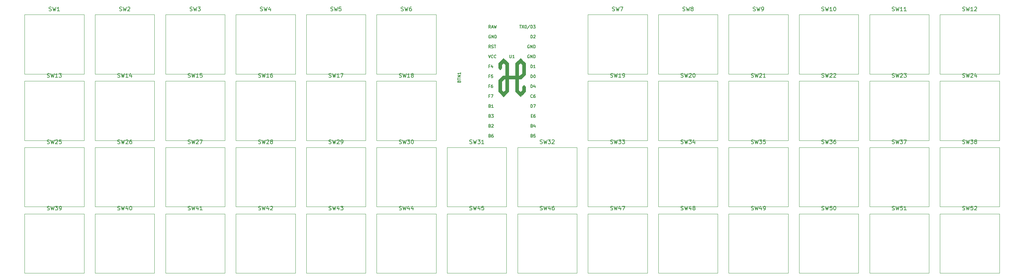
<source format=gto>
G04 #@! TF.GenerationSoftware,KiCad,Pcbnew,9.0.5*
G04 #@! TF.CreationDate,2026-02-19T02:01:52-07:00*
G04 #@! TF.ProjectId,horizon-choc,686f7269-7a6f-46e2-9d63-686f632e6b69,2.4*
G04 #@! TF.SameCoordinates,Original*
G04 #@! TF.FileFunction,Legend,Top*
G04 #@! TF.FilePolarity,Positive*
%FSLAX46Y46*%
G04 Gerber Fmt 4.6, Leading zero omitted, Abs format (unit mm)*
G04 Created by KiCad (PCBNEW 9.0.5) date 2026-02-19 02:01:52*
%MOMM*%
%LPD*%
G01*
G04 APERTURE LIST*
%ADD10C,0.150000*%
%ADD11C,0.120000*%
%ADD12C,0.010000*%
G04 APERTURE END LIST*
D10*
X263190476Y-121907200D02*
X263333333Y-121954819D01*
X263333333Y-121954819D02*
X263571428Y-121954819D01*
X263571428Y-121954819D02*
X263666666Y-121907200D01*
X263666666Y-121907200D02*
X263714285Y-121859580D01*
X263714285Y-121859580D02*
X263761904Y-121764342D01*
X263761904Y-121764342D02*
X263761904Y-121669104D01*
X263761904Y-121669104D02*
X263714285Y-121573866D01*
X263714285Y-121573866D02*
X263666666Y-121526247D01*
X263666666Y-121526247D02*
X263571428Y-121478628D01*
X263571428Y-121478628D02*
X263380952Y-121431009D01*
X263380952Y-121431009D02*
X263285714Y-121383390D01*
X263285714Y-121383390D02*
X263238095Y-121335771D01*
X263238095Y-121335771D02*
X263190476Y-121240533D01*
X263190476Y-121240533D02*
X263190476Y-121145295D01*
X263190476Y-121145295D02*
X263238095Y-121050057D01*
X263238095Y-121050057D02*
X263285714Y-121002438D01*
X263285714Y-121002438D02*
X263380952Y-120954819D01*
X263380952Y-120954819D02*
X263619047Y-120954819D01*
X263619047Y-120954819D02*
X263761904Y-121002438D01*
X264095238Y-120954819D02*
X264333333Y-121954819D01*
X264333333Y-121954819D02*
X264523809Y-121240533D01*
X264523809Y-121240533D02*
X264714285Y-121954819D01*
X264714285Y-121954819D02*
X264952381Y-120954819D01*
X265809523Y-120954819D02*
X265333333Y-120954819D01*
X265333333Y-120954819D02*
X265285714Y-121431009D01*
X265285714Y-121431009D02*
X265333333Y-121383390D01*
X265333333Y-121383390D02*
X265428571Y-121335771D01*
X265428571Y-121335771D02*
X265666666Y-121335771D01*
X265666666Y-121335771D02*
X265761904Y-121383390D01*
X265761904Y-121383390D02*
X265809523Y-121431009D01*
X265809523Y-121431009D02*
X265857142Y-121526247D01*
X265857142Y-121526247D02*
X265857142Y-121764342D01*
X265857142Y-121764342D02*
X265809523Y-121859580D01*
X265809523Y-121859580D02*
X265761904Y-121907200D01*
X265761904Y-121907200D02*
X265666666Y-121954819D01*
X265666666Y-121954819D02*
X265428571Y-121954819D01*
X265428571Y-121954819D02*
X265333333Y-121907200D01*
X265333333Y-121907200D02*
X265285714Y-121859580D01*
X266238095Y-121050057D02*
X266285714Y-121002438D01*
X266285714Y-121002438D02*
X266380952Y-120954819D01*
X266380952Y-120954819D02*
X266619047Y-120954819D01*
X266619047Y-120954819D02*
X266714285Y-121002438D01*
X266714285Y-121002438D02*
X266761904Y-121050057D01*
X266761904Y-121050057D02*
X266809523Y-121145295D01*
X266809523Y-121145295D02*
X266809523Y-121240533D01*
X266809523Y-121240533D02*
X266761904Y-121383390D01*
X266761904Y-121383390D02*
X266190476Y-121954819D01*
X266190476Y-121954819D02*
X266809523Y-121954819D01*
X245190476Y-121907200D02*
X245333333Y-121954819D01*
X245333333Y-121954819D02*
X245571428Y-121954819D01*
X245571428Y-121954819D02*
X245666666Y-121907200D01*
X245666666Y-121907200D02*
X245714285Y-121859580D01*
X245714285Y-121859580D02*
X245761904Y-121764342D01*
X245761904Y-121764342D02*
X245761904Y-121669104D01*
X245761904Y-121669104D02*
X245714285Y-121573866D01*
X245714285Y-121573866D02*
X245666666Y-121526247D01*
X245666666Y-121526247D02*
X245571428Y-121478628D01*
X245571428Y-121478628D02*
X245380952Y-121431009D01*
X245380952Y-121431009D02*
X245285714Y-121383390D01*
X245285714Y-121383390D02*
X245238095Y-121335771D01*
X245238095Y-121335771D02*
X245190476Y-121240533D01*
X245190476Y-121240533D02*
X245190476Y-121145295D01*
X245190476Y-121145295D02*
X245238095Y-121050057D01*
X245238095Y-121050057D02*
X245285714Y-121002438D01*
X245285714Y-121002438D02*
X245380952Y-120954819D01*
X245380952Y-120954819D02*
X245619047Y-120954819D01*
X245619047Y-120954819D02*
X245761904Y-121002438D01*
X246095238Y-120954819D02*
X246333333Y-121954819D01*
X246333333Y-121954819D02*
X246523809Y-121240533D01*
X246523809Y-121240533D02*
X246714285Y-121954819D01*
X246714285Y-121954819D02*
X246952381Y-120954819D01*
X247809523Y-120954819D02*
X247333333Y-120954819D01*
X247333333Y-120954819D02*
X247285714Y-121431009D01*
X247285714Y-121431009D02*
X247333333Y-121383390D01*
X247333333Y-121383390D02*
X247428571Y-121335771D01*
X247428571Y-121335771D02*
X247666666Y-121335771D01*
X247666666Y-121335771D02*
X247761904Y-121383390D01*
X247761904Y-121383390D02*
X247809523Y-121431009D01*
X247809523Y-121431009D02*
X247857142Y-121526247D01*
X247857142Y-121526247D02*
X247857142Y-121764342D01*
X247857142Y-121764342D02*
X247809523Y-121859580D01*
X247809523Y-121859580D02*
X247761904Y-121907200D01*
X247761904Y-121907200D02*
X247666666Y-121954819D01*
X247666666Y-121954819D02*
X247428571Y-121954819D01*
X247428571Y-121954819D02*
X247333333Y-121907200D01*
X247333333Y-121907200D02*
X247285714Y-121859580D01*
X248809523Y-121954819D02*
X248238095Y-121954819D01*
X248523809Y-121954819D02*
X248523809Y-120954819D01*
X248523809Y-120954819D02*
X248428571Y-121097676D01*
X248428571Y-121097676D02*
X248333333Y-121192914D01*
X248333333Y-121192914D02*
X248238095Y-121240533D01*
X227190476Y-121907200D02*
X227333333Y-121954819D01*
X227333333Y-121954819D02*
X227571428Y-121954819D01*
X227571428Y-121954819D02*
X227666666Y-121907200D01*
X227666666Y-121907200D02*
X227714285Y-121859580D01*
X227714285Y-121859580D02*
X227761904Y-121764342D01*
X227761904Y-121764342D02*
X227761904Y-121669104D01*
X227761904Y-121669104D02*
X227714285Y-121573866D01*
X227714285Y-121573866D02*
X227666666Y-121526247D01*
X227666666Y-121526247D02*
X227571428Y-121478628D01*
X227571428Y-121478628D02*
X227380952Y-121431009D01*
X227380952Y-121431009D02*
X227285714Y-121383390D01*
X227285714Y-121383390D02*
X227238095Y-121335771D01*
X227238095Y-121335771D02*
X227190476Y-121240533D01*
X227190476Y-121240533D02*
X227190476Y-121145295D01*
X227190476Y-121145295D02*
X227238095Y-121050057D01*
X227238095Y-121050057D02*
X227285714Y-121002438D01*
X227285714Y-121002438D02*
X227380952Y-120954819D01*
X227380952Y-120954819D02*
X227619047Y-120954819D01*
X227619047Y-120954819D02*
X227761904Y-121002438D01*
X228095238Y-120954819D02*
X228333333Y-121954819D01*
X228333333Y-121954819D02*
X228523809Y-121240533D01*
X228523809Y-121240533D02*
X228714285Y-121954819D01*
X228714285Y-121954819D02*
X228952381Y-120954819D01*
X229809523Y-120954819D02*
X229333333Y-120954819D01*
X229333333Y-120954819D02*
X229285714Y-121431009D01*
X229285714Y-121431009D02*
X229333333Y-121383390D01*
X229333333Y-121383390D02*
X229428571Y-121335771D01*
X229428571Y-121335771D02*
X229666666Y-121335771D01*
X229666666Y-121335771D02*
X229761904Y-121383390D01*
X229761904Y-121383390D02*
X229809523Y-121431009D01*
X229809523Y-121431009D02*
X229857142Y-121526247D01*
X229857142Y-121526247D02*
X229857142Y-121764342D01*
X229857142Y-121764342D02*
X229809523Y-121859580D01*
X229809523Y-121859580D02*
X229761904Y-121907200D01*
X229761904Y-121907200D02*
X229666666Y-121954819D01*
X229666666Y-121954819D02*
X229428571Y-121954819D01*
X229428571Y-121954819D02*
X229333333Y-121907200D01*
X229333333Y-121907200D02*
X229285714Y-121859580D01*
X230476190Y-120954819D02*
X230571428Y-120954819D01*
X230571428Y-120954819D02*
X230666666Y-121002438D01*
X230666666Y-121002438D02*
X230714285Y-121050057D01*
X230714285Y-121050057D02*
X230761904Y-121145295D01*
X230761904Y-121145295D02*
X230809523Y-121335771D01*
X230809523Y-121335771D02*
X230809523Y-121573866D01*
X230809523Y-121573866D02*
X230761904Y-121764342D01*
X230761904Y-121764342D02*
X230714285Y-121859580D01*
X230714285Y-121859580D02*
X230666666Y-121907200D01*
X230666666Y-121907200D02*
X230571428Y-121954819D01*
X230571428Y-121954819D02*
X230476190Y-121954819D01*
X230476190Y-121954819D02*
X230380952Y-121907200D01*
X230380952Y-121907200D02*
X230333333Y-121859580D01*
X230333333Y-121859580D02*
X230285714Y-121764342D01*
X230285714Y-121764342D02*
X230238095Y-121573866D01*
X230238095Y-121573866D02*
X230238095Y-121335771D01*
X230238095Y-121335771D02*
X230285714Y-121145295D01*
X230285714Y-121145295D02*
X230333333Y-121050057D01*
X230333333Y-121050057D02*
X230380952Y-121002438D01*
X230380952Y-121002438D02*
X230476190Y-120954819D01*
X209190476Y-121907200D02*
X209333333Y-121954819D01*
X209333333Y-121954819D02*
X209571428Y-121954819D01*
X209571428Y-121954819D02*
X209666666Y-121907200D01*
X209666666Y-121907200D02*
X209714285Y-121859580D01*
X209714285Y-121859580D02*
X209761904Y-121764342D01*
X209761904Y-121764342D02*
X209761904Y-121669104D01*
X209761904Y-121669104D02*
X209714285Y-121573866D01*
X209714285Y-121573866D02*
X209666666Y-121526247D01*
X209666666Y-121526247D02*
X209571428Y-121478628D01*
X209571428Y-121478628D02*
X209380952Y-121431009D01*
X209380952Y-121431009D02*
X209285714Y-121383390D01*
X209285714Y-121383390D02*
X209238095Y-121335771D01*
X209238095Y-121335771D02*
X209190476Y-121240533D01*
X209190476Y-121240533D02*
X209190476Y-121145295D01*
X209190476Y-121145295D02*
X209238095Y-121050057D01*
X209238095Y-121050057D02*
X209285714Y-121002438D01*
X209285714Y-121002438D02*
X209380952Y-120954819D01*
X209380952Y-120954819D02*
X209619047Y-120954819D01*
X209619047Y-120954819D02*
X209761904Y-121002438D01*
X210095238Y-120954819D02*
X210333333Y-121954819D01*
X210333333Y-121954819D02*
X210523809Y-121240533D01*
X210523809Y-121240533D02*
X210714285Y-121954819D01*
X210714285Y-121954819D02*
X210952381Y-120954819D01*
X211761904Y-121288152D02*
X211761904Y-121954819D01*
X211523809Y-120907200D02*
X211285714Y-121621485D01*
X211285714Y-121621485D02*
X211904761Y-121621485D01*
X212333333Y-121954819D02*
X212523809Y-121954819D01*
X212523809Y-121954819D02*
X212619047Y-121907200D01*
X212619047Y-121907200D02*
X212666666Y-121859580D01*
X212666666Y-121859580D02*
X212761904Y-121716723D01*
X212761904Y-121716723D02*
X212809523Y-121526247D01*
X212809523Y-121526247D02*
X212809523Y-121145295D01*
X212809523Y-121145295D02*
X212761904Y-121050057D01*
X212761904Y-121050057D02*
X212714285Y-121002438D01*
X212714285Y-121002438D02*
X212619047Y-120954819D01*
X212619047Y-120954819D02*
X212428571Y-120954819D01*
X212428571Y-120954819D02*
X212333333Y-121002438D01*
X212333333Y-121002438D02*
X212285714Y-121050057D01*
X212285714Y-121050057D02*
X212238095Y-121145295D01*
X212238095Y-121145295D02*
X212238095Y-121383390D01*
X212238095Y-121383390D02*
X212285714Y-121478628D01*
X212285714Y-121478628D02*
X212333333Y-121526247D01*
X212333333Y-121526247D02*
X212428571Y-121573866D01*
X212428571Y-121573866D02*
X212619047Y-121573866D01*
X212619047Y-121573866D02*
X212714285Y-121526247D01*
X212714285Y-121526247D02*
X212761904Y-121478628D01*
X212761904Y-121478628D02*
X212809523Y-121383390D01*
X191190476Y-121907200D02*
X191333333Y-121954819D01*
X191333333Y-121954819D02*
X191571428Y-121954819D01*
X191571428Y-121954819D02*
X191666666Y-121907200D01*
X191666666Y-121907200D02*
X191714285Y-121859580D01*
X191714285Y-121859580D02*
X191761904Y-121764342D01*
X191761904Y-121764342D02*
X191761904Y-121669104D01*
X191761904Y-121669104D02*
X191714285Y-121573866D01*
X191714285Y-121573866D02*
X191666666Y-121526247D01*
X191666666Y-121526247D02*
X191571428Y-121478628D01*
X191571428Y-121478628D02*
X191380952Y-121431009D01*
X191380952Y-121431009D02*
X191285714Y-121383390D01*
X191285714Y-121383390D02*
X191238095Y-121335771D01*
X191238095Y-121335771D02*
X191190476Y-121240533D01*
X191190476Y-121240533D02*
X191190476Y-121145295D01*
X191190476Y-121145295D02*
X191238095Y-121050057D01*
X191238095Y-121050057D02*
X191285714Y-121002438D01*
X191285714Y-121002438D02*
X191380952Y-120954819D01*
X191380952Y-120954819D02*
X191619047Y-120954819D01*
X191619047Y-120954819D02*
X191761904Y-121002438D01*
X192095238Y-120954819D02*
X192333333Y-121954819D01*
X192333333Y-121954819D02*
X192523809Y-121240533D01*
X192523809Y-121240533D02*
X192714285Y-121954819D01*
X192714285Y-121954819D02*
X192952381Y-120954819D01*
X193761904Y-121288152D02*
X193761904Y-121954819D01*
X193523809Y-120907200D02*
X193285714Y-121621485D01*
X193285714Y-121621485D02*
X193904761Y-121621485D01*
X194428571Y-121383390D02*
X194333333Y-121335771D01*
X194333333Y-121335771D02*
X194285714Y-121288152D01*
X194285714Y-121288152D02*
X194238095Y-121192914D01*
X194238095Y-121192914D02*
X194238095Y-121145295D01*
X194238095Y-121145295D02*
X194285714Y-121050057D01*
X194285714Y-121050057D02*
X194333333Y-121002438D01*
X194333333Y-121002438D02*
X194428571Y-120954819D01*
X194428571Y-120954819D02*
X194619047Y-120954819D01*
X194619047Y-120954819D02*
X194714285Y-121002438D01*
X194714285Y-121002438D02*
X194761904Y-121050057D01*
X194761904Y-121050057D02*
X194809523Y-121145295D01*
X194809523Y-121145295D02*
X194809523Y-121192914D01*
X194809523Y-121192914D02*
X194761904Y-121288152D01*
X194761904Y-121288152D02*
X194714285Y-121335771D01*
X194714285Y-121335771D02*
X194619047Y-121383390D01*
X194619047Y-121383390D02*
X194428571Y-121383390D01*
X194428571Y-121383390D02*
X194333333Y-121431009D01*
X194333333Y-121431009D02*
X194285714Y-121478628D01*
X194285714Y-121478628D02*
X194238095Y-121573866D01*
X194238095Y-121573866D02*
X194238095Y-121764342D01*
X194238095Y-121764342D02*
X194285714Y-121859580D01*
X194285714Y-121859580D02*
X194333333Y-121907200D01*
X194333333Y-121907200D02*
X194428571Y-121954819D01*
X194428571Y-121954819D02*
X194619047Y-121954819D01*
X194619047Y-121954819D02*
X194714285Y-121907200D01*
X194714285Y-121907200D02*
X194761904Y-121859580D01*
X194761904Y-121859580D02*
X194809523Y-121764342D01*
X194809523Y-121764342D02*
X194809523Y-121573866D01*
X194809523Y-121573866D02*
X194761904Y-121478628D01*
X194761904Y-121478628D02*
X194714285Y-121431009D01*
X194714285Y-121431009D02*
X194619047Y-121383390D01*
X173190476Y-121907200D02*
X173333333Y-121954819D01*
X173333333Y-121954819D02*
X173571428Y-121954819D01*
X173571428Y-121954819D02*
X173666666Y-121907200D01*
X173666666Y-121907200D02*
X173714285Y-121859580D01*
X173714285Y-121859580D02*
X173761904Y-121764342D01*
X173761904Y-121764342D02*
X173761904Y-121669104D01*
X173761904Y-121669104D02*
X173714285Y-121573866D01*
X173714285Y-121573866D02*
X173666666Y-121526247D01*
X173666666Y-121526247D02*
X173571428Y-121478628D01*
X173571428Y-121478628D02*
X173380952Y-121431009D01*
X173380952Y-121431009D02*
X173285714Y-121383390D01*
X173285714Y-121383390D02*
X173238095Y-121335771D01*
X173238095Y-121335771D02*
X173190476Y-121240533D01*
X173190476Y-121240533D02*
X173190476Y-121145295D01*
X173190476Y-121145295D02*
X173238095Y-121050057D01*
X173238095Y-121050057D02*
X173285714Y-121002438D01*
X173285714Y-121002438D02*
X173380952Y-120954819D01*
X173380952Y-120954819D02*
X173619047Y-120954819D01*
X173619047Y-120954819D02*
X173761904Y-121002438D01*
X174095238Y-120954819D02*
X174333333Y-121954819D01*
X174333333Y-121954819D02*
X174523809Y-121240533D01*
X174523809Y-121240533D02*
X174714285Y-121954819D01*
X174714285Y-121954819D02*
X174952381Y-120954819D01*
X175761904Y-121288152D02*
X175761904Y-121954819D01*
X175523809Y-120907200D02*
X175285714Y-121621485D01*
X175285714Y-121621485D02*
X175904761Y-121621485D01*
X176190476Y-120954819D02*
X176857142Y-120954819D01*
X176857142Y-120954819D02*
X176428571Y-121954819D01*
X155190476Y-121907200D02*
X155333333Y-121954819D01*
X155333333Y-121954819D02*
X155571428Y-121954819D01*
X155571428Y-121954819D02*
X155666666Y-121907200D01*
X155666666Y-121907200D02*
X155714285Y-121859580D01*
X155714285Y-121859580D02*
X155761904Y-121764342D01*
X155761904Y-121764342D02*
X155761904Y-121669104D01*
X155761904Y-121669104D02*
X155714285Y-121573866D01*
X155714285Y-121573866D02*
X155666666Y-121526247D01*
X155666666Y-121526247D02*
X155571428Y-121478628D01*
X155571428Y-121478628D02*
X155380952Y-121431009D01*
X155380952Y-121431009D02*
X155285714Y-121383390D01*
X155285714Y-121383390D02*
X155238095Y-121335771D01*
X155238095Y-121335771D02*
X155190476Y-121240533D01*
X155190476Y-121240533D02*
X155190476Y-121145295D01*
X155190476Y-121145295D02*
X155238095Y-121050057D01*
X155238095Y-121050057D02*
X155285714Y-121002438D01*
X155285714Y-121002438D02*
X155380952Y-120954819D01*
X155380952Y-120954819D02*
X155619047Y-120954819D01*
X155619047Y-120954819D02*
X155761904Y-121002438D01*
X156095238Y-120954819D02*
X156333333Y-121954819D01*
X156333333Y-121954819D02*
X156523809Y-121240533D01*
X156523809Y-121240533D02*
X156714285Y-121954819D01*
X156714285Y-121954819D02*
X156952381Y-120954819D01*
X157761904Y-121288152D02*
X157761904Y-121954819D01*
X157523809Y-120907200D02*
X157285714Y-121621485D01*
X157285714Y-121621485D02*
X157904761Y-121621485D01*
X158714285Y-120954819D02*
X158523809Y-120954819D01*
X158523809Y-120954819D02*
X158428571Y-121002438D01*
X158428571Y-121002438D02*
X158380952Y-121050057D01*
X158380952Y-121050057D02*
X158285714Y-121192914D01*
X158285714Y-121192914D02*
X158238095Y-121383390D01*
X158238095Y-121383390D02*
X158238095Y-121764342D01*
X158238095Y-121764342D02*
X158285714Y-121859580D01*
X158285714Y-121859580D02*
X158333333Y-121907200D01*
X158333333Y-121907200D02*
X158428571Y-121954819D01*
X158428571Y-121954819D02*
X158619047Y-121954819D01*
X158619047Y-121954819D02*
X158714285Y-121907200D01*
X158714285Y-121907200D02*
X158761904Y-121859580D01*
X158761904Y-121859580D02*
X158809523Y-121764342D01*
X158809523Y-121764342D02*
X158809523Y-121526247D01*
X158809523Y-121526247D02*
X158761904Y-121431009D01*
X158761904Y-121431009D02*
X158714285Y-121383390D01*
X158714285Y-121383390D02*
X158619047Y-121335771D01*
X158619047Y-121335771D02*
X158428571Y-121335771D01*
X158428571Y-121335771D02*
X158333333Y-121383390D01*
X158333333Y-121383390D02*
X158285714Y-121431009D01*
X158285714Y-121431009D02*
X158238095Y-121526247D01*
X137190476Y-121907200D02*
X137333333Y-121954819D01*
X137333333Y-121954819D02*
X137571428Y-121954819D01*
X137571428Y-121954819D02*
X137666666Y-121907200D01*
X137666666Y-121907200D02*
X137714285Y-121859580D01*
X137714285Y-121859580D02*
X137761904Y-121764342D01*
X137761904Y-121764342D02*
X137761904Y-121669104D01*
X137761904Y-121669104D02*
X137714285Y-121573866D01*
X137714285Y-121573866D02*
X137666666Y-121526247D01*
X137666666Y-121526247D02*
X137571428Y-121478628D01*
X137571428Y-121478628D02*
X137380952Y-121431009D01*
X137380952Y-121431009D02*
X137285714Y-121383390D01*
X137285714Y-121383390D02*
X137238095Y-121335771D01*
X137238095Y-121335771D02*
X137190476Y-121240533D01*
X137190476Y-121240533D02*
X137190476Y-121145295D01*
X137190476Y-121145295D02*
X137238095Y-121050057D01*
X137238095Y-121050057D02*
X137285714Y-121002438D01*
X137285714Y-121002438D02*
X137380952Y-120954819D01*
X137380952Y-120954819D02*
X137619047Y-120954819D01*
X137619047Y-120954819D02*
X137761904Y-121002438D01*
X138095238Y-120954819D02*
X138333333Y-121954819D01*
X138333333Y-121954819D02*
X138523809Y-121240533D01*
X138523809Y-121240533D02*
X138714285Y-121954819D01*
X138714285Y-121954819D02*
X138952381Y-120954819D01*
X139761904Y-121288152D02*
X139761904Y-121954819D01*
X139523809Y-120907200D02*
X139285714Y-121621485D01*
X139285714Y-121621485D02*
X139904761Y-121621485D01*
X140761904Y-120954819D02*
X140285714Y-120954819D01*
X140285714Y-120954819D02*
X140238095Y-121431009D01*
X140238095Y-121431009D02*
X140285714Y-121383390D01*
X140285714Y-121383390D02*
X140380952Y-121335771D01*
X140380952Y-121335771D02*
X140619047Y-121335771D01*
X140619047Y-121335771D02*
X140714285Y-121383390D01*
X140714285Y-121383390D02*
X140761904Y-121431009D01*
X140761904Y-121431009D02*
X140809523Y-121526247D01*
X140809523Y-121526247D02*
X140809523Y-121764342D01*
X140809523Y-121764342D02*
X140761904Y-121859580D01*
X140761904Y-121859580D02*
X140714285Y-121907200D01*
X140714285Y-121907200D02*
X140619047Y-121954819D01*
X140619047Y-121954819D02*
X140380952Y-121954819D01*
X140380952Y-121954819D02*
X140285714Y-121907200D01*
X140285714Y-121907200D02*
X140238095Y-121859580D01*
X119190476Y-121907200D02*
X119333333Y-121954819D01*
X119333333Y-121954819D02*
X119571428Y-121954819D01*
X119571428Y-121954819D02*
X119666666Y-121907200D01*
X119666666Y-121907200D02*
X119714285Y-121859580D01*
X119714285Y-121859580D02*
X119761904Y-121764342D01*
X119761904Y-121764342D02*
X119761904Y-121669104D01*
X119761904Y-121669104D02*
X119714285Y-121573866D01*
X119714285Y-121573866D02*
X119666666Y-121526247D01*
X119666666Y-121526247D02*
X119571428Y-121478628D01*
X119571428Y-121478628D02*
X119380952Y-121431009D01*
X119380952Y-121431009D02*
X119285714Y-121383390D01*
X119285714Y-121383390D02*
X119238095Y-121335771D01*
X119238095Y-121335771D02*
X119190476Y-121240533D01*
X119190476Y-121240533D02*
X119190476Y-121145295D01*
X119190476Y-121145295D02*
X119238095Y-121050057D01*
X119238095Y-121050057D02*
X119285714Y-121002438D01*
X119285714Y-121002438D02*
X119380952Y-120954819D01*
X119380952Y-120954819D02*
X119619047Y-120954819D01*
X119619047Y-120954819D02*
X119761904Y-121002438D01*
X120095238Y-120954819D02*
X120333333Y-121954819D01*
X120333333Y-121954819D02*
X120523809Y-121240533D01*
X120523809Y-121240533D02*
X120714285Y-121954819D01*
X120714285Y-121954819D02*
X120952381Y-120954819D01*
X121761904Y-121288152D02*
X121761904Y-121954819D01*
X121523809Y-120907200D02*
X121285714Y-121621485D01*
X121285714Y-121621485D02*
X121904761Y-121621485D01*
X122714285Y-121288152D02*
X122714285Y-121954819D01*
X122476190Y-120907200D02*
X122238095Y-121621485D01*
X122238095Y-121621485D02*
X122857142Y-121621485D01*
X101190476Y-121907200D02*
X101333333Y-121954819D01*
X101333333Y-121954819D02*
X101571428Y-121954819D01*
X101571428Y-121954819D02*
X101666666Y-121907200D01*
X101666666Y-121907200D02*
X101714285Y-121859580D01*
X101714285Y-121859580D02*
X101761904Y-121764342D01*
X101761904Y-121764342D02*
X101761904Y-121669104D01*
X101761904Y-121669104D02*
X101714285Y-121573866D01*
X101714285Y-121573866D02*
X101666666Y-121526247D01*
X101666666Y-121526247D02*
X101571428Y-121478628D01*
X101571428Y-121478628D02*
X101380952Y-121431009D01*
X101380952Y-121431009D02*
X101285714Y-121383390D01*
X101285714Y-121383390D02*
X101238095Y-121335771D01*
X101238095Y-121335771D02*
X101190476Y-121240533D01*
X101190476Y-121240533D02*
X101190476Y-121145295D01*
X101190476Y-121145295D02*
X101238095Y-121050057D01*
X101238095Y-121050057D02*
X101285714Y-121002438D01*
X101285714Y-121002438D02*
X101380952Y-120954819D01*
X101380952Y-120954819D02*
X101619047Y-120954819D01*
X101619047Y-120954819D02*
X101761904Y-121002438D01*
X102095238Y-120954819D02*
X102333333Y-121954819D01*
X102333333Y-121954819D02*
X102523809Y-121240533D01*
X102523809Y-121240533D02*
X102714285Y-121954819D01*
X102714285Y-121954819D02*
X102952381Y-120954819D01*
X103761904Y-121288152D02*
X103761904Y-121954819D01*
X103523809Y-120907200D02*
X103285714Y-121621485D01*
X103285714Y-121621485D02*
X103904761Y-121621485D01*
X104190476Y-120954819D02*
X104809523Y-120954819D01*
X104809523Y-120954819D02*
X104476190Y-121335771D01*
X104476190Y-121335771D02*
X104619047Y-121335771D01*
X104619047Y-121335771D02*
X104714285Y-121383390D01*
X104714285Y-121383390D02*
X104761904Y-121431009D01*
X104761904Y-121431009D02*
X104809523Y-121526247D01*
X104809523Y-121526247D02*
X104809523Y-121764342D01*
X104809523Y-121764342D02*
X104761904Y-121859580D01*
X104761904Y-121859580D02*
X104714285Y-121907200D01*
X104714285Y-121907200D02*
X104619047Y-121954819D01*
X104619047Y-121954819D02*
X104333333Y-121954819D01*
X104333333Y-121954819D02*
X104238095Y-121907200D01*
X104238095Y-121907200D02*
X104190476Y-121859580D01*
X83190476Y-121907200D02*
X83333333Y-121954819D01*
X83333333Y-121954819D02*
X83571428Y-121954819D01*
X83571428Y-121954819D02*
X83666666Y-121907200D01*
X83666666Y-121907200D02*
X83714285Y-121859580D01*
X83714285Y-121859580D02*
X83761904Y-121764342D01*
X83761904Y-121764342D02*
X83761904Y-121669104D01*
X83761904Y-121669104D02*
X83714285Y-121573866D01*
X83714285Y-121573866D02*
X83666666Y-121526247D01*
X83666666Y-121526247D02*
X83571428Y-121478628D01*
X83571428Y-121478628D02*
X83380952Y-121431009D01*
X83380952Y-121431009D02*
X83285714Y-121383390D01*
X83285714Y-121383390D02*
X83238095Y-121335771D01*
X83238095Y-121335771D02*
X83190476Y-121240533D01*
X83190476Y-121240533D02*
X83190476Y-121145295D01*
X83190476Y-121145295D02*
X83238095Y-121050057D01*
X83238095Y-121050057D02*
X83285714Y-121002438D01*
X83285714Y-121002438D02*
X83380952Y-120954819D01*
X83380952Y-120954819D02*
X83619047Y-120954819D01*
X83619047Y-120954819D02*
X83761904Y-121002438D01*
X84095238Y-120954819D02*
X84333333Y-121954819D01*
X84333333Y-121954819D02*
X84523809Y-121240533D01*
X84523809Y-121240533D02*
X84714285Y-121954819D01*
X84714285Y-121954819D02*
X84952381Y-120954819D01*
X85761904Y-121288152D02*
X85761904Y-121954819D01*
X85523809Y-120907200D02*
X85285714Y-121621485D01*
X85285714Y-121621485D02*
X85904761Y-121621485D01*
X86238095Y-121050057D02*
X86285714Y-121002438D01*
X86285714Y-121002438D02*
X86380952Y-120954819D01*
X86380952Y-120954819D02*
X86619047Y-120954819D01*
X86619047Y-120954819D02*
X86714285Y-121002438D01*
X86714285Y-121002438D02*
X86761904Y-121050057D01*
X86761904Y-121050057D02*
X86809523Y-121145295D01*
X86809523Y-121145295D02*
X86809523Y-121240533D01*
X86809523Y-121240533D02*
X86761904Y-121383390D01*
X86761904Y-121383390D02*
X86190476Y-121954819D01*
X86190476Y-121954819D02*
X86809523Y-121954819D01*
X65190476Y-121907200D02*
X65333333Y-121954819D01*
X65333333Y-121954819D02*
X65571428Y-121954819D01*
X65571428Y-121954819D02*
X65666666Y-121907200D01*
X65666666Y-121907200D02*
X65714285Y-121859580D01*
X65714285Y-121859580D02*
X65761904Y-121764342D01*
X65761904Y-121764342D02*
X65761904Y-121669104D01*
X65761904Y-121669104D02*
X65714285Y-121573866D01*
X65714285Y-121573866D02*
X65666666Y-121526247D01*
X65666666Y-121526247D02*
X65571428Y-121478628D01*
X65571428Y-121478628D02*
X65380952Y-121431009D01*
X65380952Y-121431009D02*
X65285714Y-121383390D01*
X65285714Y-121383390D02*
X65238095Y-121335771D01*
X65238095Y-121335771D02*
X65190476Y-121240533D01*
X65190476Y-121240533D02*
X65190476Y-121145295D01*
X65190476Y-121145295D02*
X65238095Y-121050057D01*
X65238095Y-121050057D02*
X65285714Y-121002438D01*
X65285714Y-121002438D02*
X65380952Y-120954819D01*
X65380952Y-120954819D02*
X65619047Y-120954819D01*
X65619047Y-120954819D02*
X65761904Y-121002438D01*
X66095238Y-120954819D02*
X66333333Y-121954819D01*
X66333333Y-121954819D02*
X66523809Y-121240533D01*
X66523809Y-121240533D02*
X66714285Y-121954819D01*
X66714285Y-121954819D02*
X66952381Y-120954819D01*
X67761904Y-121288152D02*
X67761904Y-121954819D01*
X67523809Y-120907200D02*
X67285714Y-121621485D01*
X67285714Y-121621485D02*
X67904761Y-121621485D01*
X68809523Y-121954819D02*
X68238095Y-121954819D01*
X68523809Y-121954819D02*
X68523809Y-120954819D01*
X68523809Y-120954819D02*
X68428571Y-121097676D01*
X68428571Y-121097676D02*
X68333333Y-121192914D01*
X68333333Y-121192914D02*
X68238095Y-121240533D01*
X47190476Y-121907200D02*
X47333333Y-121954819D01*
X47333333Y-121954819D02*
X47571428Y-121954819D01*
X47571428Y-121954819D02*
X47666666Y-121907200D01*
X47666666Y-121907200D02*
X47714285Y-121859580D01*
X47714285Y-121859580D02*
X47761904Y-121764342D01*
X47761904Y-121764342D02*
X47761904Y-121669104D01*
X47761904Y-121669104D02*
X47714285Y-121573866D01*
X47714285Y-121573866D02*
X47666666Y-121526247D01*
X47666666Y-121526247D02*
X47571428Y-121478628D01*
X47571428Y-121478628D02*
X47380952Y-121431009D01*
X47380952Y-121431009D02*
X47285714Y-121383390D01*
X47285714Y-121383390D02*
X47238095Y-121335771D01*
X47238095Y-121335771D02*
X47190476Y-121240533D01*
X47190476Y-121240533D02*
X47190476Y-121145295D01*
X47190476Y-121145295D02*
X47238095Y-121050057D01*
X47238095Y-121050057D02*
X47285714Y-121002438D01*
X47285714Y-121002438D02*
X47380952Y-120954819D01*
X47380952Y-120954819D02*
X47619047Y-120954819D01*
X47619047Y-120954819D02*
X47761904Y-121002438D01*
X48095238Y-120954819D02*
X48333333Y-121954819D01*
X48333333Y-121954819D02*
X48523809Y-121240533D01*
X48523809Y-121240533D02*
X48714285Y-121954819D01*
X48714285Y-121954819D02*
X48952381Y-120954819D01*
X49761904Y-121288152D02*
X49761904Y-121954819D01*
X49523809Y-120907200D02*
X49285714Y-121621485D01*
X49285714Y-121621485D02*
X49904761Y-121621485D01*
X50476190Y-120954819D02*
X50571428Y-120954819D01*
X50571428Y-120954819D02*
X50666666Y-121002438D01*
X50666666Y-121002438D02*
X50714285Y-121050057D01*
X50714285Y-121050057D02*
X50761904Y-121145295D01*
X50761904Y-121145295D02*
X50809523Y-121335771D01*
X50809523Y-121335771D02*
X50809523Y-121573866D01*
X50809523Y-121573866D02*
X50761904Y-121764342D01*
X50761904Y-121764342D02*
X50714285Y-121859580D01*
X50714285Y-121859580D02*
X50666666Y-121907200D01*
X50666666Y-121907200D02*
X50571428Y-121954819D01*
X50571428Y-121954819D02*
X50476190Y-121954819D01*
X50476190Y-121954819D02*
X50380952Y-121907200D01*
X50380952Y-121907200D02*
X50333333Y-121859580D01*
X50333333Y-121859580D02*
X50285714Y-121764342D01*
X50285714Y-121764342D02*
X50238095Y-121573866D01*
X50238095Y-121573866D02*
X50238095Y-121335771D01*
X50238095Y-121335771D02*
X50285714Y-121145295D01*
X50285714Y-121145295D02*
X50333333Y-121050057D01*
X50333333Y-121050057D02*
X50380952Y-121002438D01*
X50380952Y-121002438D02*
X50476190Y-120954819D01*
X29190476Y-121907200D02*
X29333333Y-121954819D01*
X29333333Y-121954819D02*
X29571428Y-121954819D01*
X29571428Y-121954819D02*
X29666666Y-121907200D01*
X29666666Y-121907200D02*
X29714285Y-121859580D01*
X29714285Y-121859580D02*
X29761904Y-121764342D01*
X29761904Y-121764342D02*
X29761904Y-121669104D01*
X29761904Y-121669104D02*
X29714285Y-121573866D01*
X29714285Y-121573866D02*
X29666666Y-121526247D01*
X29666666Y-121526247D02*
X29571428Y-121478628D01*
X29571428Y-121478628D02*
X29380952Y-121431009D01*
X29380952Y-121431009D02*
X29285714Y-121383390D01*
X29285714Y-121383390D02*
X29238095Y-121335771D01*
X29238095Y-121335771D02*
X29190476Y-121240533D01*
X29190476Y-121240533D02*
X29190476Y-121145295D01*
X29190476Y-121145295D02*
X29238095Y-121050057D01*
X29238095Y-121050057D02*
X29285714Y-121002438D01*
X29285714Y-121002438D02*
X29380952Y-120954819D01*
X29380952Y-120954819D02*
X29619047Y-120954819D01*
X29619047Y-120954819D02*
X29761904Y-121002438D01*
X30095238Y-120954819D02*
X30333333Y-121954819D01*
X30333333Y-121954819D02*
X30523809Y-121240533D01*
X30523809Y-121240533D02*
X30714285Y-121954819D01*
X30714285Y-121954819D02*
X30952381Y-120954819D01*
X31238095Y-120954819D02*
X31857142Y-120954819D01*
X31857142Y-120954819D02*
X31523809Y-121335771D01*
X31523809Y-121335771D02*
X31666666Y-121335771D01*
X31666666Y-121335771D02*
X31761904Y-121383390D01*
X31761904Y-121383390D02*
X31809523Y-121431009D01*
X31809523Y-121431009D02*
X31857142Y-121526247D01*
X31857142Y-121526247D02*
X31857142Y-121764342D01*
X31857142Y-121764342D02*
X31809523Y-121859580D01*
X31809523Y-121859580D02*
X31761904Y-121907200D01*
X31761904Y-121907200D02*
X31666666Y-121954819D01*
X31666666Y-121954819D02*
X31380952Y-121954819D01*
X31380952Y-121954819D02*
X31285714Y-121907200D01*
X31285714Y-121907200D02*
X31238095Y-121859580D01*
X32333333Y-121954819D02*
X32523809Y-121954819D01*
X32523809Y-121954819D02*
X32619047Y-121907200D01*
X32619047Y-121907200D02*
X32666666Y-121859580D01*
X32666666Y-121859580D02*
X32761904Y-121716723D01*
X32761904Y-121716723D02*
X32809523Y-121526247D01*
X32809523Y-121526247D02*
X32809523Y-121145295D01*
X32809523Y-121145295D02*
X32761904Y-121050057D01*
X32761904Y-121050057D02*
X32714285Y-121002438D01*
X32714285Y-121002438D02*
X32619047Y-120954819D01*
X32619047Y-120954819D02*
X32428571Y-120954819D01*
X32428571Y-120954819D02*
X32333333Y-121002438D01*
X32333333Y-121002438D02*
X32285714Y-121050057D01*
X32285714Y-121050057D02*
X32238095Y-121145295D01*
X32238095Y-121145295D02*
X32238095Y-121383390D01*
X32238095Y-121383390D02*
X32285714Y-121478628D01*
X32285714Y-121478628D02*
X32333333Y-121526247D01*
X32333333Y-121526247D02*
X32428571Y-121573866D01*
X32428571Y-121573866D02*
X32619047Y-121573866D01*
X32619047Y-121573866D02*
X32714285Y-121526247D01*
X32714285Y-121526247D02*
X32761904Y-121478628D01*
X32761904Y-121478628D02*
X32809523Y-121383390D01*
X263190476Y-104907200D02*
X263333333Y-104954819D01*
X263333333Y-104954819D02*
X263571428Y-104954819D01*
X263571428Y-104954819D02*
X263666666Y-104907200D01*
X263666666Y-104907200D02*
X263714285Y-104859580D01*
X263714285Y-104859580D02*
X263761904Y-104764342D01*
X263761904Y-104764342D02*
X263761904Y-104669104D01*
X263761904Y-104669104D02*
X263714285Y-104573866D01*
X263714285Y-104573866D02*
X263666666Y-104526247D01*
X263666666Y-104526247D02*
X263571428Y-104478628D01*
X263571428Y-104478628D02*
X263380952Y-104431009D01*
X263380952Y-104431009D02*
X263285714Y-104383390D01*
X263285714Y-104383390D02*
X263238095Y-104335771D01*
X263238095Y-104335771D02*
X263190476Y-104240533D01*
X263190476Y-104240533D02*
X263190476Y-104145295D01*
X263190476Y-104145295D02*
X263238095Y-104050057D01*
X263238095Y-104050057D02*
X263285714Y-104002438D01*
X263285714Y-104002438D02*
X263380952Y-103954819D01*
X263380952Y-103954819D02*
X263619047Y-103954819D01*
X263619047Y-103954819D02*
X263761904Y-104002438D01*
X264095238Y-103954819D02*
X264333333Y-104954819D01*
X264333333Y-104954819D02*
X264523809Y-104240533D01*
X264523809Y-104240533D02*
X264714285Y-104954819D01*
X264714285Y-104954819D02*
X264952381Y-103954819D01*
X265238095Y-103954819D02*
X265857142Y-103954819D01*
X265857142Y-103954819D02*
X265523809Y-104335771D01*
X265523809Y-104335771D02*
X265666666Y-104335771D01*
X265666666Y-104335771D02*
X265761904Y-104383390D01*
X265761904Y-104383390D02*
X265809523Y-104431009D01*
X265809523Y-104431009D02*
X265857142Y-104526247D01*
X265857142Y-104526247D02*
X265857142Y-104764342D01*
X265857142Y-104764342D02*
X265809523Y-104859580D01*
X265809523Y-104859580D02*
X265761904Y-104907200D01*
X265761904Y-104907200D02*
X265666666Y-104954819D01*
X265666666Y-104954819D02*
X265380952Y-104954819D01*
X265380952Y-104954819D02*
X265285714Y-104907200D01*
X265285714Y-104907200D02*
X265238095Y-104859580D01*
X266428571Y-104383390D02*
X266333333Y-104335771D01*
X266333333Y-104335771D02*
X266285714Y-104288152D01*
X266285714Y-104288152D02*
X266238095Y-104192914D01*
X266238095Y-104192914D02*
X266238095Y-104145295D01*
X266238095Y-104145295D02*
X266285714Y-104050057D01*
X266285714Y-104050057D02*
X266333333Y-104002438D01*
X266333333Y-104002438D02*
X266428571Y-103954819D01*
X266428571Y-103954819D02*
X266619047Y-103954819D01*
X266619047Y-103954819D02*
X266714285Y-104002438D01*
X266714285Y-104002438D02*
X266761904Y-104050057D01*
X266761904Y-104050057D02*
X266809523Y-104145295D01*
X266809523Y-104145295D02*
X266809523Y-104192914D01*
X266809523Y-104192914D02*
X266761904Y-104288152D01*
X266761904Y-104288152D02*
X266714285Y-104335771D01*
X266714285Y-104335771D02*
X266619047Y-104383390D01*
X266619047Y-104383390D02*
X266428571Y-104383390D01*
X266428571Y-104383390D02*
X266333333Y-104431009D01*
X266333333Y-104431009D02*
X266285714Y-104478628D01*
X266285714Y-104478628D02*
X266238095Y-104573866D01*
X266238095Y-104573866D02*
X266238095Y-104764342D01*
X266238095Y-104764342D02*
X266285714Y-104859580D01*
X266285714Y-104859580D02*
X266333333Y-104907200D01*
X266333333Y-104907200D02*
X266428571Y-104954819D01*
X266428571Y-104954819D02*
X266619047Y-104954819D01*
X266619047Y-104954819D02*
X266714285Y-104907200D01*
X266714285Y-104907200D02*
X266761904Y-104859580D01*
X266761904Y-104859580D02*
X266809523Y-104764342D01*
X266809523Y-104764342D02*
X266809523Y-104573866D01*
X266809523Y-104573866D02*
X266761904Y-104478628D01*
X266761904Y-104478628D02*
X266714285Y-104431009D01*
X266714285Y-104431009D02*
X266619047Y-104383390D01*
X245190476Y-104907200D02*
X245333333Y-104954819D01*
X245333333Y-104954819D02*
X245571428Y-104954819D01*
X245571428Y-104954819D02*
X245666666Y-104907200D01*
X245666666Y-104907200D02*
X245714285Y-104859580D01*
X245714285Y-104859580D02*
X245761904Y-104764342D01*
X245761904Y-104764342D02*
X245761904Y-104669104D01*
X245761904Y-104669104D02*
X245714285Y-104573866D01*
X245714285Y-104573866D02*
X245666666Y-104526247D01*
X245666666Y-104526247D02*
X245571428Y-104478628D01*
X245571428Y-104478628D02*
X245380952Y-104431009D01*
X245380952Y-104431009D02*
X245285714Y-104383390D01*
X245285714Y-104383390D02*
X245238095Y-104335771D01*
X245238095Y-104335771D02*
X245190476Y-104240533D01*
X245190476Y-104240533D02*
X245190476Y-104145295D01*
X245190476Y-104145295D02*
X245238095Y-104050057D01*
X245238095Y-104050057D02*
X245285714Y-104002438D01*
X245285714Y-104002438D02*
X245380952Y-103954819D01*
X245380952Y-103954819D02*
X245619047Y-103954819D01*
X245619047Y-103954819D02*
X245761904Y-104002438D01*
X246095238Y-103954819D02*
X246333333Y-104954819D01*
X246333333Y-104954819D02*
X246523809Y-104240533D01*
X246523809Y-104240533D02*
X246714285Y-104954819D01*
X246714285Y-104954819D02*
X246952381Y-103954819D01*
X247238095Y-103954819D02*
X247857142Y-103954819D01*
X247857142Y-103954819D02*
X247523809Y-104335771D01*
X247523809Y-104335771D02*
X247666666Y-104335771D01*
X247666666Y-104335771D02*
X247761904Y-104383390D01*
X247761904Y-104383390D02*
X247809523Y-104431009D01*
X247809523Y-104431009D02*
X247857142Y-104526247D01*
X247857142Y-104526247D02*
X247857142Y-104764342D01*
X247857142Y-104764342D02*
X247809523Y-104859580D01*
X247809523Y-104859580D02*
X247761904Y-104907200D01*
X247761904Y-104907200D02*
X247666666Y-104954819D01*
X247666666Y-104954819D02*
X247380952Y-104954819D01*
X247380952Y-104954819D02*
X247285714Y-104907200D01*
X247285714Y-104907200D02*
X247238095Y-104859580D01*
X248190476Y-103954819D02*
X248857142Y-103954819D01*
X248857142Y-103954819D02*
X248428571Y-104954819D01*
X227190476Y-104907200D02*
X227333333Y-104954819D01*
X227333333Y-104954819D02*
X227571428Y-104954819D01*
X227571428Y-104954819D02*
X227666666Y-104907200D01*
X227666666Y-104907200D02*
X227714285Y-104859580D01*
X227714285Y-104859580D02*
X227761904Y-104764342D01*
X227761904Y-104764342D02*
X227761904Y-104669104D01*
X227761904Y-104669104D02*
X227714285Y-104573866D01*
X227714285Y-104573866D02*
X227666666Y-104526247D01*
X227666666Y-104526247D02*
X227571428Y-104478628D01*
X227571428Y-104478628D02*
X227380952Y-104431009D01*
X227380952Y-104431009D02*
X227285714Y-104383390D01*
X227285714Y-104383390D02*
X227238095Y-104335771D01*
X227238095Y-104335771D02*
X227190476Y-104240533D01*
X227190476Y-104240533D02*
X227190476Y-104145295D01*
X227190476Y-104145295D02*
X227238095Y-104050057D01*
X227238095Y-104050057D02*
X227285714Y-104002438D01*
X227285714Y-104002438D02*
X227380952Y-103954819D01*
X227380952Y-103954819D02*
X227619047Y-103954819D01*
X227619047Y-103954819D02*
X227761904Y-104002438D01*
X228095238Y-103954819D02*
X228333333Y-104954819D01*
X228333333Y-104954819D02*
X228523809Y-104240533D01*
X228523809Y-104240533D02*
X228714285Y-104954819D01*
X228714285Y-104954819D02*
X228952381Y-103954819D01*
X229238095Y-103954819D02*
X229857142Y-103954819D01*
X229857142Y-103954819D02*
X229523809Y-104335771D01*
X229523809Y-104335771D02*
X229666666Y-104335771D01*
X229666666Y-104335771D02*
X229761904Y-104383390D01*
X229761904Y-104383390D02*
X229809523Y-104431009D01*
X229809523Y-104431009D02*
X229857142Y-104526247D01*
X229857142Y-104526247D02*
X229857142Y-104764342D01*
X229857142Y-104764342D02*
X229809523Y-104859580D01*
X229809523Y-104859580D02*
X229761904Y-104907200D01*
X229761904Y-104907200D02*
X229666666Y-104954819D01*
X229666666Y-104954819D02*
X229380952Y-104954819D01*
X229380952Y-104954819D02*
X229285714Y-104907200D01*
X229285714Y-104907200D02*
X229238095Y-104859580D01*
X230714285Y-103954819D02*
X230523809Y-103954819D01*
X230523809Y-103954819D02*
X230428571Y-104002438D01*
X230428571Y-104002438D02*
X230380952Y-104050057D01*
X230380952Y-104050057D02*
X230285714Y-104192914D01*
X230285714Y-104192914D02*
X230238095Y-104383390D01*
X230238095Y-104383390D02*
X230238095Y-104764342D01*
X230238095Y-104764342D02*
X230285714Y-104859580D01*
X230285714Y-104859580D02*
X230333333Y-104907200D01*
X230333333Y-104907200D02*
X230428571Y-104954819D01*
X230428571Y-104954819D02*
X230619047Y-104954819D01*
X230619047Y-104954819D02*
X230714285Y-104907200D01*
X230714285Y-104907200D02*
X230761904Y-104859580D01*
X230761904Y-104859580D02*
X230809523Y-104764342D01*
X230809523Y-104764342D02*
X230809523Y-104526247D01*
X230809523Y-104526247D02*
X230761904Y-104431009D01*
X230761904Y-104431009D02*
X230714285Y-104383390D01*
X230714285Y-104383390D02*
X230619047Y-104335771D01*
X230619047Y-104335771D02*
X230428571Y-104335771D01*
X230428571Y-104335771D02*
X230333333Y-104383390D01*
X230333333Y-104383390D02*
X230285714Y-104431009D01*
X230285714Y-104431009D02*
X230238095Y-104526247D01*
X209190476Y-104907200D02*
X209333333Y-104954819D01*
X209333333Y-104954819D02*
X209571428Y-104954819D01*
X209571428Y-104954819D02*
X209666666Y-104907200D01*
X209666666Y-104907200D02*
X209714285Y-104859580D01*
X209714285Y-104859580D02*
X209761904Y-104764342D01*
X209761904Y-104764342D02*
X209761904Y-104669104D01*
X209761904Y-104669104D02*
X209714285Y-104573866D01*
X209714285Y-104573866D02*
X209666666Y-104526247D01*
X209666666Y-104526247D02*
X209571428Y-104478628D01*
X209571428Y-104478628D02*
X209380952Y-104431009D01*
X209380952Y-104431009D02*
X209285714Y-104383390D01*
X209285714Y-104383390D02*
X209238095Y-104335771D01*
X209238095Y-104335771D02*
X209190476Y-104240533D01*
X209190476Y-104240533D02*
X209190476Y-104145295D01*
X209190476Y-104145295D02*
X209238095Y-104050057D01*
X209238095Y-104050057D02*
X209285714Y-104002438D01*
X209285714Y-104002438D02*
X209380952Y-103954819D01*
X209380952Y-103954819D02*
X209619047Y-103954819D01*
X209619047Y-103954819D02*
X209761904Y-104002438D01*
X210095238Y-103954819D02*
X210333333Y-104954819D01*
X210333333Y-104954819D02*
X210523809Y-104240533D01*
X210523809Y-104240533D02*
X210714285Y-104954819D01*
X210714285Y-104954819D02*
X210952381Y-103954819D01*
X211238095Y-103954819D02*
X211857142Y-103954819D01*
X211857142Y-103954819D02*
X211523809Y-104335771D01*
X211523809Y-104335771D02*
X211666666Y-104335771D01*
X211666666Y-104335771D02*
X211761904Y-104383390D01*
X211761904Y-104383390D02*
X211809523Y-104431009D01*
X211809523Y-104431009D02*
X211857142Y-104526247D01*
X211857142Y-104526247D02*
X211857142Y-104764342D01*
X211857142Y-104764342D02*
X211809523Y-104859580D01*
X211809523Y-104859580D02*
X211761904Y-104907200D01*
X211761904Y-104907200D02*
X211666666Y-104954819D01*
X211666666Y-104954819D02*
X211380952Y-104954819D01*
X211380952Y-104954819D02*
X211285714Y-104907200D01*
X211285714Y-104907200D02*
X211238095Y-104859580D01*
X212761904Y-103954819D02*
X212285714Y-103954819D01*
X212285714Y-103954819D02*
X212238095Y-104431009D01*
X212238095Y-104431009D02*
X212285714Y-104383390D01*
X212285714Y-104383390D02*
X212380952Y-104335771D01*
X212380952Y-104335771D02*
X212619047Y-104335771D01*
X212619047Y-104335771D02*
X212714285Y-104383390D01*
X212714285Y-104383390D02*
X212761904Y-104431009D01*
X212761904Y-104431009D02*
X212809523Y-104526247D01*
X212809523Y-104526247D02*
X212809523Y-104764342D01*
X212809523Y-104764342D02*
X212761904Y-104859580D01*
X212761904Y-104859580D02*
X212714285Y-104907200D01*
X212714285Y-104907200D02*
X212619047Y-104954819D01*
X212619047Y-104954819D02*
X212380952Y-104954819D01*
X212380952Y-104954819D02*
X212285714Y-104907200D01*
X212285714Y-104907200D02*
X212238095Y-104859580D01*
X191190476Y-104907200D02*
X191333333Y-104954819D01*
X191333333Y-104954819D02*
X191571428Y-104954819D01*
X191571428Y-104954819D02*
X191666666Y-104907200D01*
X191666666Y-104907200D02*
X191714285Y-104859580D01*
X191714285Y-104859580D02*
X191761904Y-104764342D01*
X191761904Y-104764342D02*
X191761904Y-104669104D01*
X191761904Y-104669104D02*
X191714285Y-104573866D01*
X191714285Y-104573866D02*
X191666666Y-104526247D01*
X191666666Y-104526247D02*
X191571428Y-104478628D01*
X191571428Y-104478628D02*
X191380952Y-104431009D01*
X191380952Y-104431009D02*
X191285714Y-104383390D01*
X191285714Y-104383390D02*
X191238095Y-104335771D01*
X191238095Y-104335771D02*
X191190476Y-104240533D01*
X191190476Y-104240533D02*
X191190476Y-104145295D01*
X191190476Y-104145295D02*
X191238095Y-104050057D01*
X191238095Y-104050057D02*
X191285714Y-104002438D01*
X191285714Y-104002438D02*
X191380952Y-103954819D01*
X191380952Y-103954819D02*
X191619047Y-103954819D01*
X191619047Y-103954819D02*
X191761904Y-104002438D01*
X192095238Y-103954819D02*
X192333333Y-104954819D01*
X192333333Y-104954819D02*
X192523809Y-104240533D01*
X192523809Y-104240533D02*
X192714285Y-104954819D01*
X192714285Y-104954819D02*
X192952381Y-103954819D01*
X193238095Y-103954819D02*
X193857142Y-103954819D01*
X193857142Y-103954819D02*
X193523809Y-104335771D01*
X193523809Y-104335771D02*
X193666666Y-104335771D01*
X193666666Y-104335771D02*
X193761904Y-104383390D01*
X193761904Y-104383390D02*
X193809523Y-104431009D01*
X193809523Y-104431009D02*
X193857142Y-104526247D01*
X193857142Y-104526247D02*
X193857142Y-104764342D01*
X193857142Y-104764342D02*
X193809523Y-104859580D01*
X193809523Y-104859580D02*
X193761904Y-104907200D01*
X193761904Y-104907200D02*
X193666666Y-104954819D01*
X193666666Y-104954819D02*
X193380952Y-104954819D01*
X193380952Y-104954819D02*
X193285714Y-104907200D01*
X193285714Y-104907200D02*
X193238095Y-104859580D01*
X194714285Y-104288152D02*
X194714285Y-104954819D01*
X194476190Y-103907200D02*
X194238095Y-104621485D01*
X194238095Y-104621485D02*
X194857142Y-104621485D01*
X173190476Y-104907200D02*
X173333333Y-104954819D01*
X173333333Y-104954819D02*
X173571428Y-104954819D01*
X173571428Y-104954819D02*
X173666666Y-104907200D01*
X173666666Y-104907200D02*
X173714285Y-104859580D01*
X173714285Y-104859580D02*
X173761904Y-104764342D01*
X173761904Y-104764342D02*
X173761904Y-104669104D01*
X173761904Y-104669104D02*
X173714285Y-104573866D01*
X173714285Y-104573866D02*
X173666666Y-104526247D01*
X173666666Y-104526247D02*
X173571428Y-104478628D01*
X173571428Y-104478628D02*
X173380952Y-104431009D01*
X173380952Y-104431009D02*
X173285714Y-104383390D01*
X173285714Y-104383390D02*
X173238095Y-104335771D01*
X173238095Y-104335771D02*
X173190476Y-104240533D01*
X173190476Y-104240533D02*
X173190476Y-104145295D01*
X173190476Y-104145295D02*
X173238095Y-104050057D01*
X173238095Y-104050057D02*
X173285714Y-104002438D01*
X173285714Y-104002438D02*
X173380952Y-103954819D01*
X173380952Y-103954819D02*
X173619047Y-103954819D01*
X173619047Y-103954819D02*
X173761904Y-104002438D01*
X174095238Y-103954819D02*
X174333333Y-104954819D01*
X174333333Y-104954819D02*
X174523809Y-104240533D01*
X174523809Y-104240533D02*
X174714285Y-104954819D01*
X174714285Y-104954819D02*
X174952381Y-103954819D01*
X175238095Y-103954819D02*
X175857142Y-103954819D01*
X175857142Y-103954819D02*
X175523809Y-104335771D01*
X175523809Y-104335771D02*
X175666666Y-104335771D01*
X175666666Y-104335771D02*
X175761904Y-104383390D01*
X175761904Y-104383390D02*
X175809523Y-104431009D01*
X175809523Y-104431009D02*
X175857142Y-104526247D01*
X175857142Y-104526247D02*
X175857142Y-104764342D01*
X175857142Y-104764342D02*
X175809523Y-104859580D01*
X175809523Y-104859580D02*
X175761904Y-104907200D01*
X175761904Y-104907200D02*
X175666666Y-104954819D01*
X175666666Y-104954819D02*
X175380952Y-104954819D01*
X175380952Y-104954819D02*
X175285714Y-104907200D01*
X175285714Y-104907200D02*
X175238095Y-104859580D01*
X176190476Y-103954819D02*
X176809523Y-103954819D01*
X176809523Y-103954819D02*
X176476190Y-104335771D01*
X176476190Y-104335771D02*
X176619047Y-104335771D01*
X176619047Y-104335771D02*
X176714285Y-104383390D01*
X176714285Y-104383390D02*
X176761904Y-104431009D01*
X176761904Y-104431009D02*
X176809523Y-104526247D01*
X176809523Y-104526247D02*
X176809523Y-104764342D01*
X176809523Y-104764342D02*
X176761904Y-104859580D01*
X176761904Y-104859580D02*
X176714285Y-104907200D01*
X176714285Y-104907200D02*
X176619047Y-104954819D01*
X176619047Y-104954819D02*
X176333333Y-104954819D01*
X176333333Y-104954819D02*
X176238095Y-104907200D01*
X176238095Y-104907200D02*
X176190476Y-104859580D01*
X155190476Y-104907200D02*
X155333333Y-104954819D01*
X155333333Y-104954819D02*
X155571428Y-104954819D01*
X155571428Y-104954819D02*
X155666666Y-104907200D01*
X155666666Y-104907200D02*
X155714285Y-104859580D01*
X155714285Y-104859580D02*
X155761904Y-104764342D01*
X155761904Y-104764342D02*
X155761904Y-104669104D01*
X155761904Y-104669104D02*
X155714285Y-104573866D01*
X155714285Y-104573866D02*
X155666666Y-104526247D01*
X155666666Y-104526247D02*
X155571428Y-104478628D01*
X155571428Y-104478628D02*
X155380952Y-104431009D01*
X155380952Y-104431009D02*
X155285714Y-104383390D01*
X155285714Y-104383390D02*
X155238095Y-104335771D01*
X155238095Y-104335771D02*
X155190476Y-104240533D01*
X155190476Y-104240533D02*
X155190476Y-104145295D01*
X155190476Y-104145295D02*
X155238095Y-104050057D01*
X155238095Y-104050057D02*
X155285714Y-104002438D01*
X155285714Y-104002438D02*
X155380952Y-103954819D01*
X155380952Y-103954819D02*
X155619047Y-103954819D01*
X155619047Y-103954819D02*
X155761904Y-104002438D01*
X156095238Y-103954819D02*
X156333333Y-104954819D01*
X156333333Y-104954819D02*
X156523809Y-104240533D01*
X156523809Y-104240533D02*
X156714285Y-104954819D01*
X156714285Y-104954819D02*
X156952381Y-103954819D01*
X157238095Y-103954819D02*
X157857142Y-103954819D01*
X157857142Y-103954819D02*
X157523809Y-104335771D01*
X157523809Y-104335771D02*
X157666666Y-104335771D01*
X157666666Y-104335771D02*
X157761904Y-104383390D01*
X157761904Y-104383390D02*
X157809523Y-104431009D01*
X157809523Y-104431009D02*
X157857142Y-104526247D01*
X157857142Y-104526247D02*
X157857142Y-104764342D01*
X157857142Y-104764342D02*
X157809523Y-104859580D01*
X157809523Y-104859580D02*
X157761904Y-104907200D01*
X157761904Y-104907200D02*
X157666666Y-104954819D01*
X157666666Y-104954819D02*
X157380952Y-104954819D01*
X157380952Y-104954819D02*
X157285714Y-104907200D01*
X157285714Y-104907200D02*
X157238095Y-104859580D01*
X158238095Y-104050057D02*
X158285714Y-104002438D01*
X158285714Y-104002438D02*
X158380952Y-103954819D01*
X158380952Y-103954819D02*
X158619047Y-103954819D01*
X158619047Y-103954819D02*
X158714285Y-104002438D01*
X158714285Y-104002438D02*
X158761904Y-104050057D01*
X158761904Y-104050057D02*
X158809523Y-104145295D01*
X158809523Y-104145295D02*
X158809523Y-104240533D01*
X158809523Y-104240533D02*
X158761904Y-104383390D01*
X158761904Y-104383390D02*
X158190476Y-104954819D01*
X158190476Y-104954819D02*
X158809523Y-104954819D01*
X137190476Y-104907200D02*
X137333333Y-104954819D01*
X137333333Y-104954819D02*
X137571428Y-104954819D01*
X137571428Y-104954819D02*
X137666666Y-104907200D01*
X137666666Y-104907200D02*
X137714285Y-104859580D01*
X137714285Y-104859580D02*
X137761904Y-104764342D01*
X137761904Y-104764342D02*
X137761904Y-104669104D01*
X137761904Y-104669104D02*
X137714285Y-104573866D01*
X137714285Y-104573866D02*
X137666666Y-104526247D01*
X137666666Y-104526247D02*
X137571428Y-104478628D01*
X137571428Y-104478628D02*
X137380952Y-104431009D01*
X137380952Y-104431009D02*
X137285714Y-104383390D01*
X137285714Y-104383390D02*
X137238095Y-104335771D01*
X137238095Y-104335771D02*
X137190476Y-104240533D01*
X137190476Y-104240533D02*
X137190476Y-104145295D01*
X137190476Y-104145295D02*
X137238095Y-104050057D01*
X137238095Y-104050057D02*
X137285714Y-104002438D01*
X137285714Y-104002438D02*
X137380952Y-103954819D01*
X137380952Y-103954819D02*
X137619047Y-103954819D01*
X137619047Y-103954819D02*
X137761904Y-104002438D01*
X138095238Y-103954819D02*
X138333333Y-104954819D01*
X138333333Y-104954819D02*
X138523809Y-104240533D01*
X138523809Y-104240533D02*
X138714285Y-104954819D01*
X138714285Y-104954819D02*
X138952381Y-103954819D01*
X139238095Y-103954819D02*
X139857142Y-103954819D01*
X139857142Y-103954819D02*
X139523809Y-104335771D01*
X139523809Y-104335771D02*
X139666666Y-104335771D01*
X139666666Y-104335771D02*
X139761904Y-104383390D01*
X139761904Y-104383390D02*
X139809523Y-104431009D01*
X139809523Y-104431009D02*
X139857142Y-104526247D01*
X139857142Y-104526247D02*
X139857142Y-104764342D01*
X139857142Y-104764342D02*
X139809523Y-104859580D01*
X139809523Y-104859580D02*
X139761904Y-104907200D01*
X139761904Y-104907200D02*
X139666666Y-104954819D01*
X139666666Y-104954819D02*
X139380952Y-104954819D01*
X139380952Y-104954819D02*
X139285714Y-104907200D01*
X139285714Y-104907200D02*
X139238095Y-104859580D01*
X140809523Y-104954819D02*
X140238095Y-104954819D01*
X140523809Y-104954819D02*
X140523809Y-103954819D01*
X140523809Y-103954819D02*
X140428571Y-104097676D01*
X140428571Y-104097676D02*
X140333333Y-104192914D01*
X140333333Y-104192914D02*
X140238095Y-104240533D01*
X119190476Y-104907200D02*
X119333333Y-104954819D01*
X119333333Y-104954819D02*
X119571428Y-104954819D01*
X119571428Y-104954819D02*
X119666666Y-104907200D01*
X119666666Y-104907200D02*
X119714285Y-104859580D01*
X119714285Y-104859580D02*
X119761904Y-104764342D01*
X119761904Y-104764342D02*
X119761904Y-104669104D01*
X119761904Y-104669104D02*
X119714285Y-104573866D01*
X119714285Y-104573866D02*
X119666666Y-104526247D01*
X119666666Y-104526247D02*
X119571428Y-104478628D01*
X119571428Y-104478628D02*
X119380952Y-104431009D01*
X119380952Y-104431009D02*
X119285714Y-104383390D01*
X119285714Y-104383390D02*
X119238095Y-104335771D01*
X119238095Y-104335771D02*
X119190476Y-104240533D01*
X119190476Y-104240533D02*
X119190476Y-104145295D01*
X119190476Y-104145295D02*
X119238095Y-104050057D01*
X119238095Y-104050057D02*
X119285714Y-104002438D01*
X119285714Y-104002438D02*
X119380952Y-103954819D01*
X119380952Y-103954819D02*
X119619047Y-103954819D01*
X119619047Y-103954819D02*
X119761904Y-104002438D01*
X120095238Y-103954819D02*
X120333333Y-104954819D01*
X120333333Y-104954819D02*
X120523809Y-104240533D01*
X120523809Y-104240533D02*
X120714285Y-104954819D01*
X120714285Y-104954819D02*
X120952381Y-103954819D01*
X121238095Y-103954819D02*
X121857142Y-103954819D01*
X121857142Y-103954819D02*
X121523809Y-104335771D01*
X121523809Y-104335771D02*
X121666666Y-104335771D01*
X121666666Y-104335771D02*
X121761904Y-104383390D01*
X121761904Y-104383390D02*
X121809523Y-104431009D01*
X121809523Y-104431009D02*
X121857142Y-104526247D01*
X121857142Y-104526247D02*
X121857142Y-104764342D01*
X121857142Y-104764342D02*
X121809523Y-104859580D01*
X121809523Y-104859580D02*
X121761904Y-104907200D01*
X121761904Y-104907200D02*
X121666666Y-104954819D01*
X121666666Y-104954819D02*
X121380952Y-104954819D01*
X121380952Y-104954819D02*
X121285714Y-104907200D01*
X121285714Y-104907200D02*
X121238095Y-104859580D01*
X122476190Y-103954819D02*
X122571428Y-103954819D01*
X122571428Y-103954819D02*
X122666666Y-104002438D01*
X122666666Y-104002438D02*
X122714285Y-104050057D01*
X122714285Y-104050057D02*
X122761904Y-104145295D01*
X122761904Y-104145295D02*
X122809523Y-104335771D01*
X122809523Y-104335771D02*
X122809523Y-104573866D01*
X122809523Y-104573866D02*
X122761904Y-104764342D01*
X122761904Y-104764342D02*
X122714285Y-104859580D01*
X122714285Y-104859580D02*
X122666666Y-104907200D01*
X122666666Y-104907200D02*
X122571428Y-104954819D01*
X122571428Y-104954819D02*
X122476190Y-104954819D01*
X122476190Y-104954819D02*
X122380952Y-104907200D01*
X122380952Y-104907200D02*
X122333333Y-104859580D01*
X122333333Y-104859580D02*
X122285714Y-104764342D01*
X122285714Y-104764342D02*
X122238095Y-104573866D01*
X122238095Y-104573866D02*
X122238095Y-104335771D01*
X122238095Y-104335771D02*
X122285714Y-104145295D01*
X122285714Y-104145295D02*
X122333333Y-104050057D01*
X122333333Y-104050057D02*
X122380952Y-104002438D01*
X122380952Y-104002438D02*
X122476190Y-103954819D01*
X101190476Y-104907200D02*
X101333333Y-104954819D01*
X101333333Y-104954819D02*
X101571428Y-104954819D01*
X101571428Y-104954819D02*
X101666666Y-104907200D01*
X101666666Y-104907200D02*
X101714285Y-104859580D01*
X101714285Y-104859580D02*
X101761904Y-104764342D01*
X101761904Y-104764342D02*
X101761904Y-104669104D01*
X101761904Y-104669104D02*
X101714285Y-104573866D01*
X101714285Y-104573866D02*
X101666666Y-104526247D01*
X101666666Y-104526247D02*
X101571428Y-104478628D01*
X101571428Y-104478628D02*
X101380952Y-104431009D01*
X101380952Y-104431009D02*
X101285714Y-104383390D01*
X101285714Y-104383390D02*
X101238095Y-104335771D01*
X101238095Y-104335771D02*
X101190476Y-104240533D01*
X101190476Y-104240533D02*
X101190476Y-104145295D01*
X101190476Y-104145295D02*
X101238095Y-104050057D01*
X101238095Y-104050057D02*
X101285714Y-104002438D01*
X101285714Y-104002438D02*
X101380952Y-103954819D01*
X101380952Y-103954819D02*
X101619047Y-103954819D01*
X101619047Y-103954819D02*
X101761904Y-104002438D01*
X102095238Y-103954819D02*
X102333333Y-104954819D01*
X102333333Y-104954819D02*
X102523809Y-104240533D01*
X102523809Y-104240533D02*
X102714285Y-104954819D01*
X102714285Y-104954819D02*
X102952381Y-103954819D01*
X103285714Y-104050057D02*
X103333333Y-104002438D01*
X103333333Y-104002438D02*
X103428571Y-103954819D01*
X103428571Y-103954819D02*
X103666666Y-103954819D01*
X103666666Y-103954819D02*
X103761904Y-104002438D01*
X103761904Y-104002438D02*
X103809523Y-104050057D01*
X103809523Y-104050057D02*
X103857142Y-104145295D01*
X103857142Y-104145295D02*
X103857142Y-104240533D01*
X103857142Y-104240533D02*
X103809523Y-104383390D01*
X103809523Y-104383390D02*
X103238095Y-104954819D01*
X103238095Y-104954819D02*
X103857142Y-104954819D01*
X104333333Y-104954819D02*
X104523809Y-104954819D01*
X104523809Y-104954819D02*
X104619047Y-104907200D01*
X104619047Y-104907200D02*
X104666666Y-104859580D01*
X104666666Y-104859580D02*
X104761904Y-104716723D01*
X104761904Y-104716723D02*
X104809523Y-104526247D01*
X104809523Y-104526247D02*
X104809523Y-104145295D01*
X104809523Y-104145295D02*
X104761904Y-104050057D01*
X104761904Y-104050057D02*
X104714285Y-104002438D01*
X104714285Y-104002438D02*
X104619047Y-103954819D01*
X104619047Y-103954819D02*
X104428571Y-103954819D01*
X104428571Y-103954819D02*
X104333333Y-104002438D01*
X104333333Y-104002438D02*
X104285714Y-104050057D01*
X104285714Y-104050057D02*
X104238095Y-104145295D01*
X104238095Y-104145295D02*
X104238095Y-104383390D01*
X104238095Y-104383390D02*
X104285714Y-104478628D01*
X104285714Y-104478628D02*
X104333333Y-104526247D01*
X104333333Y-104526247D02*
X104428571Y-104573866D01*
X104428571Y-104573866D02*
X104619047Y-104573866D01*
X104619047Y-104573866D02*
X104714285Y-104526247D01*
X104714285Y-104526247D02*
X104761904Y-104478628D01*
X104761904Y-104478628D02*
X104809523Y-104383390D01*
X83190476Y-104907200D02*
X83333333Y-104954819D01*
X83333333Y-104954819D02*
X83571428Y-104954819D01*
X83571428Y-104954819D02*
X83666666Y-104907200D01*
X83666666Y-104907200D02*
X83714285Y-104859580D01*
X83714285Y-104859580D02*
X83761904Y-104764342D01*
X83761904Y-104764342D02*
X83761904Y-104669104D01*
X83761904Y-104669104D02*
X83714285Y-104573866D01*
X83714285Y-104573866D02*
X83666666Y-104526247D01*
X83666666Y-104526247D02*
X83571428Y-104478628D01*
X83571428Y-104478628D02*
X83380952Y-104431009D01*
X83380952Y-104431009D02*
X83285714Y-104383390D01*
X83285714Y-104383390D02*
X83238095Y-104335771D01*
X83238095Y-104335771D02*
X83190476Y-104240533D01*
X83190476Y-104240533D02*
X83190476Y-104145295D01*
X83190476Y-104145295D02*
X83238095Y-104050057D01*
X83238095Y-104050057D02*
X83285714Y-104002438D01*
X83285714Y-104002438D02*
X83380952Y-103954819D01*
X83380952Y-103954819D02*
X83619047Y-103954819D01*
X83619047Y-103954819D02*
X83761904Y-104002438D01*
X84095238Y-103954819D02*
X84333333Y-104954819D01*
X84333333Y-104954819D02*
X84523809Y-104240533D01*
X84523809Y-104240533D02*
X84714285Y-104954819D01*
X84714285Y-104954819D02*
X84952381Y-103954819D01*
X85285714Y-104050057D02*
X85333333Y-104002438D01*
X85333333Y-104002438D02*
X85428571Y-103954819D01*
X85428571Y-103954819D02*
X85666666Y-103954819D01*
X85666666Y-103954819D02*
X85761904Y-104002438D01*
X85761904Y-104002438D02*
X85809523Y-104050057D01*
X85809523Y-104050057D02*
X85857142Y-104145295D01*
X85857142Y-104145295D02*
X85857142Y-104240533D01*
X85857142Y-104240533D02*
X85809523Y-104383390D01*
X85809523Y-104383390D02*
X85238095Y-104954819D01*
X85238095Y-104954819D02*
X85857142Y-104954819D01*
X86428571Y-104383390D02*
X86333333Y-104335771D01*
X86333333Y-104335771D02*
X86285714Y-104288152D01*
X86285714Y-104288152D02*
X86238095Y-104192914D01*
X86238095Y-104192914D02*
X86238095Y-104145295D01*
X86238095Y-104145295D02*
X86285714Y-104050057D01*
X86285714Y-104050057D02*
X86333333Y-104002438D01*
X86333333Y-104002438D02*
X86428571Y-103954819D01*
X86428571Y-103954819D02*
X86619047Y-103954819D01*
X86619047Y-103954819D02*
X86714285Y-104002438D01*
X86714285Y-104002438D02*
X86761904Y-104050057D01*
X86761904Y-104050057D02*
X86809523Y-104145295D01*
X86809523Y-104145295D02*
X86809523Y-104192914D01*
X86809523Y-104192914D02*
X86761904Y-104288152D01*
X86761904Y-104288152D02*
X86714285Y-104335771D01*
X86714285Y-104335771D02*
X86619047Y-104383390D01*
X86619047Y-104383390D02*
X86428571Y-104383390D01*
X86428571Y-104383390D02*
X86333333Y-104431009D01*
X86333333Y-104431009D02*
X86285714Y-104478628D01*
X86285714Y-104478628D02*
X86238095Y-104573866D01*
X86238095Y-104573866D02*
X86238095Y-104764342D01*
X86238095Y-104764342D02*
X86285714Y-104859580D01*
X86285714Y-104859580D02*
X86333333Y-104907200D01*
X86333333Y-104907200D02*
X86428571Y-104954819D01*
X86428571Y-104954819D02*
X86619047Y-104954819D01*
X86619047Y-104954819D02*
X86714285Y-104907200D01*
X86714285Y-104907200D02*
X86761904Y-104859580D01*
X86761904Y-104859580D02*
X86809523Y-104764342D01*
X86809523Y-104764342D02*
X86809523Y-104573866D01*
X86809523Y-104573866D02*
X86761904Y-104478628D01*
X86761904Y-104478628D02*
X86714285Y-104431009D01*
X86714285Y-104431009D02*
X86619047Y-104383390D01*
X65190476Y-104907200D02*
X65333333Y-104954819D01*
X65333333Y-104954819D02*
X65571428Y-104954819D01*
X65571428Y-104954819D02*
X65666666Y-104907200D01*
X65666666Y-104907200D02*
X65714285Y-104859580D01*
X65714285Y-104859580D02*
X65761904Y-104764342D01*
X65761904Y-104764342D02*
X65761904Y-104669104D01*
X65761904Y-104669104D02*
X65714285Y-104573866D01*
X65714285Y-104573866D02*
X65666666Y-104526247D01*
X65666666Y-104526247D02*
X65571428Y-104478628D01*
X65571428Y-104478628D02*
X65380952Y-104431009D01*
X65380952Y-104431009D02*
X65285714Y-104383390D01*
X65285714Y-104383390D02*
X65238095Y-104335771D01*
X65238095Y-104335771D02*
X65190476Y-104240533D01*
X65190476Y-104240533D02*
X65190476Y-104145295D01*
X65190476Y-104145295D02*
X65238095Y-104050057D01*
X65238095Y-104050057D02*
X65285714Y-104002438D01*
X65285714Y-104002438D02*
X65380952Y-103954819D01*
X65380952Y-103954819D02*
X65619047Y-103954819D01*
X65619047Y-103954819D02*
X65761904Y-104002438D01*
X66095238Y-103954819D02*
X66333333Y-104954819D01*
X66333333Y-104954819D02*
X66523809Y-104240533D01*
X66523809Y-104240533D02*
X66714285Y-104954819D01*
X66714285Y-104954819D02*
X66952381Y-103954819D01*
X67285714Y-104050057D02*
X67333333Y-104002438D01*
X67333333Y-104002438D02*
X67428571Y-103954819D01*
X67428571Y-103954819D02*
X67666666Y-103954819D01*
X67666666Y-103954819D02*
X67761904Y-104002438D01*
X67761904Y-104002438D02*
X67809523Y-104050057D01*
X67809523Y-104050057D02*
X67857142Y-104145295D01*
X67857142Y-104145295D02*
X67857142Y-104240533D01*
X67857142Y-104240533D02*
X67809523Y-104383390D01*
X67809523Y-104383390D02*
X67238095Y-104954819D01*
X67238095Y-104954819D02*
X67857142Y-104954819D01*
X68190476Y-103954819D02*
X68857142Y-103954819D01*
X68857142Y-103954819D02*
X68428571Y-104954819D01*
X47190476Y-104907200D02*
X47333333Y-104954819D01*
X47333333Y-104954819D02*
X47571428Y-104954819D01*
X47571428Y-104954819D02*
X47666666Y-104907200D01*
X47666666Y-104907200D02*
X47714285Y-104859580D01*
X47714285Y-104859580D02*
X47761904Y-104764342D01*
X47761904Y-104764342D02*
X47761904Y-104669104D01*
X47761904Y-104669104D02*
X47714285Y-104573866D01*
X47714285Y-104573866D02*
X47666666Y-104526247D01*
X47666666Y-104526247D02*
X47571428Y-104478628D01*
X47571428Y-104478628D02*
X47380952Y-104431009D01*
X47380952Y-104431009D02*
X47285714Y-104383390D01*
X47285714Y-104383390D02*
X47238095Y-104335771D01*
X47238095Y-104335771D02*
X47190476Y-104240533D01*
X47190476Y-104240533D02*
X47190476Y-104145295D01*
X47190476Y-104145295D02*
X47238095Y-104050057D01*
X47238095Y-104050057D02*
X47285714Y-104002438D01*
X47285714Y-104002438D02*
X47380952Y-103954819D01*
X47380952Y-103954819D02*
X47619047Y-103954819D01*
X47619047Y-103954819D02*
X47761904Y-104002438D01*
X48095238Y-103954819D02*
X48333333Y-104954819D01*
X48333333Y-104954819D02*
X48523809Y-104240533D01*
X48523809Y-104240533D02*
X48714285Y-104954819D01*
X48714285Y-104954819D02*
X48952381Y-103954819D01*
X49285714Y-104050057D02*
X49333333Y-104002438D01*
X49333333Y-104002438D02*
X49428571Y-103954819D01*
X49428571Y-103954819D02*
X49666666Y-103954819D01*
X49666666Y-103954819D02*
X49761904Y-104002438D01*
X49761904Y-104002438D02*
X49809523Y-104050057D01*
X49809523Y-104050057D02*
X49857142Y-104145295D01*
X49857142Y-104145295D02*
X49857142Y-104240533D01*
X49857142Y-104240533D02*
X49809523Y-104383390D01*
X49809523Y-104383390D02*
X49238095Y-104954819D01*
X49238095Y-104954819D02*
X49857142Y-104954819D01*
X50714285Y-103954819D02*
X50523809Y-103954819D01*
X50523809Y-103954819D02*
X50428571Y-104002438D01*
X50428571Y-104002438D02*
X50380952Y-104050057D01*
X50380952Y-104050057D02*
X50285714Y-104192914D01*
X50285714Y-104192914D02*
X50238095Y-104383390D01*
X50238095Y-104383390D02*
X50238095Y-104764342D01*
X50238095Y-104764342D02*
X50285714Y-104859580D01*
X50285714Y-104859580D02*
X50333333Y-104907200D01*
X50333333Y-104907200D02*
X50428571Y-104954819D01*
X50428571Y-104954819D02*
X50619047Y-104954819D01*
X50619047Y-104954819D02*
X50714285Y-104907200D01*
X50714285Y-104907200D02*
X50761904Y-104859580D01*
X50761904Y-104859580D02*
X50809523Y-104764342D01*
X50809523Y-104764342D02*
X50809523Y-104526247D01*
X50809523Y-104526247D02*
X50761904Y-104431009D01*
X50761904Y-104431009D02*
X50714285Y-104383390D01*
X50714285Y-104383390D02*
X50619047Y-104335771D01*
X50619047Y-104335771D02*
X50428571Y-104335771D01*
X50428571Y-104335771D02*
X50333333Y-104383390D01*
X50333333Y-104383390D02*
X50285714Y-104431009D01*
X50285714Y-104431009D02*
X50238095Y-104526247D01*
X263190476Y-87907200D02*
X263333333Y-87954819D01*
X263333333Y-87954819D02*
X263571428Y-87954819D01*
X263571428Y-87954819D02*
X263666666Y-87907200D01*
X263666666Y-87907200D02*
X263714285Y-87859580D01*
X263714285Y-87859580D02*
X263761904Y-87764342D01*
X263761904Y-87764342D02*
X263761904Y-87669104D01*
X263761904Y-87669104D02*
X263714285Y-87573866D01*
X263714285Y-87573866D02*
X263666666Y-87526247D01*
X263666666Y-87526247D02*
X263571428Y-87478628D01*
X263571428Y-87478628D02*
X263380952Y-87431009D01*
X263380952Y-87431009D02*
X263285714Y-87383390D01*
X263285714Y-87383390D02*
X263238095Y-87335771D01*
X263238095Y-87335771D02*
X263190476Y-87240533D01*
X263190476Y-87240533D02*
X263190476Y-87145295D01*
X263190476Y-87145295D02*
X263238095Y-87050057D01*
X263238095Y-87050057D02*
X263285714Y-87002438D01*
X263285714Y-87002438D02*
X263380952Y-86954819D01*
X263380952Y-86954819D02*
X263619047Y-86954819D01*
X263619047Y-86954819D02*
X263761904Y-87002438D01*
X264095238Y-86954819D02*
X264333333Y-87954819D01*
X264333333Y-87954819D02*
X264523809Y-87240533D01*
X264523809Y-87240533D02*
X264714285Y-87954819D01*
X264714285Y-87954819D02*
X264952381Y-86954819D01*
X265285714Y-87050057D02*
X265333333Y-87002438D01*
X265333333Y-87002438D02*
X265428571Y-86954819D01*
X265428571Y-86954819D02*
X265666666Y-86954819D01*
X265666666Y-86954819D02*
X265761904Y-87002438D01*
X265761904Y-87002438D02*
X265809523Y-87050057D01*
X265809523Y-87050057D02*
X265857142Y-87145295D01*
X265857142Y-87145295D02*
X265857142Y-87240533D01*
X265857142Y-87240533D02*
X265809523Y-87383390D01*
X265809523Y-87383390D02*
X265238095Y-87954819D01*
X265238095Y-87954819D02*
X265857142Y-87954819D01*
X266714285Y-87288152D02*
X266714285Y-87954819D01*
X266476190Y-86907200D02*
X266238095Y-87621485D01*
X266238095Y-87621485D02*
X266857142Y-87621485D01*
X245190476Y-87907200D02*
X245333333Y-87954819D01*
X245333333Y-87954819D02*
X245571428Y-87954819D01*
X245571428Y-87954819D02*
X245666666Y-87907200D01*
X245666666Y-87907200D02*
X245714285Y-87859580D01*
X245714285Y-87859580D02*
X245761904Y-87764342D01*
X245761904Y-87764342D02*
X245761904Y-87669104D01*
X245761904Y-87669104D02*
X245714285Y-87573866D01*
X245714285Y-87573866D02*
X245666666Y-87526247D01*
X245666666Y-87526247D02*
X245571428Y-87478628D01*
X245571428Y-87478628D02*
X245380952Y-87431009D01*
X245380952Y-87431009D02*
X245285714Y-87383390D01*
X245285714Y-87383390D02*
X245238095Y-87335771D01*
X245238095Y-87335771D02*
X245190476Y-87240533D01*
X245190476Y-87240533D02*
X245190476Y-87145295D01*
X245190476Y-87145295D02*
X245238095Y-87050057D01*
X245238095Y-87050057D02*
X245285714Y-87002438D01*
X245285714Y-87002438D02*
X245380952Y-86954819D01*
X245380952Y-86954819D02*
X245619047Y-86954819D01*
X245619047Y-86954819D02*
X245761904Y-87002438D01*
X246095238Y-86954819D02*
X246333333Y-87954819D01*
X246333333Y-87954819D02*
X246523809Y-87240533D01*
X246523809Y-87240533D02*
X246714285Y-87954819D01*
X246714285Y-87954819D02*
X246952381Y-86954819D01*
X247285714Y-87050057D02*
X247333333Y-87002438D01*
X247333333Y-87002438D02*
X247428571Y-86954819D01*
X247428571Y-86954819D02*
X247666666Y-86954819D01*
X247666666Y-86954819D02*
X247761904Y-87002438D01*
X247761904Y-87002438D02*
X247809523Y-87050057D01*
X247809523Y-87050057D02*
X247857142Y-87145295D01*
X247857142Y-87145295D02*
X247857142Y-87240533D01*
X247857142Y-87240533D02*
X247809523Y-87383390D01*
X247809523Y-87383390D02*
X247238095Y-87954819D01*
X247238095Y-87954819D02*
X247857142Y-87954819D01*
X248190476Y-86954819D02*
X248809523Y-86954819D01*
X248809523Y-86954819D02*
X248476190Y-87335771D01*
X248476190Y-87335771D02*
X248619047Y-87335771D01*
X248619047Y-87335771D02*
X248714285Y-87383390D01*
X248714285Y-87383390D02*
X248761904Y-87431009D01*
X248761904Y-87431009D02*
X248809523Y-87526247D01*
X248809523Y-87526247D02*
X248809523Y-87764342D01*
X248809523Y-87764342D02*
X248761904Y-87859580D01*
X248761904Y-87859580D02*
X248714285Y-87907200D01*
X248714285Y-87907200D02*
X248619047Y-87954819D01*
X248619047Y-87954819D02*
X248333333Y-87954819D01*
X248333333Y-87954819D02*
X248238095Y-87907200D01*
X248238095Y-87907200D02*
X248190476Y-87859580D01*
X227190476Y-87907200D02*
X227333333Y-87954819D01*
X227333333Y-87954819D02*
X227571428Y-87954819D01*
X227571428Y-87954819D02*
X227666666Y-87907200D01*
X227666666Y-87907200D02*
X227714285Y-87859580D01*
X227714285Y-87859580D02*
X227761904Y-87764342D01*
X227761904Y-87764342D02*
X227761904Y-87669104D01*
X227761904Y-87669104D02*
X227714285Y-87573866D01*
X227714285Y-87573866D02*
X227666666Y-87526247D01*
X227666666Y-87526247D02*
X227571428Y-87478628D01*
X227571428Y-87478628D02*
X227380952Y-87431009D01*
X227380952Y-87431009D02*
X227285714Y-87383390D01*
X227285714Y-87383390D02*
X227238095Y-87335771D01*
X227238095Y-87335771D02*
X227190476Y-87240533D01*
X227190476Y-87240533D02*
X227190476Y-87145295D01*
X227190476Y-87145295D02*
X227238095Y-87050057D01*
X227238095Y-87050057D02*
X227285714Y-87002438D01*
X227285714Y-87002438D02*
X227380952Y-86954819D01*
X227380952Y-86954819D02*
X227619047Y-86954819D01*
X227619047Y-86954819D02*
X227761904Y-87002438D01*
X228095238Y-86954819D02*
X228333333Y-87954819D01*
X228333333Y-87954819D02*
X228523809Y-87240533D01*
X228523809Y-87240533D02*
X228714285Y-87954819D01*
X228714285Y-87954819D02*
X228952381Y-86954819D01*
X229285714Y-87050057D02*
X229333333Y-87002438D01*
X229333333Y-87002438D02*
X229428571Y-86954819D01*
X229428571Y-86954819D02*
X229666666Y-86954819D01*
X229666666Y-86954819D02*
X229761904Y-87002438D01*
X229761904Y-87002438D02*
X229809523Y-87050057D01*
X229809523Y-87050057D02*
X229857142Y-87145295D01*
X229857142Y-87145295D02*
X229857142Y-87240533D01*
X229857142Y-87240533D02*
X229809523Y-87383390D01*
X229809523Y-87383390D02*
X229238095Y-87954819D01*
X229238095Y-87954819D02*
X229857142Y-87954819D01*
X230238095Y-87050057D02*
X230285714Y-87002438D01*
X230285714Y-87002438D02*
X230380952Y-86954819D01*
X230380952Y-86954819D02*
X230619047Y-86954819D01*
X230619047Y-86954819D02*
X230714285Y-87002438D01*
X230714285Y-87002438D02*
X230761904Y-87050057D01*
X230761904Y-87050057D02*
X230809523Y-87145295D01*
X230809523Y-87145295D02*
X230809523Y-87240533D01*
X230809523Y-87240533D02*
X230761904Y-87383390D01*
X230761904Y-87383390D02*
X230190476Y-87954819D01*
X230190476Y-87954819D02*
X230809523Y-87954819D01*
X209190476Y-87907200D02*
X209333333Y-87954819D01*
X209333333Y-87954819D02*
X209571428Y-87954819D01*
X209571428Y-87954819D02*
X209666666Y-87907200D01*
X209666666Y-87907200D02*
X209714285Y-87859580D01*
X209714285Y-87859580D02*
X209761904Y-87764342D01*
X209761904Y-87764342D02*
X209761904Y-87669104D01*
X209761904Y-87669104D02*
X209714285Y-87573866D01*
X209714285Y-87573866D02*
X209666666Y-87526247D01*
X209666666Y-87526247D02*
X209571428Y-87478628D01*
X209571428Y-87478628D02*
X209380952Y-87431009D01*
X209380952Y-87431009D02*
X209285714Y-87383390D01*
X209285714Y-87383390D02*
X209238095Y-87335771D01*
X209238095Y-87335771D02*
X209190476Y-87240533D01*
X209190476Y-87240533D02*
X209190476Y-87145295D01*
X209190476Y-87145295D02*
X209238095Y-87050057D01*
X209238095Y-87050057D02*
X209285714Y-87002438D01*
X209285714Y-87002438D02*
X209380952Y-86954819D01*
X209380952Y-86954819D02*
X209619047Y-86954819D01*
X209619047Y-86954819D02*
X209761904Y-87002438D01*
X210095238Y-86954819D02*
X210333333Y-87954819D01*
X210333333Y-87954819D02*
X210523809Y-87240533D01*
X210523809Y-87240533D02*
X210714285Y-87954819D01*
X210714285Y-87954819D02*
X210952381Y-86954819D01*
X211285714Y-87050057D02*
X211333333Y-87002438D01*
X211333333Y-87002438D02*
X211428571Y-86954819D01*
X211428571Y-86954819D02*
X211666666Y-86954819D01*
X211666666Y-86954819D02*
X211761904Y-87002438D01*
X211761904Y-87002438D02*
X211809523Y-87050057D01*
X211809523Y-87050057D02*
X211857142Y-87145295D01*
X211857142Y-87145295D02*
X211857142Y-87240533D01*
X211857142Y-87240533D02*
X211809523Y-87383390D01*
X211809523Y-87383390D02*
X211238095Y-87954819D01*
X211238095Y-87954819D02*
X211857142Y-87954819D01*
X212809523Y-87954819D02*
X212238095Y-87954819D01*
X212523809Y-87954819D02*
X212523809Y-86954819D01*
X212523809Y-86954819D02*
X212428571Y-87097676D01*
X212428571Y-87097676D02*
X212333333Y-87192914D01*
X212333333Y-87192914D02*
X212238095Y-87240533D01*
X191190476Y-87907200D02*
X191333333Y-87954819D01*
X191333333Y-87954819D02*
X191571428Y-87954819D01*
X191571428Y-87954819D02*
X191666666Y-87907200D01*
X191666666Y-87907200D02*
X191714285Y-87859580D01*
X191714285Y-87859580D02*
X191761904Y-87764342D01*
X191761904Y-87764342D02*
X191761904Y-87669104D01*
X191761904Y-87669104D02*
X191714285Y-87573866D01*
X191714285Y-87573866D02*
X191666666Y-87526247D01*
X191666666Y-87526247D02*
X191571428Y-87478628D01*
X191571428Y-87478628D02*
X191380952Y-87431009D01*
X191380952Y-87431009D02*
X191285714Y-87383390D01*
X191285714Y-87383390D02*
X191238095Y-87335771D01*
X191238095Y-87335771D02*
X191190476Y-87240533D01*
X191190476Y-87240533D02*
X191190476Y-87145295D01*
X191190476Y-87145295D02*
X191238095Y-87050057D01*
X191238095Y-87050057D02*
X191285714Y-87002438D01*
X191285714Y-87002438D02*
X191380952Y-86954819D01*
X191380952Y-86954819D02*
X191619047Y-86954819D01*
X191619047Y-86954819D02*
X191761904Y-87002438D01*
X192095238Y-86954819D02*
X192333333Y-87954819D01*
X192333333Y-87954819D02*
X192523809Y-87240533D01*
X192523809Y-87240533D02*
X192714285Y-87954819D01*
X192714285Y-87954819D02*
X192952381Y-86954819D01*
X193285714Y-87050057D02*
X193333333Y-87002438D01*
X193333333Y-87002438D02*
X193428571Y-86954819D01*
X193428571Y-86954819D02*
X193666666Y-86954819D01*
X193666666Y-86954819D02*
X193761904Y-87002438D01*
X193761904Y-87002438D02*
X193809523Y-87050057D01*
X193809523Y-87050057D02*
X193857142Y-87145295D01*
X193857142Y-87145295D02*
X193857142Y-87240533D01*
X193857142Y-87240533D02*
X193809523Y-87383390D01*
X193809523Y-87383390D02*
X193238095Y-87954819D01*
X193238095Y-87954819D02*
X193857142Y-87954819D01*
X194476190Y-86954819D02*
X194571428Y-86954819D01*
X194571428Y-86954819D02*
X194666666Y-87002438D01*
X194666666Y-87002438D02*
X194714285Y-87050057D01*
X194714285Y-87050057D02*
X194761904Y-87145295D01*
X194761904Y-87145295D02*
X194809523Y-87335771D01*
X194809523Y-87335771D02*
X194809523Y-87573866D01*
X194809523Y-87573866D02*
X194761904Y-87764342D01*
X194761904Y-87764342D02*
X194714285Y-87859580D01*
X194714285Y-87859580D02*
X194666666Y-87907200D01*
X194666666Y-87907200D02*
X194571428Y-87954819D01*
X194571428Y-87954819D02*
X194476190Y-87954819D01*
X194476190Y-87954819D02*
X194380952Y-87907200D01*
X194380952Y-87907200D02*
X194333333Y-87859580D01*
X194333333Y-87859580D02*
X194285714Y-87764342D01*
X194285714Y-87764342D02*
X194238095Y-87573866D01*
X194238095Y-87573866D02*
X194238095Y-87335771D01*
X194238095Y-87335771D02*
X194285714Y-87145295D01*
X194285714Y-87145295D02*
X194333333Y-87050057D01*
X194333333Y-87050057D02*
X194380952Y-87002438D01*
X194380952Y-87002438D02*
X194476190Y-86954819D01*
X173190476Y-87907200D02*
X173333333Y-87954819D01*
X173333333Y-87954819D02*
X173571428Y-87954819D01*
X173571428Y-87954819D02*
X173666666Y-87907200D01*
X173666666Y-87907200D02*
X173714285Y-87859580D01*
X173714285Y-87859580D02*
X173761904Y-87764342D01*
X173761904Y-87764342D02*
X173761904Y-87669104D01*
X173761904Y-87669104D02*
X173714285Y-87573866D01*
X173714285Y-87573866D02*
X173666666Y-87526247D01*
X173666666Y-87526247D02*
X173571428Y-87478628D01*
X173571428Y-87478628D02*
X173380952Y-87431009D01*
X173380952Y-87431009D02*
X173285714Y-87383390D01*
X173285714Y-87383390D02*
X173238095Y-87335771D01*
X173238095Y-87335771D02*
X173190476Y-87240533D01*
X173190476Y-87240533D02*
X173190476Y-87145295D01*
X173190476Y-87145295D02*
X173238095Y-87050057D01*
X173238095Y-87050057D02*
X173285714Y-87002438D01*
X173285714Y-87002438D02*
X173380952Y-86954819D01*
X173380952Y-86954819D02*
X173619047Y-86954819D01*
X173619047Y-86954819D02*
X173761904Y-87002438D01*
X174095238Y-86954819D02*
X174333333Y-87954819D01*
X174333333Y-87954819D02*
X174523809Y-87240533D01*
X174523809Y-87240533D02*
X174714285Y-87954819D01*
X174714285Y-87954819D02*
X174952381Y-86954819D01*
X175857142Y-87954819D02*
X175285714Y-87954819D01*
X175571428Y-87954819D02*
X175571428Y-86954819D01*
X175571428Y-86954819D02*
X175476190Y-87097676D01*
X175476190Y-87097676D02*
X175380952Y-87192914D01*
X175380952Y-87192914D02*
X175285714Y-87240533D01*
X176333333Y-87954819D02*
X176523809Y-87954819D01*
X176523809Y-87954819D02*
X176619047Y-87907200D01*
X176619047Y-87907200D02*
X176666666Y-87859580D01*
X176666666Y-87859580D02*
X176761904Y-87716723D01*
X176761904Y-87716723D02*
X176809523Y-87526247D01*
X176809523Y-87526247D02*
X176809523Y-87145295D01*
X176809523Y-87145295D02*
X176761904Y-87050057D01*
X176761904Y-87050057D02*
X176714285Y-87002438D01*
X176714285Y-87002438D02*
X176619047Y-86954819D01*
X176619047Y-86954819D02*
X176428571Y-86954819D01*
X176428571Y-86954819D02*
X176333333Y-87002438D01*
X176333333Y-87002438D02*
X176285714Y-87050057D01*
X176285714Y-87050057D02*
X176238095Y-87145295D01*
X176238095Y-87145295D02*
X176238095Y-87383390D01*
X176238095Y-87383390D02*
X176285714Y-87478628D01*
X176285714Y-87478628D02*
X176333333Y-87526247D01*
X176333333Y-87526247D02*
X176428571Y-87573866D01*
X176428571Y-87573866D02*
X176619047Y-87573866D01*
X176619047Y-87573866D02*
X176714285Y-87526247D01*
X176714285Y-87526247D02*
X176761904Y-87478628D01*
X176761904Y-87478628D02*
X176809523Y-87383390D01*
X119190476Y-87907200D02*
X119333333Y-87954819D01*
X119333333Y-87954819D02*
X119571428Y-87954819D01*
X119571428Y-87954819D02*
X119666666Y-87907200D01*
X119666666Y-87907200D02*
X119714285Y-87859580D01*
X119714285Y-87859580D02*
X119761904Y-87764342D01*
X119761904Y-87764342D02*
X119761904Y-87669104D01*
X119761904Y-87669104D02*
X119714285Y-87573866D01*
X119714285Y-87573866D02*
X119666666Y-87526247D01*
X119666666Y-87526247D02*
X119571428Y-87478628D01*
X119571428Y-87478628D02*
X119380952Y-87431009D01*
X119380952Y-87431009D02*
X119285714Y-87383390D01*
X119285714Y-87383390D02*
X119238095Y-87335771D01*
X119238095Y-87335771D02*
X119190476Y-87240533D01*
X119190476Y-87240533D02*
X119190476Y-87145295D01*
X119190476Y-87145295D02*
X119238095Y-87050057D01*
X119238095Y-87050057D02*
X119285714Y-87002438D01*
X119285714Y-87002438D02*
X119380952Y-86954819D01*
X119380952Y-86954819D02*
X119619047Y-86954819D01*
X119619047Y-86954819D02*
X119761904Y-87002438D01*
X120095238Y-86954819D02*
X120333333Y-87954819D01*
X120333333Y-87954819D02*
X120523809Y-87240533D01*
X120523809Y-87240533D02*
X120714285Y-87954819D01*
X120714285Y-87954819D02*
X120952381Y-86954819D01*
X121857142Y-87954819D02*
X121285714Y-87954819D01*
X121571428Y-87954819D02*
X121571428Y-86954819D01*
X121571428Y-86954819D02*
X121476190Y-87097676D01*
X121476190Y-87097676D02*
X121380952Y-87192914D01*
X121380952Y-87192914D02*
X121285714Y-87240533D01*
X122428571Y-87383390D02*
X122333333Y-87335771D01*
X122333333Y-87335771D02*
X122285714Y-87288152D01*
X122285714Y-87288152D02*
X122238095Y-87192914D01*
X122238095Y-87192914D02*
X122238095Y-87145295D01*
X122238095Y-87145295D02*
X122285714Y-87050057D01*
X122285714Y-87050057D02*
X122333333Y-87002438D01*
X122333333Y-87002438D02*
X122428571Y-86954819D01*
X122428571Y-86954819D02*
X122619047Y-86954819D01*
X122619047Y-86954819D02*
X122714285Y-87002438D01*
X122714285Y-87002438D02*
X122761904Y-87050057D01*
X122761904Y-87050057D02*
X122809523Y-87145295D01*
X122809523Y-87145295D02*
X122809523Y-87192914D01*
X122809523Y-87192914D02*
X122761904Y-87288152D01*
X122761904Y-87288152D02*
X122714285Y-87335771D01*
X122714285Y-87335771D02*
X122619047Y-87383390D01*
X122619047Y-87383390D02*
X122428571Y-87383390D01*
X122428571Y-87383390D02*
X122333333Y-87431009D01*
X122333333Y-87431009D02*
X122285714Y-87478628D01*
X122285714Y-87478628D02*
X122238095Y-87573866D01*
X122238095Y-87573866D02*
X122238095Y-87764342D01*
X122238095Y-87764342D02*
X122285714Y-87859580D01*
X122285714Y-87859580D02*
X122333333Y-87907200D01*
X122333333Y-87907200D02*
X122428571Y-87954819D01*
X122428571Y-87954819D02*
X122619047Y-87954819D01*
X122619047Y-87954819D02*
X122714285Y-87907200D01*
X122714285Y-87907200D02*
X122761904Y-87859580D01*
X122761904Y-87859580D02*
X122809523Y-87764342D01*
X122809523Y-87764342D02*
X122809523Y-87573866D01*
X122809523Y-87573866D02*
X122761904Y-87478628D01*
X122761904Y-87478628D02*
X122714285Y-87431009D01*
X122714285Y-87431009D02*
X122619047Y-87383390D01*
X101190476Y-87907200D02*
X101333333Y-87954819D01*
X101333333Y-87954819D02*
X101571428Y-87954819D01*
X101571428Y-87954819D02*
X101666666Y-87907200D01*
X101666666Y-87907200D02*
X101714285Y-87859580D01*
X101714285Y-87859580D02*
X101761904Y-87764342D01*
X101761904Y-87764342D02*
X101761904Y-87669104D01*
X101761904Y-87669104D02*
X101714285Y-87573866D01*
X101714285Y-87573866D02*
X101666666Y-87526247D01*
X101666666Y-87526247D02*
X101571428Y-87478628D01*
X101571428Y-87478628D02*
X101380952Y-87431009D01*
X101380952Y-87431009D02*
X101285714Y-87383390D01*
X101285714Y-87383390D02*
X101238095Y-87335771D01*
X101238095Y-87335771D02*
X101190476Y-87240533D01*
X101190476Y-87240533D02*
X101190476Y-87145295D01*
X101190476Y-87145295D02*
X101238095Y-87050057D01*
X101238095Y-87050057D02*
X101285714Y-87002438D01*
X101285714Y-87002438D02*
X101380952Y-86954819D01*
X101380952Y-86954819D02*
X101619047Y-86954819D01*
X101619047Y-86954819D02*
X101761904Y-87002438D01*
X102095238Y-86954819D02*
X102333333Y-87954819D01*
X102333333Y-87954819D02*
X102523809Y-87240533D01*
X102523809Y-87240533D02*
X102714285Y-87954819D01*
X102714285Y-87954819D02*
X102952381Y-86954819D01*
X103857142Y-87954819D02*
X103285714Y-87954819D01*
X103571428Y-87954819D02*
X103571428Y-86954819D01*
X103571428Y-86954819D02*
X103476190Y-87097676D01*
X103476190Y-87097676D02*
X103380952Y-87192914D01*
X103380952Y-87192914D02*
X103285714Y-87240533D01*
X104190476Y-86954819D02*
X104857142Y-86954819D01*
X104857142Y-86954819D02*
X104428571Y-87954819D01*
X83190476Y-87907200D02*
X83333333Y-87954819D01*
X83333333Y-87954819D02*
X83571428Y-87954819D01*
X83571428Y-87954819D02*
X83666666Y-87907200D01*
X83666666Y-87907200D02*
X83714285Y-87859580D01*
X83714285Y-87859580D02*
X83761904Y-87764342D01*
X83761904Y-87764342D02*
X83761904Y-87669104D01*
X83761904Y-87669104D02*
X83714285Y-87573866D01*
X83714285Y-87573866D02*
X83666666Y-87526247D01*
X83666666Y-87526247D02*
X83571428Y-87478628D01*
X83571428Y-87478628D02*
X83380952Y-87431009D01*
X83380952Y-87431009D02*
X83285714Y-87383390D01*
X83285714Y-87383390D02*
X83238095Y-87335771D01*
X83238095Y-87335771D02*
X83190476Y-87240533D01*
X83190476Y-87240533D02*
X83190476Y-87145295D01*
X83190476Y-87145295D02*
X83238095Y-87050057D01*
X83238095Y-87050057D02*
X83285714Y-87002438D01*
X83285714Y-87002438D02*
X83380952Y-86954819D01*
X83380952Y-86954819D02*
X83619047Y-86954819D01*
X83619047Y-86954819D02*
X83761904Y-87002438D01*
X84095238Y-86954819D02*
X84333333Y-87954819D01*
X84333333Y-87954819D02*
X84523809Y-87240533D01*
X84523809Y-87240533D02*
X84714285Y-87954819D01*
X84714285Y-87954819D02*
X84952381Y-86954819D01*
X85857142Y-87954819D02*
X85285714Y-87954819D01*
X85571428Y-87954819D02*
X85571428Y-86954819D01*
X85571428Y-86954819D02*
X85476190Y-87097676D01*
X85476190Y-87097676D02*
X85380952Y-87192914D01*
X85380952Y-87192914D02*
X85285714Y-87240533D01*
X86714285Y-86954819D02*
X86523809Y-86954819D01*
X86523809Y-86954819D02*
X86428571Y-87002438D01*
X86428571Y-87002438D02*
X86380952Y-87050057D01*
X86380952Y-87050057D02*
X86285714Y-87192914D01*
X86285714Y-87192914D02*
X86238095Y-87383390D01*
X86238095Y-87383390D02*
X86238095Y-87764342D01*
X86238095Y-87764342D02*
X86285714Y-87859580D01*
X86285714Y-87859580D02*
X86333333Y-87907200D01*
X86333333Y-87907200D02*
X86428571Y-87954819D01*
X86428571Y-87954819D02*
X86619047Y-87954819D01*
X86619047Y-87954819D02*
X86714285Y-87907200D01*
X86714285Y-87907200D02*
X86761904Y-87859580D01*
X86761904Y-87859580D02*
X86809523Y-87764342D01*
X86809523Y-87764342D02*
X86809523Y-87526247D01*
X86809523Y-87526247D02*
X86761904Y-87431009D01*
X86761904Y-87431009D02*
X86714285Y-87383390D01*
X86714285Y-87383390D02*
X86619047Y-87335771D01*
X86619047Y-87335771D02*
X86428571Y-87335771D01*
X86428571Y-87335771D02*
X86333333Y-87383390D01*
X86333333Y-87383390D02*
X86285714Y-87431009D01*
X86285714Y-87431009D02*
X86238095Y-87526247D01*
X65190476Y-87907200D02*
X65333333Y-87954819D01*
X65333333Y-87954819D02*
X65571428Y-87954819D01*
X65571428Y-87954819D02*
X65666666Y-87907200D01*
X65666666Y-87907200D02*
X65714285Y-87859580D01*
X65714285Y-87859580D02*
X65761904Y-87764342D01*
X65761904Y-87764342D02*
X65761904Y-87669104D01*
X65761904Y-87669104D02*
X65714285Y-87573866D01*
X65714285Y-87573866D02*
X65666666Y-87526247D01*
X65666666Y-87526247D02*
X65571428Y-87478628D01*
X65571428Y-87478628D02*
X65380952Y-87431009D01*
X65380952Y-87431009D02*
X65285714Y-87383390D01*
X65285714Y-87383390D02*
X65238095Y-87335771D01*
X65238095Y-87335771D02*
X65190476Y-87240533D01*
X65190476Y-87240533D02*
X65190476Y-87145295D01*
X65190476Y-87145295D02*
X65238095Y-87050057D01*
X65238095Y-87050057D02*
X65285714Y-87002438D01*
X65285714Y-87002438D02*
X65380952Y-86954819D01*
X65380952Y-86954819D02*
X65619047Y-86954819D01*
X65619047Y-86954819D02*
X65761904Y-87002438D01*
X66095238Y-86954819D02*
X66333333Y-87954819D01*
X66333333Y-87954819D02*
X66523809Y-87240533D01*
X66523809Y-87240533D02*
X66714285Y-87954819D01*
X66714285Y-87954819D02*
X66952381Y-86954819D01*
X67857142Y-87954819D02*
X67285714Y-87954819D01*
X67571428Y-87954819D02*
X67571428Y-86954819D01*
X67571428Y-86954819D02*
X67476190Y-87097676D01*
X67476190Y-87097676D02*
X67380952Y-87192914D01*
X67380952Y-87192914D02*
X67285714Y-87240533D01*
X68761904Y-86954819D02*
X68285714Y-86954819D01*
X68285714Y-86954819D02*
X68238095Y-87431009D01*
X68238095Y-87431009D02*
X68285714Y-87383390D01*
X68285714Y-87383390D02*
X68380952Y-87335771D01*
X68380952Y-87335771D02*
X68619047Y-87335771D01*
X68619047Y-87335771D02*
X68714285Y-87383390D01*
X68714285Y-87383390D02*
X68761904Y-87431009D01*
X68761904Y-87431009D02*
X68809523Y-87526247D01*
X68809523Y-87526247D02*
X68809523Y-87764342D01*
X68809523Y-87764342D02*
X68761904Y-87859580D01*
X68761904Y-87859580D02*
X68714285Y-87907200D01*
X68714285Y-87907200D02*
X68619047Y-87954819D01*
X68619047Y-87954819D02*
X68380952Y-87954819D01*
X68380952Y-87954819D02*
X68285714Y-87907200D01*
X68285714Y-87907200D02*
X68238095Y-87859580D01*
X47190476Y-87907200D02*
X47333333Y-87954819D01*
X47333333Y-87954819D02*
X47571428Y-87954819D01*
X47571428Y-87954819D02*
X47666666Y-87907200D01*
X47666666Y-87907200D02*
X47714285Y-87859580D01*
X47714285Y-87859580D02*
X47761904Y-87764342D01*
X47761904Y-87764342D02*
X47761904Y-87669104D01*
X47761904Y-87669104D02*
X47714285Y-87573866D01*
X47714285Y-87573866D02*
X47666666Y-87526247D01*
X47666666Y-87526247D02*
X47571428Y-87478628D01*
X47571428Y-87478628D02*
X47380952Y-87431009D01*
X47380952Y-87431009D02*
X47285714Y-87383390D01*
X47285714Y-87383390D02*
X47238095Y-87335771D01*
X47238095Y-87335771D02*
X47190476Y-87240533D01*
X47190476Y-87240533D02*
X47190476Y-87145295D01*
X47190476Y-87145295D02*
X47238095Y-87050057D01*
X47238095Y-87050057D02*
X47285714Y-87002438D01*
X47285714Y-87002438D02*
X47380952Y-86954819D01*
X47380952Y-86954819D02*
X47619047Y-86954819D01*
X47619047Y-86954819D02*
X47761904Y-87002438D01*
X48095238Y-86954819D02*
X48333333Y-87954819D01*
X48333333Y-87954819D02*
X48523809Y-87240533D01*
X48523809Y-87240533D02*
X48714285Y-87954819D01*
X48714285Y-87954819D02*
X48952381Y-86954819D01*
X49857142Y-87954819D02*
X49285714Y-87954819D01*
X49571428Y-87954819D02*
X49571428Y-86954819D01*
X49571428Y-86954819D02*
X49476190Y-87097676D01*
X49476190Y-87097676D02*
X49380952Y-87192914D01*
X49380952Y-87192914D02*
X49285714Y-87240533D01*
X50714285Y-87288152D02*
X50714285Y-87954819D01*
X50476190Y-86907200D02*
X50238095Y-87621485D01*
X50238095Y-87621485D02*
X50857142Y-87621485D01*
X29190476Y-87907200D02*
X29333333Y-87954819D01*
X29333333Y-87954819D02*
X29571428Y-87954819D01*
X29571428Y-87954819D02*
X29666666Y-87907200D01*
X29666666Y-87907200D02*
X29714285Y-87859580D01*
X29714285Y-87859580D02*
X29761904Y-87764342D01*
X29761904Y-87764342D02*
X29761904Y-87669104D01*
X29761904Y-87669104D02*
X29714285Y-87573866D01*
X29714285Y-87573866D02*
X29666666Y-87526247D01*
X29666666Y-87526247D02*
X29571428Y-87478628D01*
X29571428Y-87478628D02*
X29380952Y-87431009D01*
X29380952Y-87431009D02*
X29285714Y-87383390D01*
X29285714Y-87383390D02*
X29238095Y-87335771D01*
X29238095Y-87335771D02*
X29190476Y-87240533D01*
X29190476Y-87240533D02*
X29190476Y-87145295D01*
X29190476Y-87145295D02*
X29238095Y-87050057D01*
X29238095Y-87050057D02*
X29285714Y-87002438D01*
X29285714Y-87002438D02*
X29380952Y-86954819D01*
X29380952Y-86954819D02*
X29619047Y-86954819D01*
X29619047Y-86954819D02*
X29761904Y-87002438D01*
X30095238Y-86954819D02*
X30333333Y-87954819D01*
X30333333Y-87954819D02*
X30523809Y-87240533D01*
X30523809Y-87240533D02*
X30714285Y-87954819D01*
X30714285Y-87954819D02*
X30952381Y-86954819D01*
X31857142Y-87954819D02*
X31285714Y-87954819D01*
X31571428Y-87954819D02*
X31571428Y-86954819D01*
X31571428Y-86954819D02*
X31476190Y-87097676D01*
X31476190Y-87097676D02*
X31380952Y-87192914D01*
X31380952Y-87192914D02*
X31285714Y-87240533D01*
X32190476Y-86954819D02*
X32809523Y-86954819D01*
X32809523Y-86954819D02*
X32476190Y-87335771D01*
X32476190Y-87335771D02*
X32619047Y-87335771D01*
X32619047Y-87335771D02*
X32714285Y-87383390D01*
X32714285Y-87383390D02*
X32761904Y-87431009D01*
X32761904Y-87431009D02*
X32809523Y-87526247D01*
X32809523Y-87526247D02*
X32809523Y-87764342D01*
X32809523Y-87764342D02*
X32761904Y-87859580D01*
X32761904Y-87859580D02*
X32714285Y-87907200D01*
X32714285Y-87907200D02*
X32619047Y-87954819D01*
X32619047Y-87954819D02*
X32333333Y-87954819D01*
X32333333Y-87954819D02*
X32238095Y-87907200D01*
X32238095Y-87907200D02*
X32190476Y-87859580D01*
X263190476Y-70907200D02*
X263333333Y-70954819D01*
X263333333Y-70954819D02*
X263571428Y-70954819D01*
X263571428Y-70954819D02*
X263666666Y-70907200D01*
X263666666Y-70907200D02*
X263714285Y-70859580D01*
X263714285Y-70859580D02*
X263761904Y-70764342D01*
X263761904Y-70764342D02*
X263761904Y-70669104D01*
X263761904Y-70669104D02*
X263714285Y-70573866D01*
X263714285Y-70573866D02*
X263666666Y-70526247D01*
X263666666Y-70526247D02*
X263571428Y-70478628D01*
X263571428Y-70478628D02*
X263380952Y-70431009D01*
X263380952Y-70431009D02*
X263285714Y-70383390D01*
X263285714Y-70383390D02*
X263238095Y-70335771D01*
X263238095Y-70335771D02*
X263190476Y-70240533D01*
X263190476Y-70240533D02*
X263190476Y-70145295D01*
X263190476Y-70145295D02*
X263238095Y-70050057D01*
X263238095Y-70050057D02*
X263285714Y-70002438D01*
X263285714Y-70002438D02*
X263380952Y-69954819D01*
X263380952Y-69954819D02*
X263619047Y-69954819D01*
X263619047Y-69954819D02*
X263761904Y-70002438D01*
X264095238Y-69954819D02*
X264333333Y-70954819D01*
X264333333Y-70954819D02*
X264523809Y-70240533D01*
X264523809Y-70240533D02*
X264714285Y-70954819D01*
X264714285Y-70954819D02*
X264952381Y-69954819D01*
X265857142Y-70954819D02*
X265285714Y-70954819D01*
X265571428Y-70954819D02*
X265571428Y-69954819D01*
X265571428Y-69954819D02*
X265476190Y-70097676D01*
X265476190Y-70097676D02*
X265380952Y-70192914D01*
X265380952Y-70192914D02*
X265285714Y-70240533D01*
X266238095Y-70050057D02*
X266285714Y-70002438D01*
X266285714Y-70002438D02*
X266380952Y-69954819D01*
X266380952Y-69954819D02*
X266619047Y-69954819D01*
X266619047Y-69954819D02*
X266714285Y-70002438D01*
X266714285Y-70002438D02*
X266761904Y-70050057D01*
X266761904Y-70050057D02*
X266809523Y-70145295D01*
X266809523Y-70145295D02*
X266809523Y-70240533D01*
X266809523Y-70240533D02*
X266761904Y-70383390D01*
X266761904Y-70383390D02*
X266190476Y-70954819D01*
X266190476Y-70954819D02*
X266809523Y-70954819D01*
X245190476Y-70907200D02*
X245333333Y-70954819D01*
X245333333Y-70954819D02*
X245571428Y-70954819D01*
X245571428Y-70954819D02*
X245666666Y-70907200D01*
X245666666Y-70907200D02*
X245714285Y-70859580D01*
X245714285Y-70859580D02*
X245761904Y-70764342D01*
X245761904Y-70764342D02*
X245761904Y-70669104D01*
X245761904Y-70669104D02*
X245714285Y-70573866D01*
X245714285Y-70573866D02*
X245666666Y-70526247D01*
X245666666Y-70526247D02*
X245571428Y-70478628D01*
X245571428Y-70478628D02*
X245380952Y-70431009D01*
X245380952Y-70431009D02*
X245285714Y-70383390D01*
X245285714Y-70383390D02*
X245238095Y-70335771D01*
X245238095Y-70335771D02*
X245190476Y-70240533D01*
X245190476Y-70240533D02*
X245190476Y-70145295D01*
X245190476Y-70145295D02*
X245238095Y-70050057D01*
X245238095Y-70050057D02*
X245285714Y-70002438D01*
X245285714Y-70002438D02*
X245380952Y-69954819D01*
X245380952Y-69954819D02*
X245619047Y-69954819D01*
X245619047Y-69954819D02*
X245761904Y-70002438D01*
X246095238Y-69954819D02*
X246333333Y-70954819D01*
X246333333Y-70954819D02*
X246523809Y-70240533D01*
X246523809Y-70240533D02*
X246714285Y-70954819D01*
X246714285Y-70954819D02*
X246952381Y-69954819D01*
X247857142Y-70954819D02*
X247285714Y-70954819D01*
X247571428Y-70954819D02*
X247571428Y-69954819D01*
X247571428Y-69954819D02*
X247476190Y-70097676D01*
X247476190Y-70097676D02*
X247380952Y-70192914D01*
X247380952Y-70192914D02*
X247285714Y-70240533D01*
X248809523Y-70954819D02*
X248238095Y-70954819D01*
X248523809Y-70954819D02*
X248523809Y-69954819D01*
X248523809Y-69954819D02*
X248428571Y-70097676D01*
X248428571Y-70097676D02*
X248333333Y-70192914D01*
X248333333Y-70192914D02*
X248238095Y-70240533D01*
X227190476Y-70907200D02*
X227333333Y-70954819D01*
X227333333Y-70954819D02*
X227571428Y-70954819D01*
X227571428Y-70954819D02*
X227666666Y-70907200D01*
X227666666Y-70907200D02*
X227714285Y-70859580D01*
X227714285Y-70859580D02*
X227761904Y-70764342D01*
X227761904Y-70764342D02*
X227761904Y-70669104D01*
X227761904Y-70669104D02*
X227714285Y-70573866D01*
X227714285Y-70573866D02*
X227666666Y-70526247D01*
X227666666Y-70526247D02*
X227571428Y-70478628D01*
X227571428Y-70478628D02*
X227380952Y-70431009D01*
X227380952Y-70431009D02*
X227285714Y-70383390D01*
X227285714Y-70383390D02*
X227238095Y-70335771D01*
X227238095Y-70335771D02*
X227190476Y-70240533D01*
X227190476Y-70240533D02*
X227190476Y-70145295D01*
X227190476Y-70145295D02*
X227238095Y-70050057D01*
X227238095Y-70050057D02*
X227285714Y-70002438D01*
X227285714Y-70002438D02*
X227380952Y-69954819D01*
X227380952Y-69954819D02*
X227619047Y-69954819D01*
X227619047Y-69954819D02*
X227761904Y-70002438D01*
X228095238Y-69954819D02*
X228333333Y-70954819D01*
X228333333Y-70954819D02*
X228523809Y-70240533D01*
X228523809Y-70240533D02*
X228714285Y-70954819D01*
X228714285Y-70954819D02*
X228952381Y-69954819D01*
X229857142Y-70954819D02*
X229285714Y-70954819D01*
X229571428Y-70954819D02*
X229571428Y-69954819D01*
X229571428Y-69954819D02*
X229476190Y-70097676D01*
X229476190Y-70097676D02*
X229380952Y-70192914D01*
X229380952Y-70192914D02*
X229285714Y-70240533D01*
X230476190Y-69954819D02*
X230571428Y-69954819D01*
X230571428Y-69954819D02*
X230666666Y-70002438D01*
X230666666Y-70002438D02*
X230714285Y-70050057D01*
X230714285Y-70050057D02*
X230761904Y-70145295D01*
X230761904Y-70145295D02*
X230809523Y-70335771D01*
X230809523Y-70335771D02*
X230809523Y-70573866D01*
X230809523Y-70573866D02*
X230761904Y-70764342D01*
X230761904Y-70764342D02*
X230714285Y-70859580D01*
X230714285Y-70859580D02*
X230666666Y-70907200D01*
X230666666Y-70907200D02*
X230571428Y-70954819D01*
X230571428Y-70954819D02*
X230476190Y-70954819D01*
X230476190Y-70954819D02*
X230380952Y-70907200D01*
X230380952Y-70907200D02*
X230333333Y-70859580D01*
X230333333Y-70859580D02*
X230285714Y-70764342D01*
X230285714Y-70764342D02*
X230238095Y-70573866D01*
X230238095Y-70573866D02*
X230238095Y-70335771D01*
X230238095Y-70335771D02*
X230285714Y-70145295D01*
X230285714Y-70145295D02*
X230333333Y-70050057D01*
X230333333Y-70050057D02*
X230380952Y-70002438D01*
X230380952Y-70002438D02*
X230476190Y-69954819D01*
X209666667Y-70907200D02*
X209809524Y-70954819D01*
X209809524Y-70954819D02*
X210047619Y-70954819D01*
X210047619Y-70954819D02*
X210142857Y-70907200D01*
X210142857Y-70907200D02*
X210190476Y-70859580D01*
X210190476Y-70859580D02*
X210238095Y-70764342D01*
X210238095Y-70764342D02*
X210238095Y-70669104D01*
X210238095Y-70669104D02*
X210190476Y-70573866D01*
X210190476Y-70573866D02*
X210142857Y-70526247D01*
X210142857Y-70526247D02*
X210047619Y-70478628D01*
X210047619Y-70478628D02*
X209857143Y-70431009D01*
X209857143Y-70431009D02*
X209761905Y-70383390D01*
X209761905Y-70383390D02*
X209714286Y-70335771D01*
X209714286Y-70335771D02*
X209666667Y-70240533D01*
X209666667Y-70240533D02*
X209666667Y-70145295D01*
X209666667Y-70145295D02*
X209714286Y-70050057D01*
X209714286Y-70050057D02*
X209761905Y-70002438D01*
X209761905Y-70002438D02*
X209857143Y-69954819D01*
X209857143Y-69954819D02*
X210095238Y-69954819D01*
X210095238Y-69954819D02*
X210238095Y-70002438D01*
X210571429Y-69954819D02*
X210809524Y-70954819D01*
X210809524Y-70954819D02*
X211000000Y-70240533D01*
X211000000Y-70240533D02*
X211190476Y-70954819D01*
X211190476Y-70954819D02*
X211428572Y-69954819D01*
X211857143Y-70954819D02*
X212047619Y-70954819D01*
X212047619Y-70954819D02*
X212142857Y-70907200D01*
X212142857Y-70907200D02*
X212190476Y-70859580D01*
X212190476Y-70859580D02*
X212285714Y-70716723D01*
X212285714Y-70716723D02*
X212333333Y-70526247D01*
X212333333Y-70526247D02*
X212333333Y-70145295D01*
X212333333Y-70145295D02*
X212285714Y-70050057D01*
X212285714Y-70050057D02*
X212238095Y-70002438D01*
X212238095Y-70002438D02*
X212142857Y-69954819D01*
X212142857Y-69954819D02*
X211952381Y-69954819D01*
X211952381Y-69954819D02*
X211857143Y-70002438D01*
X211857143Y-70002438D02*
X211809524Y-70050057D01*
X211809524Y-70050057D02*
X211761905Y-70145295D01*
X211761905Y-70145295D02*
X211761905Y-70383390D01*
X211761905Y-70383390D02*
X211809524Y-70478628D01*
X211809524Y-70478628D02*
X211857143Y-70526247D01*
X211857143Y-70526247D02*
X211952381Y-70573866D01*
X211952381Y-70573866D02*
X212142857Y-70573866D01*
X212142857Y-70573866D02*
X212238095Y-70526247D01*
X212238095Y-70526247D02*
X212285714Y-70478628D01*
X212285714Y-70478628D02*
X212333333Y-70383390D01*
X191666667Y-70907200D02*
X191809524Y-70954819D01*
X191809524Y-70954819D02*
X192047619Y-70954819D01*
X192047619Y-70954819D02*
X192142857Y-70907200D01*
X192142857Y-70907200D02*
X192190476Y-70859580D01*
X192190476Y-70859580D02*
X192238095Y-70764342D01*
X192238095Y-70764342D02*
X192238095Y-70669104D01*
X192238095Y-70669104D02*
X192190476Y-70573866D01*
X192190476Y-70573866D02*
X192142857Y-70526247D01*
X192142857Y-70526247D02*
X192047619Y-70478628D01*
X192047619Y-70478628D02*
X191857143Y-70431009D01*
X191857143Y-70431009D02*
X191761905Y-70383390D01*
X191761905Y-70383390D02*
X191714286Y-70335771D01*
X191714286Y-70335771D02*
X191666667Y-70240533D01*
X191666667Y-70240533D02*
X191666667Y-70145295D01*
X191666667Y-70145295D02*
X191714286Y-70050057D01*
X191714286Y-70050057D02*
X191761905Y-70002438D01*
X191761905Y-70002438D02*
X191857143Y-69954819D01*
X191857143Y-69954819D02*
X192095238Y-69954819D01*
X192095238Y-69954819D02*
X192238095Y-70002438D01*
X192571429Y-69954819D02*
X192809524Y-70954819D01*
X192809524Y-70954819D02*
X193000000Y-70240533D01*
X193000000Y-70240533D02*
X193190476Y-70954819D01*
X193190476Y-70954819D02*
X193428572Y-69954819D01*
X193952381Y-70383390D02*
X193857143Y-70335771D01*
X193857143Y-70335771D02*
X193809524Y-70288152D01*
X193809524Y-70288152D02*
X193761905Y-70192914D01*
X193761905Y-70192914D02*
X193761905Y-70145295D01*
X193761905Y-70145295D02*
X193809524Y-70050057D01*
X193809524Y-70050057D02*
X193857143Y-70002438D01*
X193857143Y-70002438D02*
X193952381Y-69954819D01*
X193952381Y-69954819D02*
X194142857Y-69954819D01*
X194142857Y-69954819D02*
X194238095Y-70002438D01*
X194238095Y-70002438D02*
X194285714Y-70050057D01*
X194285714Y-70050057D02*
X194333333Y-70145295D01*
X194333333Y-70145295D02*
X194333333Y-70192914D01*
X194333333Y-70192914D02*
X194285714Y-70288152D01*
X194285714Y-70288152D02*
X194238095Y-70335771D01*
X194238095Y-70335771D02*
X194142857Y-70383390D01*
X194142857Y-70383390D02*
X193952381Y-70383390D01*
X193952381Y-70383390D02*
X193857143Y-70431009D01*
X193857143Y-70431009D02*
X193809524Y-70478628D01*
X193809524Y-70478628D02*
X193761905Y-70573866D01*
X193761905Y-70573866D02*
X193761905Y-70764342D01*
X193761905Y-70764342D02*
X193809524Y-70859580D01*
X193809524Y-70859580D02*
X193857143Y-70907200D01*
X193857143Y-70907200D02*
X193952381Y-70954819D01*
X193952381Y-70954819D02*
X194142857Y-70954819D01*
X194142857Y-70954819D02*
X194238095Y-70907200D01*
X194238095Y-70907200D02*
X194285714Y-70859580D01*
X194285714Y-70859580D02*
X194333333Y-70764342D01*
X194333333Y-70764342D02*
X194333333Y-70573866D01*
X194333333Y-70573866D02*
X194285714Y-70478628D01*
X194285714Y-70478628D02*
X194238095Y-70431009D01*
X194238095Y-70431009D02*
X194142857Y-70383390D01*
X173666667Y-70907200D02*
X173809524Y-70954819D01*
X173809524Y-70954819D02*
X174047619Y-70954819D01*
X174047619Y-70954819D02*
X174142857Y-70907200D01*
X174142857Y-70907200D02*
X174190476Y-70859580D01*
X174190476Y-70859580D02*
X174238095Y-70764342D01*
X174238095Y-70764342D02*
X174238095Y-70669104D01*
X174238095Y-70669104D02*
X174190476Y-70573866D01*
X174190476Y-70573866D02*
X174142857Y-70526247D01*
X174142857Y-70526247D02*
X174047619Y-70478628D01*
X174047619Y-70478628D02*
X173857143Y-70431009D01*
X173857143Y-70431009D02*
X173761905Y-70383390D01*
X173761905Y-70383390D02*
X173714286Y-70335771D01*
X173714286Y-70335771D02*
X173666667Y-70240533D01*
X173666667Y-70240533D02*
X173666667Y-70145295D01*
X173666667Y-70145295D02*
X173714286Y-70050057D01*
X173714286Y-70050057D02*
X173761905Y-70002438D01*
X173761905Y-70002438D02*
X173857143Y-69954819D01*
X173857143Y-69954819D02*
X174095238Y-69954819D01*
X174095238Y-69954819D02*
X174238095Y-70002438D01*
X174571429Y-69954819D02*
X174809524Y-70954819D01*
X174809524Y-70954819D02*
X175000000Y-70240533D01*
X175000000Y-70240533D02*
X175190476Y-70954819D01*
X175190476Y-70954819D02*
X175428572Y-69954819D01*
X175714286Y-69954819D02*
X176380952Y-69954819D01*
X176380952Y-69954819D02*
X175952381Y-70954819D01*
X119666667Y-70907200D02*
X119809524Y-70954819D01*
X119809524Y-70954819D02*
X120047619Y-70954819D01*
X120047619Y-70954819D02*
X120142857Y-70907200D01*
X120142857Y-70907200D02*
X120190476Y-70859580D01*
X120190476Y-70859580D02*
X120238095Y-70764342D01*
X120238095Y-70764342D02*
X120238095Y-70669104D01*
X120238095Y-70669104D02*
X120190476Y-70573866D01*
X120190476Y-70573866D02*
X120142857Y-70526247D01*
X120142857Y-70526247D02*
X120047619Y-70478628D01*
X120047619Y-70478628D02*
X119857143Y-70431009D01*
X119857143Y-70431009D02*
X119761905Y-70383390D01*
X119761905Y-70383390D02*
X119714286Y-70335771D01*
X119714286Y-70335771D02*
X119666667Y-70240533D01*
X119666667Y-70240533D02*
X119666667Y-70145295D01*
X119666667Y-70145295D02*
X119714286Y-70050057D01*
X119714286Y-70050057D02*
X119761905Y-70002438D01*
X119761905Y-70002438D02*
X119857143Y-69954819D01*
X119857143Y-69954819D02*
X120095238Y-69954819D01*
X120095238Y-69954819D02*
X120238095Y-70002438D01*
X120571429Y-69954819D02*
X120809524Y-70954819D01*
X120809524Y-70954819D02*
X121000000Y-70240533D01*
X121000000Y-70240533D02*
X121190476Y-70954819D01*
X121190476Y-70954819D02*
X121428572Y-69954819D01*
X122238095Y-69954819D02*
X122047619Y-69954819D01*
X122047619Y-69954819D02*
X121952381Y-70002438D01*
X121952381Y-70002438D02*
X121904762Y-70050057D01*
X121904762Y-70050057D02*
X121809524Y-70192914D01*
X121809524Y-70192914D02*
X121761905Y-70383390D01*
X121761905Y-70383390D02*
X121761905Y-70764342D01*
X121761905Y-70764342D02*
X121809524Y-70859580D01*
X121809524Y-70859580D02*
X121857143Y-70907200D01*
X121857143Y-70907200D02*
X121952381Y-70954819D01*
X121952381Y-70954819D02*
X122142857Y-70954819D01*
X122142857Y-70954819D02*
X122238095Y-70907200D01*
X122238095Y-70907200D02*
X122285714Y-70859580D01*
X122285714Y-70859580D02*
X122333333Y-70764342D01*
X122333333Y-70764342D02*
X122333333Y-70526247D01*
X122333333Y-70526247D02*
X122285714Y-70431009D01*
X122285714Y-70431009D02*
X122238095Y-70383390D01*
X122238095Y-70383390D02*
X122142857Y-70335771D01*
X122142857Y-70335771D02*
X121952381Y-70335771D01*
X121952381Y-70335771D02*
X121857143Y-70383390D01*
X121857143Y-70383390D02*
X121809524Y-70431009D01*
X121809524Y-70431009D02*
X121761905Y-70526247D01*
X101666667Y-70907200D02*
X101809524Y-70954819D01*
X101809524Y-70954819D02*
X102047619Y-70954819D01*
X102047619Y-70954819D02*
X102142857Y-70907200D01*
X102142857Y-70907200D02*
X102190476Y-70859580D01*
X102190476Y-70859580D02*
X102238095Y-70764342D01*
X102238095Y-70764342D02*
X102238095Y-70669104D01*
X102238095Y-70669104D02*
X102190476Y-70573866D01*
X102190476Y-70573866D02*
X102142857Y-70526247D01*
X102142857Y-70526247D02*
X102047619Y-70478628D01*
X102047619Y-70478628D02*
X101857143Y-70431009D01*
X101857143Y-70431009D02*
X101761905Y-70383390D01*
X101761905Y-70383390D02*
X101714286Y-70335771D01*
X101714286Y-70335771D02*
X101666667Y-70240533D01*
X101666667Y-70240533D02*
X101666667Y-70145295D01*
X101666667Y-70145295D02*
X101714286Y-70050057D01*
X101714286Y-70050057D02*
X101761905Y-70002438D01*
X101761905Y-70002438D02*
X101857143Y-69954819D01*
X101857143Y-69954819D02*
X102095238Y-69954819D01*
X102095238Y-69954819D02*
X102238095Y-70002438D01*
X102571429Y-69954819D02*
X102809524Y-70954819D01*
X102809524Y-70954819D02*
X103000000Y-70240533D01*
X103000000Y-70240533D02*
X103190476Y-70954819D01*
X103190476Y-70954819D02*
X103428572Y-69954819D01*
X104285714Y-69954819D02*
X103809524Y-69954819D01*
X103809524Y-69954819D02*
X103761905Y-70431009D01*
X103761905Y-70431009D02*
X103809524Y-70383390D01*
X103809524Y-70383390D02*
X103904762Y-70335771D01*
X103904762Y-70335771D02*
X104142857Y-70335771D01*
X104142857Y-70335771D02*
X104238095Y-70383390D01*
X104238095Y-70383390D02*
X104285714Y-70431009D01*
X104285714Y-70431009D02*
X104333333Y-70526247D01*
X104333333Y-70526247D02*
X104333333Y-70764342D01*
X104333333Y-70764342D02*
X104285714Y-70859580D01*
X104285714Y-70859580D02*
X104238095Y-70907200D01*
X104238095Y-70907200D02*
X104142857Y-70954819D01*
X104142857Y-70954819D02*
X103904762Y-70954819D01*
X103904762Y-70954819D02*
X103809524Y-70907200D01*
X103809524Y-70907200D02*
X103761905Y-70859580D01*
X83666667Y-70907200D02*
X83809524Y-70954819D01*
X83809524Y-70954819D02*
X84047619Y-70954819D01*
X84047619Y-70954819D02*
X84142857Y-70907200D01*
X84142857Y-70907200D02*
X84190476Y-70859580D01*
X84190476Y-70859580D02*
X84238095Y-70764342D01*
X84238095Y-70764342D02*
X84238095Y-70669104D01*
X84238095Y-70669104D02*
X84190476Y-70573866D01*
X84190476Y-70573866D02*
X84142857Y-70526247D01*
X84142857Y-70526247D02*
X84047619Y-70478628D01*
X84047619Y-70478628D02*
X83857143Y-70431009D01*
X83857143Y-70431009D02*
X83761905Y-70383390D01*
X83761905Y-70383390D02*
X83714286Y-70335771D01*
X83714286Y-70335771D02*
X83666667Y-70240533D01*
X83666667Y-70240533D02*
X83666667Y-70145295D01*
X83666667Y-70145295D02*
X83714286Y-70050057D01*
X83714286Y-70050057D02*
X83761905Y-70002438D01*
X83761905Y-70002438D02*
X83857143Y-69954819D01*
X83857143Y-69954819D02*
X84095238Y-69954819D01*
X84095238Y-69954819D02*
X84238095Y-70002438D01*
X84571429Y-69954819D02*
X84809524Y-70954819D01*
X84809524Y-70954819D02*
X85000000Y-70240533D01*
X85000000Y-70240533D02*
X85190476Y-70954819D01*
X85190476Y-70954819D02*
X85428572Y-69954819D01*
X86238095Y-70288152D02*
X86238095Y-70954819D01*
X86000000Y-69907200D02*
X85761905Y-70621485D01*
X85761905Y-70621485D02*
X86380952Y-70621485D01*
X65666667Y-70907200D02*
X65809524Y-70954819D01*
X65809524Y-70954819D02*
X66047619Y-70954819D01*
X66047619Y-70954819D02*
X66142857Y-70907200D01*
X66142857Y-70907200D02*
X66190476Y-70859580D01*
X66190476Y-70859580D02*
X66238095Y-70764342D01*
X66238095Y-70764342D02*
X66238095Y-70669104D01*
X66238095Y-70669104D02*
X66190476Y-70573866D01*
X66190476Y-70573866D02*
X66142857Y-70526247D01*
X66142857Y-70526247D02*
X66047619Y-70478628D01*
X66047619Y-70478628D02*
X65857143Y-70431009D01*
X65857143Y-70431009D02*
X65761905Y-70383390D01*
X65761905Y-70383390D02*
X65714286Y-70335771D01*
X65714286Y-70335771D02*
X65666667Y-70240533D01*
X65666667Y-70240533D02*
X65666667Y-70145295D01*
X65666667Y-70145295D02*
X65714286Y-70050057D01*
X65714286Y-70050057D02*
X65761905Y-70002438D01*
X65761905Y-70002438D02*
X65857143Y-69954819D01*
X65857143Y-69954819D02*
X66095238Y-69954819D01*
X66095238Y-69954819D02*
X66238095Y-70002438D01*
X66571429Y-69954819D02*
X66809524Y-70954819D01*
X66809524Y-70954819D02*
X67000000Y-70240533D01*
X67000000Y-70240533D02*
X67190476Y-70954819D01*
X67190476Y-70954819D02*
X67428572Y-69954819D01*
X67714286Y-69954819D02*
X68333333Y-69954819D01*
X68333333Y-69954819D02*
X68000000Y-70335771D01*
X68000000Y-70335771D02*
X68142857Y-70335771D01*
X68142857Y-70335771D02*
X68238095Y-70383390D01*
X68238095Y-70383390D02*
X68285714Y-70431009D01*
X68285714Y-70431009D02*
X68333333Y-70526247D01*
X68333333Y-70526247D02*
X68333333Y-70764342D01*
X68333333Y-70764342D02*
X68285714Y-70859580D01*
X68285714Y-70859580D02*
X68238095Y-70907200D01*
X68238095Y-70907200D02*
X68142857Y-70954819D01*
X68142857Y-70954819D02*
X67857143Y-70954819D01*
X67857143Y-70954819D02*
X67761905Y-70907200D01*
X67761905Y-70907200D02*
X67714286Y-70859580D01*
X47666667Y-70907200D02*
X47809524Y-70954819D01*
X47809524Y-70954819D02*
X48047619Y-70954819D01*
X48047619Y-70954819D02*
X48142857Y-70907200D01*
X48142857Y-70907200D02*
X48190476Y-70859580D01*
X48190476Y-70859580D02*
X48238095Y-70764342D01*
X48238095Y-70764342D02*
X48238095Y-70669104D01*
X48238095Y-70669104D02*
X48190476Y-70573866D01*
X48190476Y-70573866D02*
X48142857Y-70526247D01*
X48142857Y-70526247D02*
X48047619Y-70478628D01*
X48047619Y-70478628D02*
X47857143Y-70431009D01*
X47857143Y-70431009D02*
X47761905Y-70383390D01*
X47761905Y-70383390D02*
X47714286Y-70335771D01*
X47714286Y-70335771D02*
X47666667Y-70240533D01*
X47666667Y-70240533D02*
X47666667Y-70145295D01*
X47666667Y-70145295D02*
X47714286Y-70050057D01*
X47714286Y-70050057D02*
X47761905Y-70002438D01*
X47761905Y-70002438D02*
X47857143Y-69954819D01*
X47857143Y-69954819D02*
X48095238Y-69954819D01*
X48095238Y-69954819D02*
X48238095Y-70002438D01*
X48571429Y-69954819D02*
X48809524Y-70954819D01*
X48809524Y-70954819D02*
X49000000Y-70240533D01*
X49000000Y-70240533D02*
X49190476Y-70954819D01*
X49190476Y-70954819D02*
X49428572Y-69954819D01*
X49761905Y-70050057D02*
X49809524Y-70002438D01*
X49809524Y-70002438D02*
X49904762Y-69954819D01*
X49904762Y-69954819D02*
X50142857Y-69954819D01*
X50142857Y-69954819D02*
X50238095Y-70002438D01*
X50238095Y-70002438D02*
X50285714Y-70050057D01*
X50285714Y-70050057D02*
X50333333Y-70145295D01*
X50333333Y-70145295D02*
X50333333Y-70240533D01*
X50333333Y-70240533D02*
X50285714Y-70383390D01*
X50285714Y-70383390D02*
X49714286Y-70954819D01*
X49714286Y-70954819D02*
X50333333Y-70954819D01*
X29666667Y-70907200D02*
X29809524Y-70954819D01*
X29809524Y-70954819D02*
X30047619Y-70954819D01*
X30047619Y-70954819D02*
X30142857Y-70907200D01*
X30142857Y-70907200D02*
X30190476Y-70859580D01*
X30190476Y-70859580D02*
X30238095Y-70764342D01*
X30238095Y-70764342D02*
X30238095Y-70669104D01*
X30238095Y-70669104D02*
X30190476Y-70573866D01*
X30190476Y-70573866D02*
X30142857Y-70526247D01*
X30142857Y-70526247D02*
X30047619Y-70478628D01*
X30047619Y-70478628D02*
X29857143Y-70431009D01*
X29857143Y-70431009D02*
X29761905Y-70383390D01*
X29761905Y-70383390D02*
X29714286Y-70335771D01*
X29714286Y-70335771D02*
X29666667Y-70240533D01*
X29666667Y-70240533D02*
X29666667Y-70145295D01*
X29666667Y-70145295D02*
X29714286Y-70050057D01*
X29714286Y-70050057D02*
X29761905Y-70002438D01*
X29761905Y-70002438D02*
X29857143Y-69954819D01*
X29857143Y-69954819D02*
X30095238Y-69954819D01*
X30095238Y-69954819D02*
X30238095Y-70002438D01*
X30571429Y-69954819D02*
X30809524Y-70954819D01*
X30809524Y-70954819D02*
X31000000Y-70240533D01*
X31000000Y-70240533D02*
X31190476Y-70954819D01*
X31190476Y-70954819D02*
X31428572Y-69954819D01*
X32333333Y-70954819D02*
X31761905Y-70954819D01*
X32047619Y-70954819D02*
X32047619Y-69954819D01*
X32047619Y-69954819D02*
X31952381Y-70097676D01*
X31952381Y-70097676D02*
X31857143Y-70192914D01*
X31857143Y-70192914D02*
X31761905Y-70240533D01*
X134446307Y-88982142D02*
X134482021Y-88874999D01*
X134482021Y-88874999D02*
X134517735Y-88839285D01*
X134517735Y-88839285D02*
X134589164Y-88803571D01*
X134589164Y-88803571D02*
X134696307Y-88803571D01*
X134696307Y-88803571D02*
X134767735Y-88839285D01*
X134767735Y-88839285D02*
X134803450Y-88874999D01*
X134803450Y-88874999D02*
X134839164Y-88946428D01*
X134839164Y-88946428D02*
X134839164Y-89232142D01*
X134839164Y-89232142D02*
X134089164Y-89232142D01*
X134089164Y-89232142D02*
X134089164Y-88982142D01*
X134089164Y-88982142D02*
X134124878Y-88910714D01*
X134124878Y-88910714D02*
X134160592Y-88874999D01*
X134160592Y-88874999D02*
X134232021Y-88839285D01*
X134232021Y-88839285D02*
X134303450Y-88839285D01*
X134303450Y-88839285D02*
X134374878Y-88874999D01*
X134374878Y-88874999D02*
X134410592Y-88910714D01*
X134410592Y-88910714D02*
X134446307Y-88982142D01*
X134446307Y-88982142D02*
X134446307Y-89232142D01*
X134089164Y-88589285D02*
X134089164Y-88160714D01*
X134839164Y-88374999D02*
X134089164Y-88374999D01*
X134839164Y-87910713D02*
X134089164Y-87910713D01*
X134089164Y-87910713D02*
X134839164Y-87482142D01*
X134839164Y-87482142D02*
X134089164Y-87482142D01*
X134839164Y-86732142D02*
X134839164Y-87160713D01*
X134839164Y-86946428D02*
X134089164Y-86946428D01*
X134089164Y-86946428D02*
X134196307Y-87017856D01*
X134196307Y-87017856D02*
X134267735Y-87089285D01*
X134267735Y-87089285D02*
X134303450Y-87160713D01*
X147428571Y-82239164D02*
X147428571Y-82846307D01*
X147428571Y-82846307D02*
X147464285Y-82917735D01*
X147464285Y-82917735D02*
X147500000Y-82953450D01*
X147500000Y-82953450D02*
X147571428Y-82989164D01*
X147571428Y-82989164D02*
X147714285Y-82989164D01*
X147714285Y-82989164D02*
X147785714Y-82953450D01*
X147785714Y-82953450D02*
X147821428Y-82917735D01*
X147821428Y-82917735D02*
X147857142Y-82846307D01*
X147857142Y-82846307D02*
X147857142Y-82239164D01*
X148607142Y-82989164D02*
X148178571Y-82989164D01*
X148392856Y-82989164D02*
X148392856Y-82239164D01*
X148392856Y-82239164D02*
X148321428Y-82346307D01*
X148321428Y-82346307D02*
X148249999Y-82417735D01*
X148249999Y-82417735D02*
X148178571Y-82453450D01*
X142505826Y-80449164D02*
X142255826Y-80092021D01*
X142077255Y-80449164D02*
X142077255Y-79699164D01*
X142077255Y-79699164D02*
X142362969Y-79699164D01*
X142362969Y-79699164D02*
X142434398Y-79734878D01*
X142434398Y-79734878D02*
X142470112Y-79770592D01*
X142470112Y-79770592D02*
X142505826Y-79842021D01*
X142505826Y-79842021D02*
X142505826Y-79949164D01*
X142505826Y-79949164D02*
X142470112Y-80020592D01*
X142470112Y-80020592D02*
X142434398Y-80056307D01*
X142434398Y-80056307D02*
X142362969Y-80092021D01*
X142362969Y-80092021D02*
X142077255Y-80092021D01*
X142791541Y-80413450D02*
X142898684Y-80449164D01*
X142898684Y-80449164D02*
X143077255Y-80449164D01*
X143077255Y-80449164D02*
X143148684Y-80413450D01*
X143148684Y-80413450D02*
X143184398Y-80377735D01*
X143184398Y-80377735D02*
X143220112Y-80306307D01*
X143220112Y-80306307D02*
X143220112Y-80234878D01*
X143220112Y-80234878D02*
X143184398Y-80163450D01*
X143184398Y-80163450D02*
X143148684Y-80127735D01*
X143148684Y-80127735D02*
X143077255Y-80092021D01*
X143077255Y-80092021D02*
X142934398Y-80056307D01*
X142934398Y-80056307D02*
X142862969Y-80020592D01*
X142862969Y-80020592D02*
X142827255Y-79984878D01*
X142827255Y-79984878D02*
X142791541Y-79913450D01*
X142791541Y-79913450D02*
X142791541Y-79842021D01*
X142791541Y-79842021D02*
X142827255Y-79770592D01*
X142827255Y-79770592D02*
X142862969Y-79734878D01*
X142862969Y-79734878D02*
X142934398Y-79699164D01*
X142934398Y-79699164D02*
X143112969Y-79699164D01*
X143112969Y-79699164D02*
X143220112Y-79734878D01*
X143434398Y-79699164D02*
X143862970Y-79699164D01*
X143648684Y-80449164D02*
X143648684Y-79699164D01*
X142327255Y-102916307D02*
X142434398Y-102952021D01*
X142434398Y-102952021D02*
X142470112Y-102987735D01*
X142470112Y-102987735D02*
X142505826Y-103059164D01*
X142505826Y-103059164D02*
X142505826Y-103166307D01*
X142505826Y-103166307D02*
X142470112Y-103237735D01*
X142470112Y-103237735D02*
X142434398Y-103273450D01*
X142434398Y-103273450D02*
X142362969Y-103309164D01*
X142362969Y-103309164D02*
X142077255Y-103309164D01*
X142077255Y-103309164D02*
X142077255Y-102559164D01*
X142077255Y-102559164D02*
X142327255Y-102559164D01*
X142327255Y-102559164D02*
X142398684Y-102594878D01*
X142398684Y-102594878D02*
X142434398Y-102630592D01*
X142434398Y-102630592D02*
X142470112Y-102702021D01*
X142470112Y-102702021D02*
X142470112Y-102773450D01*
X142470112Y-102773450D02*
X142434398Y-102844878D01*
X142434398Y-102844878D02*
X142398684Y-102880592D01*
X142398684Y-102880592D02*
X142327255Y-102916307D01*
X142327255Y-102916307D02*
X142077255Y-102916307D01*
X143148684Y-102559164D02*
X143005826Y-102559164D01*
X143005826Y-102559164D02*
X142934398Y-102594878D01*
X142934398Y-102594878D02*
X142898684Y-102630592D01*
X142898684Y-102630592D02*
X142827255Y-102737735D01*
X142827255Y-102737735D02*
X142791541Y-102880592D01*
X142791541Y-102880592D02*
X142791541Y-103166307D01*
X142791541Y-103166307D02*
X142827255Y-103237735D01*
X142827255Y-103237735D02*
X142862969Y-103273450D01*
X142862969Y-103273450D02*
X142934398Y-103309164D01*
X142934398Y-103309164D02*
X143077255Y-103309164D01*
X143077255Y-103309164D02*
X143148684Y-103273450D01*
X143148684Y-103273450D02*
X143184398Y-103237735D01*
X143184398Y-103237735D02*
X143220112Y-103166307D01*
X143220112Y-103166307D02*
X143220112Y-102987735D01*
X143220112Y-102987735D02*
X143184398Y-102916307D01*
X143184398Y-102916307D02*
X143148684Y-102880592D01*
X143148684Y-102880592D02*
X143077255Y-102844878D01*
X143077255Y-102844878D02*
X142934398Y-102844878D01*
X142934398Y-102844878D02*
X142862969Y-102880592D01*
X142862969Y-102880592D02*
X142827255Y-102916307D01*
X142827255Y-102916307D02*
X142791541Y-102987735D01*
X152815601Y-95689164D02*
X152815601Y-94939164D01*
X152815601Y-94939164D02*
X152994172Y-94939164D01*
X152994172Y-94939164D02*
X153101315Y-94974878D01*
X153101315Y-94974878D02*
X153172744Y-95046307D01*
X153172744Y-95046307D02*
X153208458Y-95117735D01*
X153208458Y-95117735D02*
X153244172Y-95260592D01*
X153244172Y-95260592D02*
X153244172Y-95367735D01*
X153244172Y-95367735D02*
X153208458Y-95510592D01*
X153208458Y-95510592D02*
X153172744Y-95582021D01*
X153172744Y-95582021D02*
X153101315Y-95653450D01*
X153101315Y-95653450D02*
X152994172Y-95689164D01*
X152994172Y-95689164D02*
X152815601Y-95689164D01*
X153494172Y-94939164D02*
X153994172Y-94939164D01*
X153994172Y-94939164D02*
X153672744Y-95689164D01*
X142327255Y-92756307D02*
X142077255Y-92756307D01*
X142077255Y-93149164D02*
X142077255Y-92399164D01*
X142077255Y-92399164D02*
X142434398Y-92399164D01*
X142648683Y-92399164D02*
X143148683Y-92399164D01*
X143148683Y-92399164D02*
X142827255Y-93149164D01*
X152387030Y-82274878D02*
X152315602Y-82239164D01*
X152315602Y-82239164D02*
X152208459Y-82239164D01*
X152208459Y-82239164D02*
X152101316Y-82274878D01*
X152101316Y-82274878D02*
X152029887Y-82346307D01*
X152029887Y-82346307D02*
X151994173Y-82417735D01*
X151994173Y-82417735D02*
X151958459Y-82560592D01*
X151958459Y-82560592D02*
X151958459Y-82667735D01*
X151958459Y-82667735D02*
X151994173Y-82810592D01*
X151994173Y-82810592D02*
X152029887Y-82882021D01*
X152029887Y-82882021D02*
X152101316Y-82953450D01*
X152101316Y-82953450D02*
X152208459Y-82989164D01*
X152208459Y-82989164D02*
X152279887Y-82989164D01*
X152279887Y-82989164D02*
X152387030Y-82953450D01*
X152387030Y-82953450D02*
X152422744Y-82917735D01*
X152422744Y-82917735D02*
X152422744Y-82667735D01*
X152422744Y-82667735D02*
X152279887Y-82667735D01*
X152744173Y-82989164D02*
X152744173Y-82239164D01*
X152744173Y-82239164D02*
X153172744Y-82989164D01*
X153172744Y-82989164D02*
X153172744Y-82239164D01*
X153529887Y-82989164D02*
X153529887Y-82239164D01*
X153529887Y-82239164D02*
X153708458Y-82239164D01*
X153708458Y-82239164D02*
X153815601Y-82274878D01*
X153815601Y-82274878D02*
X153887030Y-82346307D01*
X153887030Y-82346307D02*
X153922744Y-82417735D01*
X153922744Y-82417735D02*
X153958458Y-82560592D01*
X153958458Y-82560592D02*
X153958458Y-82667735D01*
X153958458Y-82667735D02*
X153922744Y-82810592D01*
X153922744Y-82810592D02*
X153887030Y-82882021D01*
X153887030Y-82882021D02*
X153815601Y-82953450D01*
X153815601Y-82953450D02*
X153708458Y-82989164D01*
X153708458Y-82989164D02*
X153529887Y-82989164D01*
X153065601Y-100376307D02*
X153172744Y-100412021D01*
X153172744Y-100412021D02*
X153208458Y-100447735D01*
X153208458Y-100447735D02*
X153244172Y-100519164D01*
X153244172Y-100519164D02*
X153244172Y-100626307D01*
X153244172Y-100626307D02*
X153208458Y-100697735D01*
X153208458Y-100697735D02*
X153172744Y-100733450D01*
X153172744Y-100733450D02*
X153101315Y-100769164D01*
X153101315Y-100769164D02*
X152815601Y-100769164D01*
X152815601Y-100769164D02*
X152815601Y-100019164D01*
X152815601Y-100019164D02*
X153065601Y-100019164D01*
X153065601Y-100019164D02*
X153137030Y-100054878D01*
X153137030Y-100054878D02*
X153172744Y-100090592D01*
X153172744Y-100090592D02*
X153208458Y-100162021D01*
X153208458Y-100162021D02*
X153208458Y-100233450D01*
X153208458Y-100233450D02*
X153172744Y-100304878D01*
X153172744Y-100304878D02*
X153137030Y-100340592D01*
X153137030Y-100340592D02*
X153065601Y-100376307D01*
X153065601Y-100376307D02*
X152815601Y-100376307D01*
X153887030Y-100269164D02*
X153887030Y-100769164D01*
X153708458Y-99983450D02*
X153529887Y-100519164D01*
X153529887Y-100519164D02*
X153994172Y-100519164D01*
X142470112Y-77194878D02*
X142398684Y-77159164D01*
X142398684Y-77159164D02*
X142291541Y-77159164D01*
X142291541Y-77159164D02*
X142184398Y-77194878D01*
X142184398Y-77194878D02*
X142112969Y-77266307D01*
X142112969Y-77266307D02*
X142077255Y-77337735D01*
X142077255Y-77337735D02*
X142041541Y-77480592D01*
X142041541Y-77480592D02*
X142041541Y-77587735D01*
X142041541Y-77587735D02*
X142077255Y-77730592D01*
X142077255Y-77730592D02*
X142112969Y-77802021D01*
X142112969Y-77802021D02*
X142184398Y-77873450D01*
X142184398Y-77873450D02*
X142291541Y-77909164D01*
X142291541Y-77909164D02*
X142362969Y-77909164D01*
X142362969Y-77909164D02*
X142470112Y-77873450D01*
X142470112Y-77873450D02*
X142505826Y-77837735D01*
X142505826Y-77837735D02*
X142505826Y-77587735D01*
X142505826Y-77587735D02*
X142362969Y-77587735D01*
X142827255Y-77909164D02*
X142827255Y-77159164D01*
X142827255Y-77159164D02*
X143255826Y-77909164D01*
X143255826Y-77909164D02*
X143255826Y-77159164D01*
X143612969Y-77909164D02*
X143612969Y-77159164D01*
X143612969Y-77159164D02*
X143791540Y-77159164D01*
X143791540Y-77159164D02*
X143898683Y-77194878D01*
X143898683Y-77194878D02*
X143970112Y-77266307D01*
X143970112Y-77266307D02*
X144005826Y-77337735D01*
X144005826Y-77337735D02*
X144041540Y-77480592D01*
X144041540Y-77480592D02*
X144041540Y-77587735D01*
X144041540Y-77587735D02*
X144005826Y-77730592D01*
X144005826Y-77730592D02*
X143970112Y-77802021D01*
X143970112Y-77802021D02*
X143898683Y-77873450D01*
X143898683Y-77873450D02*
X143791540Y-77909164D01*
X143791540Y-77909164D02*
X143612969Y-77909164D01*
X152815601Y-90609164D02*
X152815601Y-89859164D01*
X152815601Y-89859164D02*
X152994172Y-89859164D01*
X152994172Y-89859164D02*
X153101315Y-89894878D01*
X153101315Y-89894878D02*
X153172744Y-89966307D01*
X153172744Y-89966307D02*
X153208458Y-90037735D01*
X153208458Y-90037735D02*
X153244172Y-90180592D01*
X153244172Y-90180592D02*
X153244172Y-90287735D01*
X153244172Y-90287735D02*
X153208458Y-90430592D01*
X153208458Y-90430592D02*
X153172744Y-90502021D01*
X153172744Y-90502021D02*
X153101315Y-90573450D01*
X153101315Y-90573450D02*
X152994172Y-90609164D01*
X152994172Y-90609164D02*
X152815601Y-90609164D01*
X153887030Y-90109164D02*
X153887030Y-90609164D01*
X153708458Y-89823450D02*
X153529887Y-90359164D01*
X153529887Y-90359164D02*
X153994172Y-90359164D01*
X152815601Y-85529164D02*
X152815601Y-84779164D01*
X152815601Y-84779164D02*
X152994172Y-84779164D01*
X152994172Y-84779164D02*
X153101315Y-84814878D01*
X153101315Y-84814878D02*
X153172744Y-84886307D01*
X153172744Y-84886307D02*
X153208458Y-84957735D01*
X153208458Y-84957735D02*
X153244172Y-85100592D01*
X153244172Y-85100592D02*
X153244172Y-85207735D01*
X153244172Y-85207735D02*
X153208458Y-85350592D01*
X153208458Y-85350592D02*
X153172744Y-85422021D01*
X153172744Y-85422021D02*
X153101315Y-85493450D01*
X153101315Y-85493450D02*
X152994172Y-85529164D01*
X152994172Y-85529164D02*
X152815601Y-85529164D01*
X153958458Y-85529164D02*
X153529887Y-85529164D01*
X153744172Y-85529164D02*
X153744172Y-84779164D01*
X153744172Y-84779164D02*
X153672744Y-84886307D01*
X153672744Y-84886307D02*
X153601315Y-84957735D01*
X153601315Y-84957735D02*
X153529887Y-84993450D01*
X153244172Y-93077735D02*
X153208458Y-93113450D01*
X153208458Y-93113450D02*
X153101315Y-93149164D01*
X153101315Y-93149164D02*
X153029887Y-93149164D01*
X153029887Y-93149164D02*
X152922744Y-93113450D01*
X152922744Y-93113450D02*
X152851315Y-93042021D01*
X152851315Y-93042021D02*
X152815601Y-92970592D01*
X152815601Y-92970592D02*
X152779887Y-92827735D01*
X152779887Y-92827735D02*
X152779887Y-92720592D01*
X152779887Y-92720592D02*
X152815601Y-92577735D01*
X152815601Y-92577735D02*
X152851315Y-92506307D01*
X152851315Y-92506307D02*
X152922744Y-92434878D01*
X152922744Y-92434878D02*
X153029887Y-92399164D01*
X153029887Y-92399164D02*
X153101315Y-92399164D01*
X153101315Y-92399164D02*
X153208458Y-92434878D01*
X153208458Y-92434878D02*
X153244172Y-92470592D01*
X153887030Y-92399164D02*
X153744172Y-92399164D01*
X153744172Y-92399164D02*
X153672744Y-92434878D01*
X153672744Y-92434878D02*
X153637030Y-92470592D01*
X153637030Y-92470592D02*
X153565601Y-92577735D01*
X153565601Y-92577735D02*
X153529887Y-92720592D01*
X153529887Y-92720592D02*
X153529887Y-93006307D01*
X153529887Y-93006307D02*
X153565601Y-93077735D01*
X153565601Y-93077735D02*
X153601315Y-93113450D01*
X153601315Y-93113450D02*
X153672744Y-93149164D01*
X153672744Y-93149164D02*
X153815601Y-93149164D01*
X153815601Y-93149164D02*
X153887030Y-93113450D01*
X153887030Y-93113450D02*
X153922744Y-93077735D01*
X153922744Y-93077735D02*
X153958458Y-93006307D01*
X153958458Y-93006307D02*
X153958458Y-92827735D01*
X153958458Y-92827735D02*
X153922744Y-92756307D01*
X153922744Y-92756307D02*
X153887030Y-92720592D01*
X153887030Y-92720592D02*
X153815601Y-92684878D01*
X153815601Y-92684878D02*
X153672744Y-92684878D01*
X153672744Y-92684878D02*
X153601315Y-92720592D01*
X153601315Y-92720592D02*
X153565601Y-92756307D01*
X153565601Y-92756307D02*
X153529887Y-92827735D01*
X152387030Y-79734878D02*
X152315602Y-79699164D01*
X152315602Y-79699164D02*
X152208459Y-79699164D01*
X152208459Y-79699164D02*
X152101316Y-79734878D01*
X152101316Y-79734878D02*
X152029887Y-79806307D01*
X152029887Y-79806307D02*
X151994173Y-79877735D01*
X151994173Y-79877735D02*
X151958459Y-80020592D01*
X151958459Y-80020592D02*
X151958459Y-80127735D01*
X151958459Y-80127735D02*
X151994173Y-80270592D01*
X151994173Y-80270592D02*
X152029887Y-80342021D01*
X152029887Y-80342021D02*
X152101316Y-80413450D01*
X152101316Y-80413450D02*
X152208459Y-80449164D01*
X152208459Y-80449164D02*
X152279887Y-80449164D01*
X152279887Y-80449164D02*
X152387030Y-80413450D01*
X152387030Y-80413450D02*
X152422744Y-80377735D01*
X152422744Y-80377735D02*
X152422744Y-80127735D01*
X152422744Y-80127735D02*
X152279887Y-80127735D01*
X152744173Y-80449164D02*
X152744173Y-79699164D01*
X152744173Y-79699164D02*
X153172744Y-80449164D01*
X153172744Y-80449164D02*
X153172744Y-79699164D01*
X153529887Y-80449164D02*
X153529887Y-79699164D01*
X153529887Y-79699164D02*
X153708458Y-79699164D01*
X153708458Y-79699164D02*
X153815601Y-79734878D01*
X153815601Y-79734878D02*
X153887030Y-79806307D01*
X153887030Y-79806307D02*
X153922744Y-79877735D01*
X153922744Y-79877735D02*
X153958458Y-80020592D01*
X153958458Y-80020592D02*
X153958458Y-80127735D01*
X153958458Y-80127735D02*
X153922744Y-80270592D01*
X153922744Y-80270592D02*
X153887030Y-80342021D01*
X153887030Y-80342021D02*
X153815601Y-80413450D01*
X153815601Y-80413450D02*
X153708458Y-80449164D01*
X153708458Y-80449164D02*
X153529887Y-80449164D01*
X142327255Y-95296307D02*
X142434398Y-95332021D01*
X142434398Y-95332021D02*
X142470112Y-95367735D01*
X142470112Y-95367735D02*
X142505826Y-95439164D01*
X142505826Y-95439164D02*
X142505826Y-95546307D01*
X142505826Y-95546307D02*
X142470112Y-95617735D01*
X142470112Y-95617735D02*
X142434398Y-95653450D01*
X142434398Y-95653450D02*
X142362969Y-95689164D01*
X142362969Y-95689164D02*
X142077255Y-95689164D01*
X142077255Y-95689164D02*
X142077255Y-94939164D01*
X142077255Y-94939164D02*
X142327255Y-94939164D01*
X142327255Y-94939164D02*
X142398684Y-94974878D01*
X142398684Y-94974878D02*
X142434398Y-95010592D01*
X142434398Y-95010592D02*
X142470112Y-95082021D01*
X142470112Y-95082021D02*
X142470112Y-95153450D01*
X142470112Y-95153450D02*
X142434398Y-95224878D01*
X142434398Y-95224878D02*
X142398684Y-95260592D01*
X142398684Y-95260592D02*
X142327255Y-95296307D01*
X142327255Y-95296307D02*
X142077255Y-95296307D01*
X143220112Y-95689164D02*
X142791541Y-95689164D01*
X143005826Y-95689164D02*
X143005826Y-94939164D01*
X143005826Y-94939164D02*
X142934398Y-95046307D01*
X142934398Y-95046307D02*
X142862969Y-95117735D01*
X142862969Y-95117735D02*
X142791541Y-95153450D01*
X142327255Y-100376307D02*
X142434398Y-100412021D01*
X142434398Y-100412021D02*
X142470112Y-100447735D01*
X142470112Y-100447735D02*
X142505826Y-100519164D01*
X142505826Y-100519164D02*
X142505826Y-100626307D01*
X142505826Y-100626307D02*
X142470112Y-100697735D01*
X142470112Y-100697735D02*
X142434398Y-100733450D01*
X142434398Y-100733450D02*
X142362969Y-100769164D01*
X142362969Y-100769164D02*
X142077255Y-100769164D01*
X142077255Y-100769164D02*
X142077255Y-100019164D01*
X142077255Y-100019164D02*
X142327255Y-100019164D01*
X142327255Y-100019164D02*
X142398684Y-100054878D01*
X142398684Y-100054878D02*
X142434398Y-100090592D01*
X142434398Y-100090592D02*
X142470112Y-100162021D01*
X142470112Y-100162021D02*
X142470112Y-100233450D01*
X142470112Y-100233450D02*
X142434398Y-100304878D01*
X142434398Y-100304878D02*
X142398684Y-100340592D01*
X142398684Y-100340592D02*
X142327255Y-100376307D01*
X142327255Y-100376307D02*
X142077255Y-100376307D01*
X142791541Y-100090592D02*
X142827255Y-100054878D01*
X142827255Y-100054878D02*
X142898684Y-100019164D01*
X142898684Y-100019164D02*
X143077255Y-100019164D01*
X143077255Y-100019164D02*
X143148684Y-100054878D01*
X143148684Y-100054878D02*
X143184398Y-100090592D01*
X143184398Y-100090592D02*
X143220112Y-100162021D01*
X143220112Y-100162021D02*
X143220112Y-100233450D01*
X143220112Y-100233450D02*
X143184398Y-100340592D01*
X143184398Y-100340592D02*
X142755826Y-100769164D01*
X142755826Y-100769164D02*
X143220112Y-100769164D01*
X152887030Y-97836307D02*
X153137030Y-97836307D01*
X153244173Y-98229164D02*
X152887030Y-98229164D01*
X152887030Y-98229164D02*
X152887030Y-97479164D01*
X152887030Y-97479164D02*
X153244173Y-97479164D01*
X153887030Y-97479164D02*
X153744172Y-97479164D01*
X153744172Y-97479164D02*
X153672744Y-97514878D01*
X153672744Y-97514878D02*
X153637030Y-97550592D01*
X153637030Y-97550592D02*
X153565601Y-97657735D01*
X153565601Y-97657735D02*
X153529887Y-97800592D01*
X153529887Y-97800592D02*
X153529887Y-98086307D01*
X153529887Y-98086307D02*
X153565601Y-98157735D01*
X153565601Y-98157735D02*
X153601315Y-98193450D01*
X153601315Y-98193450D02*
X153672744Y-98229164D01*
X153672744Y-98229164D02*
X153815601Y-98229164D01*
X153815601Y-98229164D02*
X153887030Y-98193450D01*
X153887030Y-98193450D02*
X153922744Y-98157735D01*
X153922744Y-98157735D02*
X153958458Y-98086307D01*
X153958458Y-98086307D02*
X153958458Y-97907735D01*
X153958458Y-97907735D02*
X153922744Y-97836307D01*
X153922744Y-97836307D02*
X153887030Y-97800592D01*
X153887030Y-97800592D02*
X153815601Y-97764878D01*
X153815601Y-97764878D02*
X153672744Y-97764878D01*
X153672744Y-97764878D02*
X153601315Y-97800592D01*
X153601315Y-97800592D02*
X153565601Y-97836307D01*
X153565601Y-97836307D02*
X153529887Y-97907735D01*
X152815601Y-88069164D02*
X152815601Y-87319164D01*
X152815601Y-87319164D02*
X152994172Y-87319164D01*
X152994172Y-87319164D02*
X153101315Y-87354878D01*
X153101315Y-87354878D02*
X153172744Y-87426307D01*
X153172744Y-87426307D02*
X153208458Y-87497735D01*
X153208458Y-87497735D02*
X153244172Y-87640592D01*
X153244172Y-87640592D02*
X153244172Y-87747735D01*
X153244172Y-87747735D02*
X153208458Y-87890592D01*
X153208458Y-87890592D02*
X153172744Y-87962021D01*
X153172744Y-87962021D02*
X153101315Y-88033450D01*
X153101315Y-88033450D02*
X152994172Y-88069164D01*
X152994172Y-88069164D02*
X152815601Y-88069164D01*
X153708458Y-87319164D02*
X153779887Y-87319164D01*
X153779887Y-87319164D02*
X153851315Y-87354878D01*
X153851315Y-87354878D02*
X153887030Y-87390592D01*
X153887030Y-87390592D02*
X153922744Y-87462021D01*
X153922744Y-87462021D02*
X153958458Y-87604878D01*
X153958458Y-87604878D02*
X153958458Y-87783450D01*
X153958458Y-87783450D02*
X153922744Y-87926307D01*
X153922744Y-87926307D02*
X153887030Y-87997735D01*
X153887030Y-87997735D02*
X153851315Y-88033450D01*
X153851315Y-88033450D02*
X153779887Y-88069164D01*
X153779887Y-88069164D02*
X153708458Y-88069164D01*
X153708458Y-88069164D02*
X153637030Y-88033450D01*
X153637030Y-88033450D02*
X153601315Y-87997735D01*
X153601315Y-87997735D02*
X153565601Y-87926307D01*
X153565601Y-87926307D02*
X153529887Y-87783450D01*
X153529887Y-87783450D02*
X153529887Y-87604878D01*
X153529887Y-87604878D02*
X153565601Y-87462021D01*
X153565601Y-87462021D02*
X153601315Y-87390592D01*
X153601315Y-87390592D02*
X153637030Y-87354878D01*
X153637030Y-87354878D02*
X153708458Y-87319164D01*
X152815601Y-77909164D02*
X152815601Y-77159164D01*
X152815601Y-77159164D02*
X152994172Y-77159164D01*
X152994172Y-77159164D02*
X153101315Y-77194878D01*
X153101315Y-77194878D02*
X153172744Y-77266307D01*
X153172744Y-77266307D02*
X153208458Y-77337735D01*
X153208458Y-77337735D02*
X153244172Y-77480592D01*
X153244172Y-77480592D02*
X153244172Y-77587735D01*
X153244172Y-77587735D02*
X153208458Y-77730592D01*
X153208458Y-77730592D02*
X153172744Y-77802021D01*
X153172744Y-77802021D02*
X153101315Y-77873450D01*
X153101315Y-77873450D02*
X152994172Y-77909164D01*
X152994172Y-77909164D02*
X152815601Y-77909164D01*
X153529887Y-77230592D02*
X153565601Y-77194878D01*
X153565601Y-77194878D02*
X153637030Y-77159164D01*
X153637030Y-77159164D02*
X153815601Y-77159164D01*
X153815601Y-77159164D02*
X153887030Y-77194878D01*
X153887030Y-77194878D02*
X153922744Y-77230592D01*
X153922744Y-77230592D02*
X153958458Y-77302021D01*
X153958458Y-77302021D02*
X153958458Y-77373450D01*
X153958458Y-77373450D02*
X153922744Y-77480592D01*
X153922744Y-77480592D02*
X153494172Y-77909164D01*
X153494172Y-77909164D02*
X153958458Y-77909164D01*
X153065601Y-102916307D02*
X153172744Y-102952021D01*
X153172744Y-102952021D02*
X153208458Y-102987735D01*
X153208458Y-102987735D02*
X153244172Y-103059164D01*
X153244172Y-103059164D02*
X153244172Y-103166307D01*
X153244172Y-103166307D02*
X153208458Y-103237735D01*
X153208458Y-103237735D02*
X153172744Y-103273450D01*
X153172744Y-103273450D02*
X153101315Y-103309164D01*
X153101315Y-103309164D02*
X152815601Y-103309164D01*
X152815601Y-103309164D02*
X152815601Y-102559164D01*
X152815601Y-102559164D02*
X153065601Y-102559164D01*
X153065601Y-102559164D02*
X153137030Y-102594878D01*
X153137030Y-102594878D02*
X153172744Y-102630592D01*
X153172744Y-102630592D02*
X153208458Y-102702021D01*
X153208458Y-102702021D02*
X153208458Y-102773450D01*
X153208458Y-102773450D02*
X153172744Y-102844878D01*
X153172744Y-102844878D02*
X153137030Y-102880592D01*
X153137030Y-102880592D02*
X153065601Y-102916307D01*
X153065601Y-102916307D02*
X152815601Y-102916307D01*
X153922744Y-102559164D02*
X153565601Y-102559164D01*
X153565601Y-102559164D02*
X153529887Y-102916307D01*
X153529887Y-102916307D02*
X153565601Y-102880592D01*
X153565601Y-102880592D02*
X153637030Y-102844878D01*
X153637030Y-102844878D02*
X153815601Y-102844878D01*
X153815601Y-102844878D02*
X153887030Y-102880592D01*
X153887030Y-102880592D02*
X153922744Y-102916307D01*
X153922744Y-102916307D02*
X153958458Y-102987735D01*
X153958458Y-102987735D02*
X153958458Y-103166307D01*
X153958458Y-103166307D02*
X153922744Y-103237735D01*
X153922744Y-103237735D02*
X153887030Y-103273450D01*
X153887030Y-103273450D02*
X153815601Y-103309164D01*
X153815601Y-103309164D02*
X153637030Y-103309164D01*
X153637030Y-103309164D02*
X153565601Y-103273450D01*
X153565601Y-103273450D02*
X153529887Y-103237735D01*
X142327255Y-90216307D02*
X142077255Y-90216307D01*
X142077255Y-90609164D02*
X142077255Y-89859164D01*
X142077255Y-89859164D02*
X142434398Y-89859164D01*
X143041541Y-89859164D02*
X142898683Y-89859164D01*
X142898683Y-89859164D02*
X142827255Y-89894878D01*
X142827255Y-89894878D02*
X142791541Y-89930592D01*
X142791541Y-89930592D02*
X142720112Y-90037735D01*
X142720112Y-90037735D02*
X142684398Y-90180592D01*
X142684398Y-90180592D02*
X142684398Y-90466307D01*
X142684398Y-90466307D02*
X142720112Y-90537735D01*
X142720112Y-90537735D02*
X142755826Y-90573450D01*
X142755826Y-90573450D02*
X142827255Y-90609164D01*
X142827255Y-90609164D02*
X142970112Y-90609164D01*
X142970112Y-90609164D02*
X143041541Y-90573450D01*
X143041541Y-90573450D02*
X143077255Y-90537735D01*
X143077255Y-90537735D02*
X143112969Y-90466307D01*
X143112969Y-90466307D02*
X143112969Y-90287735D01*
X143112969Y-90287735D02*
X143077255Y-90216307D01*
X143077255Y-90216307D02*
X143041541Y-90180592D01*
X143041541Y-90180592D02*
X142970112Y-90144878D01*
X142970112Y-90144878D02*
X142827255Y-90144878D01*
X142827255Y-90144878D02*
X142755826Y-90180592D01*
X142755826Y-90180592D02*
X142720112Y-90216307D01*
X142720112Y-90216307D02*
X142684398Y-90287735D01*
X142327255Y-97836307D02*
X142434398Y-97872021D01*
X142434398Y-97872021D02*
X142470112Y-97907735D01*
X142470112Y-97907735D02*
X142505826Y-97979164D01*
X142505826Y-97979164D02*
X142505826Y-98086307D01*
X142505826Y-98086307D02*
X142470112Y-98157735D01*
X142470112Y-98157735D02*
X142434398Y-98193450D01*
X142434398Y-98193450D02*
X142362969Y-98229164D01*
X142362969Y-98229164D02*
X142077255Y-98229164D01*
X142077255Y-98229164D02*
X142077255Y-97479164D01*
X142077255Y-97479164D02*
X142327255Y-97479164D01*
X142327255Y-97479164D02*
X142398684Y-97514878D01*
X142398684Y-97514878D02*
X142434398Y-97550592D01*
X142434398Y-97550592D02*
X142470112Y-97622021D01*
X142470112Y-97622021D02*
X142470112Y-97693450D01*
X142470112Y-97693450D02*
X142434398Y-97764878D01*
X142434398Y-97764878D02*
X142398684Y-97800592D01*
X142398684Y-97800592D02*
X142327255Y-97836307D01*
X142327255Y-97836307D02*
X142077255Y-97836307D01*
X142755826Y-97479164D02*
X143220112Y-97479164D01*
X143220112Y-97479164D02*
X142970112Y-97764878D01*
X142970112Y-97764878D02*
X143077255Y-97764878D01*
X143077255Y-97764878D02*
X143148684Y-97800592D01*
X143148684Y-97800592D02*
X143184398Y-97836307D01*
X143184398Y-97836307D02*
X143220112Y-97907735D01*
X143220112Y-97907735D02*
X143220112Y-98086307D01*
X143220112Y-98086307D02*
X143184398Y-98157735D01*
X143184398Y-98157735D02*
X143148684Y-98193450D01*
X143148684Y-98193450D02*
X143077255Y-98229164D01*
X143077255Y-98229164D02*
X142862969Y-98229164D01*
X142862969Y-98229164D02*
X142791541Y-98193450D01*
X142791541Y-98193450D02*
X142755826Y-98157735D01*
X141970112Y-82239164D02*
X142220112Y-82989164D01*
X142220112Y-82989164D02*
X142470112Y-82239164D01*
X143148683Y-82917735D02*
X143112969Y-82953450D01*
X143112969Y-82953450D02*
X143005826Y-82989164D01*
X143005826Y-82989164D02*
X142934398Y-82989164D01*
X142934398Y-82989164D02*
X142827255Y-82953450D01*
X142827255Y-82953450D02*
X142755826Y-82882021D01*
X142755826Y-82882021D02*
X142720112Y-82810592D01*
X142720112Y-82810592D02*
X142684398Y-82667735D01*
X142684398Y-82667735D02*
X142684398Y-82560592D01*
X142684398Y-82560592D02*
X142720112Y-82417735D01*
X142720112Y-82417735D02*
X142755826Y-82346307D01*
X142755826Y-82346307D02*
X142827255Y-82274878D01*
X142827255Y-82274878D02*
X142934398Y-82239164D01*
X142934398Y-82239164D02*
X143005826Y-82239164D01*
X143005826Y-82239164D02*
X143112969Y-82274878D01*
X143112969Y-82274878D02*
X143148683Y-82310592D01*
X143898683Y-82917735D02*
X143862969Y-82953450D01*
X143862969Y-82953450D02*
X143755826Y-82989164D01*
X143755826Y-82989164D02*
X143684398Y-82989164D01*
X143684398Y-82989164D02*
X143577255Y-82953450D01*
X143577255Y-82953450D02*
X143505826Y-82882021D01*
X143505826Y-82882021D02*
X143470112Y-82810592D01*
X143470112Y-82810592D02*
X143434398Y-82667735D01*
X143434398Y-82667735D02*
X143434398Y-82560592D01*
X143434398Y-82560592D02*
X143470112Y-82417735D01*
X143470112Y-82417735D02*
X143505826Y-82346307D01*
X143505826Y-82346307D02*
X143577255Y-82274878D01*
X143577255Y-82274878D02*
X143684398Y-82239164D01*
X143684398Y-82239164D02*
X143755826Y-82239164D01*
X143755826Y-82239164D02*
X143862969Y-82274878D01*
X143862969Y-82274878D02*
X143898683Y-82310592D01*
X142327255Y-85136307D02*
X142077255Y-85136307D01*
X142077255Y-85529164D02*
X142077255Y-84779164D01*
X142077255Y-84779164D02*
X142434398Y-84779164D01*
X143041541Y-85029164D02*
X143041541Y-85529164D01*
X142862969Y-84743450D02*
X142684398Y-85279164D01*
X142684398Y-85279164D02*
X143148683Y-85279164D01*
X142327255Y-87676307D02*
X142077255Y-87676307D01*
X142077255Y-88069164D02*
X142077255Y-87319164D01*
X142077255Y-87319164D02*
X142434398Y-87319164D01*
X143077255Y-87319164D02*
X142720112Y-87319164D01*
X142720112Y-87319164D02*
X142684398Y-87676307D01*
X142684398Y-87676307D02*
X142720112Y-87640592D01*
X142720112Y-87640592D02*
X142791541Y-87604878D01*
X142791541Y-87604878D02*
X142970112Y-87604878D01*
X142970112Y-87604878D02*
X143041541Y-87640592D01*
X143041541Y-87640592D02*
X143077255Y-87676307D01*
X143077255Y-87676307D02*
X143112969Y-87747735D01*
X143112969Y-87747735D02*
X143112969Y-87926307D01*
X143112969Y-87926307D02*
X143077255Y-87997735D01*
X143077255Y-87997735D02*
X143041541Y-88033450D01*
X143041541Y-88033450D02*
X142970112Y-88069164D01*
X142970112Y-88069164D02*
X142791541Y-88069164D01*
X142791541Y-88069164D02*
X142720112Y-88033450D01*
X142720112Y-88033450D02*
X142684398Y-87997735D01*
X149922743Y-74619164D02*
X150351315Y-74619164D01*
X150137029Y-75369164D02*
X150137029Y-74619164D01*
X150529886Y-74619164D02*
X151029886Y-75369164D01*
X151029886Y-74619164D02*
X150529886Y-75369164D01*
X151458458Y-74619164D02*
X151529887Y-74619164D01*
X151529887Y-74619164D02*
X151601315Y-74654878D01*
X151601315Y-74654878D02*
X151637030Y-74690592D01*
X151637030Y-74690592D02*
X151672744Y-74762021D01*
X151672744Y-74762021D02*
X151708458Y-74904878D01*
X151708458Y-74904878D02*
X151708458Y-75083450D01*
X151708458Y-75083450D02*
X151672744Y-75226307D01*
X151672744Y-75226307D02*
X151637030Y-75297735D01*
X151637030Y-75297735D02*
X151601315Y-75333450D01*
X151601315Y-75333450D02*
X151529887Y-75369164D01*
X151529887Y-75369164D02*
X151458458Y-75369164D01*
X151458458Y-75369164D02*
X151387030Y-75333450D01*
X151387030Y-75333450D02*
X151351315Y-75297735D01*
X151351315Y-75297735D02*
X151315601Y-75226307D01*
X151315601Y-75226307D02*
X151279887Y-75083450D01*
X151279887Y-75083450D02*
X151279887Y-74904878D01*
X151279887Y-74904878D02*
X151315601Y-74762021D01*
X151315601Y-74762021D02*
X151351315Y-74690592D01*
X151351315Y-74690592D02*
X151387030Y-74654878D01*
X151387030Y-74654878D02*
X151458458Y-74619164D01*
X152565601Y-74583450D02*
X151922744Y-75547735D01*
X152815601Y-75369164D02*
X152815601Y-74619164D01*
X152815601Y-74619164D02*
X152994172Y-74619164D01*
X152994172Y-74619164D02*
X153101315Y-74654878D01*
X153101315Y-74654878D02*
X153172744Y-74726307D01*
X153172744Y-74726307D02*
X153208458Y-74797735D01*
X153208458Y-74797735D02*
X153244172Y-74940592D01*
X153244172Y-74940592D02*
X153244172Y-75047735D01*
X153244172Y-75047735D02*
X153208458Y-75190592D01*
X153208458Y-75190592D02*
X153172744Y-75262021D01*
X153172744Y-75262021D02*
X153101315Y-75333450D01*
X153101315Y-75333450D02*
X152994172Y-75369164D01*
X152994172Y-75369164D02*
X152815601Y-75369164D01*
X153494172Y-74619164D02*
X153958458Y-74619164D01*
X153958458Y-74619164D02*
X153708458Y-74904878D01*
X153708458Y-74904878D02*
X153815601Y-74904878D01*
X153815601Y-74904878D02*
X153887030Y-74940592D01*
X153887030Y-74940592D02*
X153922744Y-74976307D01*
X153922744Y-74976307D02*
X153958458Y-75047735D01*
X153958458Y-75047735D02*
X153958458Y-75226307D01*
X153958458Y-75226307D02*
X153922744Y-75297735D01*
X153922744Y-75297735D02*
X153887030Y-75333450D01*
X153887030Y-75333450D02*
X153815601Y-75369164D01*
X153815601Y-75369164D02*
X153601315Y-75369164D01*
X153601315Y-75369164D02*
X153529887Y-75333450D01*
X153529887Y-75333450D02*
X153494172Y-75297735D01*
X142505826Y-75369164D02*
X142255826Y-75012021D01*
X142077255Y-75369164D02*
X142077255Y-74619164D01*
X142077255Y-74619164D02*
X142362969Y-74619164D01*
X142362969Y-74619164D02*
X142434398Y-74654878D01*
X142434398Y-74654878D02*
X142470112Y-74690592D01*
X142470112Y-74690592D02*
X142505826Y-74762021D01*
X142505826Y-74762021D02*
X142505826Y-74869164D01*
X142505826Y-74869164D02*
X142470112Y-74940592D01*
X142470112Y-74940592D02*
X142434398Y-74976307D01*
X142434398Y-74976307D02*
X142362969Y-75012021D01*
X142362969Y-75012021D02*
X142077255Y-75012021D01*
X142791541Y-75154878D02*
X143148684Y-75154878D01*
X142720112Y-75369164D02*
X142970112Y-74619164D01*
X142970112Y-74619164D02*
X143220112Y-75369164D01*
X143398683Y-74619164D02*
X143577255Y-75369164D01*
X143577255Y-75369164D02*
X143720112Y-74833450D01*
X143720112Y-74833450D02*
X143862969Y-75369164D01*
X143862969Y-75369164D02*
X144041541Y-74619164D01*
X29190476Y-104907200D02*
X29333333Y-104954819D01*
X29333333Y-104954819D02*
X29571428Y-104954819D01*
X29571428Y-104954819D02*
X29666666Y-104907200D01*
X29666666Y-104907200D02*
X29714285Y-104859580D01*
X29714285Y-104859580D02*
X29761904Y-104764342D01*
X29761904Y-104764342D02*
X29761904Y-104669104D01*
X29761904Y-104669104D02*
X29714285Y-104573866D01*
X29714285Y-104573866D02*
X29666666Y-104526247D01*
X29666666Y-104526247D02*
X29571428Y-104478628D01*
X29571428Y-104478628D02*
X29380952Y-104431009D01*
X29380952Y-104431009D02*
X29285714Y-104383390D01*
X29285714Y-104383390D02*
X29238095Y-104335771D01*
X29238095Y-104335771D02*
X29190476Y-104240533D01*
X29190476Y-104240533D02*
X29190476Y-104145295D01*
X29190476Y-104145295D02*
X29238095Y-104050057D01*
X29238095Y-104050057D02*
X29285714Y-104002438D01*
X29285714Y-104002438D02*
X29380952Y-103954819D01*
X29380952Y-103954819D02*
X29619047Y-103954819D01*
X29619047Y-103954819D02*
X29761904Y-104002438D01*
X30095238Y-103954819D02*
X30333333Y-104954819D01*
X30333333Y-104954819D02*
X30523809Y-104240533D01*
X30523809Y-104240533D02*
X30714285Y-104954819D01*
X30714285Y-104954819D02*
X30952381Y-103954819D01*
X31285714Y-104050057D02*
X31333333Y-104002438D01*
X31333333Y-104002438D02*
X31428571Y-103954819D01*
X31428571Y-103954819D02*
X31666666Y-103954819D01*
X31666666Y-103954819D02*
X31761904Y-104002438D01*
X31761904Y-104002438D02*
X31809523Y-104050057D01*
X31809523Y-104050057D02*
X31857142Y-104145295D01*
X31857142Y-104145295D02*
X31857142Y-104240533D01*
X31857142Y-104240533D02*
X31809523Y-104383390D01*
X31809523Y-104383390D02*
X31238095Y-104954819D01*
X31238095Y-104954819D02*
X31857142Y-104954819D01*
X32761904Y-103954819D02*
X32285714Y-103954819D01*
X32285714Y-103954819D02*
X32238095Y-104431009D01*
X32238095Y-104431009D02*
X32285714Y-104383390D01*
X32285714Y-104383390D02*
X32380952Y-104335771D01*
X32380952Y-104335771D02*
X32619047Y-104335771D01*
X32619047Y-104335771D02*
X32714285Y-104383390D01*
X32714285Y-104383390D02*
X32761904Y-104431009D01*
X32761904Y-104431009D02*
X32809523Y-104526247D01*
X32809523Y-104526247D02*
X32809523Y-104764342D01*
X32809523Y-104764342D02*
X32761904Y-104859580D01*
X32761904Y-104859580D02*
X32714285Y-104907200D01*
X32714285Y-104907200D02*
X32619047Y-104954819D01*
X32619047Y-104954819D02*
X32380952Y-104954819D01*
X32380952Y-104954819D02*
X32285714Y-104907200D01*
X32285714Y-104907200D02*
X32238095Y-104859580D01*
D11*
X257400000Y-122900000D02*
X257400000Y-138100000D01*
X257400000Y-138100000D02*
X272600000Y-138100000D01*
X272600000Y-122900000D02*
X257400000Y-122900000D01*
X272600000Y-138100000D02*
X272600000Y-122900000D01*
X239400000Y-122900000D02*
X239400000Y-138100000D01*
X239400000Y-138100000D02*
X254600000Y-138100000D01*
X254600000Y-122900000D02*
X239400000Y-122900000D01*
X254600000Y-138100000D02*
X254600000Y-122900000D01*
X221400000Y-122900000D02*
X221400000Y-138100000D01*
X221400000Y-138100000D02*
X236600000Y-138100000D01*
X236600000Y-122900000D02*
X221400000Y-122900000D01*
X236600000Y-138100000D02*
X236600000Y-122900000D01*
X203400000Y-122900000D02*
X203400000Y-138100000D01*
X203400000Y-138100000D02*
X218600000Y-138100000D01*
X218600000Y-122900000D02*
X203400000Y-122900000D01*
X218600000Y-138100000D02*
X218600000Y-122900000D01*
X185400000Y-122900000D02*
X185400000Y-138100000D01*
X185400000Y-138100000D02*
X200600000Y-138100000D01*
X200600000Y-122900000D02*
X185400000Y-122900000D01*
X200600000Y-138100000D02*
X200600000Y-122900000D01*
X167400000Y-122900000D02*
X167400000Y-138100000D01*
X167400000Y-138100000D02*
X182600000Y-138100000D01*
X182600000Y-122900000D02*
X167400000Y-122900000D01*
X182600000Y-138100000D02*
X182600000Y-122900000D01*
X149400000Y-122900000D02*
X149400000Y-138100000D01*
X149400000Y-138100000D02*
X164600000Y-138100000D01*
X164600000Y-122900000D02*
X149400000Y-122900000D01*
X164600000Y-138100000D02*
X164600000Y-122900000D01*
X131400000Y-122900000D02*
X131400000Y-138100000D01*
X131400000Y-138100000D02*
X146600000Y-138100000D01*
X146600000Y-122900000D02*
X131400000Y-122900000D01*
X146600000Y-138100000D02*
X146600000Y-122900000D01*
X113400000Y-122900000D02*
X113400000Y-138100000D01*
X113400000Y-138100000D02*
X128600000Y-138100000D01*
X128600000Y-122900000D02*
X113400000Y-122900000D01*
X128600000Y-138100000D02*
X128600000Y-122900000D01*
X95400000Y-122900000D02*
X95400000Y-138100000D01*
X95400000Y-138100000D02*
X110600000Y-138100000D01*
X110600000Y-122900000D02*
X95400000Y-122900000D01*
X110600000Y-138100000D02*
X110600000Y-122900000D01*
X77400000Y-122900000D02*
X77400000Y-138100000D01*
X77400000Y-138100000D02*
X92600000Y-138100000D01*
X92600000Y-122900000D02*
X77400000Y-122900000D01*
X92600000Y-138100000D02*
X92600000Y-122900000D01*
X59400000Y-122900000D02*
X59400000Y-138100000D01*
X59400000Y-138100000D02*
X74600000Y-138100000D01*
X74600000Y-122900000D02*
X59400000Y-122900000D01*
X74600000Y-138100000D02*
X74600000Y-122900000D01*
X41400000Y-122900000D02*
X41400000Y-138100000D01*
X41400000Y-138100000D02*
X56600000Y-138100000D01*
X56600000Y-122900000D02*
X41400000Y-122900000D01*
X56600000Y-138100000D02*
X56600000Y-122900000D01*
X23400000Y-122900000D02*
X23400000Y-138100000D01*
X23400000Y-138100000D02*
X38600000Y-138100000D01*
X38600000Y-122900000D02*
X23400000Y-122900000D01*
X38600000Y-138100000D02*
X38600000Y-122900000D01*
X257400000Y-105900000D02*
X257400000Y-121100000D01*
X257400000Y-121100000D02*
X272600000Y-121100000D01*
X272600000Y-105900000D02*
X257400000Y-105900000D01*
X272600000Y-121100000D02*
X272600000Y-105900000D01*
X239400000Y-105900000D02*
X239400000Y-121100000D01*
X239400000Y-121100000D02*
X254600000Y-121100000D01*
X254600000Y-105900000D02*
X239400000Y-105900000D01*
X254600000Y-121100000D02*
X254600000Y-105900000D01*
X221400000Y-105900000D02*
X221400000Y-121100000D01*
X221400000Y-121100000D02*
X236600000Y-121100000D01*
X236600000Y-105900000D02*
X221400000Y-105900000D01*
X236600000Y-121100000D02*
X236600000Y-105900000D01*
X203400000Y-105900000D02*
X203400000Y-121100000D01*
X203400000Y-121100000D02*
X218600000Y-121100000D01*
X218600000Y-105900000D02*
X203400000Y-105900000D01*
X218600000Y-121100000D02*
X218600000Y-105900000D01*
X185400000Y-105900000D02*
X185400000Y-121100000D01*
X185400000Y-121100000D02*
X200600000Y-121100000D01*
X200600000Y-105900000D02*
X185400000Y-105900000D01*
X200600000Y-121100000D02*
X200600000Y-105900000D01*
X167400000Y-105900000D02*
X167400000Y-121100000D01*
X167400000Y-121100000D02*
X182600000Y-121100000D01*
X182600000Y-105900000D02*
X167400000Y-105900000D01*
X182600000Y-121100000D02*
X182600000Y-105900000D01*
X149400000Y-105900000D02*
X149400000Y-121100000D01*
X149400000Y-121100000D02*
X164600000Y-121100000D01*
X164600000Y-105900000D02*
X149400000Y-105900000D01*
X164600000Y-121100000D02*
X164600000Y-105900000D01*
X131400000Y-105900000D02*
X131400000Y-121100000D01*
X131400000Y-121100000D02*
X146600000Y-121100000D01*
X146600000Y-105900000D02*
X131400000Y-105900000D01*
X146600000Y-121100000D02*
X146600000Y-105900000D01*
X113400000Y-105900000D02*
X113400000Y-121100000D01*
X113400000Y-121100000D02*
X128600000Y-121100000D01*
X128600000Y-105900000D02*
X113400000Y-105900000D01*
X128600000Y-121100000D02*
X128600000Y-105900000D01*
X95400000Y-105900000D02*
X95400000Y-121100000D01*
X95400000Y-121100000D02*
X110600000Y-121100000D01*
X110600000Y-105900000D02*
X95400000Y-105900000D01*
X110600000Y-121100000D02*
X110600000Y-105900000D01*
X77400000Y-105900000D02*
X77400000Y-121100000D01*
X77400000Y-121100000D02*
X92600000Y-121100000D01*
X92600000Y-105900000D02*
X77400000Y-105900000D01*
X92600000Y-121100000D02*
X92600000Y-105900000D01*
X59400000Y-105900000D02*
X59400000Y-121100000D01*
X59400000Y-121100000D02*
X74600000Y-121100000D01*
X74600000Y-105900000D02*
X59400000Y-105900000D01*
X74600000Y-121100000D02*
X74600000Y-105900000D01*
X41400000Y-105900000D02*
X41400000Y-121100000D01*
X41400000Y-121100000D02*
X56600000Y-121100000D01*
X56600000Y-105900000D02*
X41400000Y-105900000D01*
X56600000Y-121100000D02*
X56600000Y-105900000D01*
X257400000Y-88900000D02*
X257400000Y-104100000D01*
X257400000Y-104100000D02*
X272600000Y-104100000D01*
X272600000Y-88900000D02*
X257400000Y-88900000D01*
X272600000Y-104100000D02*
X272600000Y-88900000D01*
X239400000Y-88900000D02*
X239400000Y-104100000D01*
X239400000Y-104100000D02*
X254600000Y-104100000D01*
X254600000Y-88900000D02*
X239400000Y-88900000D01*
X254600000Y-104100000D02*
X254600000Y-88900000D01*
X221400000Y-88900000D02*
X221400000Y-104100000D01*
X221400000Y-104100000D02*
X236600000Y-104100000D01*
X236600000Y-88900000D02*
X221400000Y-88900000D01*
X236600000Y-104100000D02*
X236600000Y-88900000D01*
X203400000Y-88900000D02*
X203400000Y-104100000D01*
X203400000Y-104100000D02*
X218600000Y-104100000D01*
X218600000Y-88900000D02*
X203400000Y-88900000D01*
X218600000Y-104100000D02*
X218600000Y-88900000D01*
X185400000Y-88900000D02*
X185400000Y-104100000D01*
X185400000Y-104100000D02*
X200600000Y-104100000D01*
X200600000Y-88900000D02*
X185400000Y-88900000D01*
X200600000Y-104100000D02*
X200600000Y-88900000D01*
X167400000Y-88900000D02*
X167400000Y-104100000D01*
X167400000Y-104100000D02*
X182600000Y-104100000D01*
X182600000Y-88900000D02*
X167400000Y-88900000D01*
X182600000Y-104100000D02*
X182600000Y-88900000D01*
X113400000Y-88900000D02*
X113400000Y-104100000D01*
X113400000Y-104100000D02*
X128600000Y-104100000D01*
X128600000Y-88900000D02*
X113400000Y-88900000D01*
X128600000Y-104100000D02*
X128600000Y-88900000D01*
X95400000Y-88900000D02*
X95400000Y-104100000D01*
X95400000Y-104100000D02*
X110600000Y-104100000D01*
X110600000Y-88900000D02*
X95400000Y-88900000D01*
X110600000Y-104100000D02*
X110600000Y-88900000D01*
X77400000Y-88900000D02*
X77400000Y-104100000D01*
X77400000Y-104100000D02*
X92600000Y-104100000D01*
X92600000Y-88900000D02*
X77400000Y-88900000D01*
X92600000Y-104100000D02*
X92600000Y-88900000D01*
X59400000Y-88900000D02*
X59400000Y-104100000D01*
X59400000Y-104100000D02*
X74600000Y-104100000D01*
X74600000Y-88900000D02*
X59400000Y-88900000D01*
X74600000Y-104100000D02*
X74600000Y-88900000D01*
X41400000Y-88900000D02*
X41400000Y-104100000D01*
X41400000Y-104100000D02*
X56600000Y-104100000D01*
X56600000Y-88900000D02*
X41400000Y-88900000D01*
X56600000Y-104100000D02*
X56600000Y-88900000D01*
X23400000Y-88900000D02*
X23400000Y-104100000D01*
X23400000Y-104100000D02*
X38600000Y-104100000D01*
X38600000Y-88900000D02*
X23400000Y-88900000D01*
X38600000Y-104100000D02*
X38600000Y-88900000D01*
X257400000Y-71900000D02*
X257400000Y-87100000D01*
X257400000Y-87100000D02*
X272600000Y-87100000D01*
X272600000Y-71900000D02*
X257400000Y-71900000D01*
X272600000Y-87100000D02*
X272600000Y-71900000D01*
X239400000Y-71900000D02*
X239400000Y-87100000D01*
X239400000Y-87100000D02*
X254600000Y-87100000D01*
X254600000Y-71900000D02*
X239400000Y-71900000D01*
X254600000Y-87100000D02*
X254600000Y-71900000D01*
X221400000Y-71900000D02*
X221400000Y-87100000D01*
X221400000Y-87100000D02*
X236600000Y-87100000D01*
X236600000Y-71900000D02*
X221400000Y-71900000D01*
X236600000Y-87100000D02*
X236600000Y-71900000D01*
X203400000Y-71900000D02*
X203400000Y-87100000D01*
X203400000Y-87100000D02*
X218600000Y-87100000D01*
X218600000Y-71900000D02*
X203400000Y-71900000D01*
X218600000Y-87100000D02*
X218600000Y-71900000D01*
X185400000Y-71900000D02*
X185400000Y-87100000D01*
X185400000Y-87100000D02*
X200600000Y-87100000D01*
X200600000Y-71900000D02*
X185400000Y-71900000D01*
X200600000Y-87100000D02*
X200600000Y-71900000D01*
X167400000Y-71900000D02*
X167400000Y-87100000D01*
X167400000Y-87100000D02*
X182600000Y-87100000D01*
X182600000Y-71900000D02*
X167400000Y-71900000D01*
X182600000Y-87100000D02*
X182600000Y-71900000D01*
X113400000Y-71900000D02*
X113400000Y-87100000D01*
X113400000Y-87100000D02*
X128600000Y-87100000D01*
X128600000Y-71900000D02*
X113400000Y-71900000D01*
X128600000Y-87100000D02*
X128600000Y-71900000D01*
X95400000Y-71900000D02*
X95400000Y-87100000D01*
X95400000Y-87100000D02*
X110600000Y-87100000D01*
X110600000Y-71900000D02*
X95400000Y-71900000D01*
X110600000Y-87100000D02*
X110600000Y-71900000D01*
X77400000Y-71900000D02*
X77400000Y-87100000D01*
X77400000Y-87100000D02*
X92600000Y-87100000D01*
X92600000Y-71900000D02*
X77400000Y-71900000D01*
X92600000Y-87100000D02*
X92600000Y-71900000D01*
X59400000Y-71900000D02*
X59400000Y-87100000D01*
X59400000Y-87100000D02*
X74600000Y-87100000D01*
X74600000Y-71900000D02*
X59400000Y-71900000D01*
X74600000Y-87100000D02*
X74600000Y-71900000D01*
X41400000Y-71900000D02*
X41400000Y-87100000D01*
X41400000Y-87100000D02*
X56600000Y-87100000D01*
X56600000Y-71900000D02*
X41400000Y-71900000D01*
X56600000Y-87100000D02*
X56600000Y-71900000D01*
X23400000Y-71900000D02*
X23400000Y-87100000D01*
X23400000Y-87100000D02*
X38600000Y-87100000D01*
X38600000Y-71900000D02*
X23400000Y-71900000D01*
X38600000Y-87100000D02*
X38600000Y-71900000D01*
D12*
X150811161Y-83712205D02*
X151459892Y-84360934D01*
X151459892Y-87314201D01*
X150900748Y-87873344D01*
X150341604Y-88432486D01*
X149731319Y-88432486D01*
X149731319Y-91280722D01*
X149947220Y-91496620D01*
X150163122Y-91712519D01*
X150379020Y-91496617D01*
X150594919Y-91280715D01*
X150594919Y-90378679D01*
X150810817Y-90162777D01*
X150831160Y-90142440D01*
X150850995Y-90122623D01*
X150870235Y-90103411D01*
X150888793Y-90084893D01*
X150906579Y-90067156D01*
X150923508Y-90050287D01*
X150939490Y-90034374D01*
X150954438Y-90019503D01*
X150968264Y-90005761D01*
X150980881Y-89993237D01*
X150992200Y-89982017D01*
X151002134Y-89972189D01*
X151010594Y-89963840D01*
X151017494Y-89957056D01*
X151022745Y-89951926D01*
X151026260Y-89948537D01*
X151027950Y-89946975D01*
X151028092Y-89946875D01*
X151029178Y-89947832D01*
X151032118Y-89950645D01*
X151036821Y-89955226D01*
X151043201Y-89961488D01*
X151051169Y-89969343D01*
X151060638Y-89978705D01*
X151071520Y-89989485D01*
X151083726Y-90001596D01*
X151097169Y-90014952D01*
X151111761Y-90029464D01*
X151127413Y-90045045D01*
X151144038Y-90061608D01*
X151161548Y-90079065D01*
X151179855Y-90097329D01*
X151198872Y-90116313D01*
X151218509Y-90135929D01*
X151238679Y-90156090D01*
X151244680Y-90162091D01*
X151459892Y-90377306D01*
X151459892Y-91639066D01*
X150162430Y-92936524D01*
X149513702Y-92287791D01*
X148864973Y-91639058D01*
X148864973Y-88432486D01*
X147136400Y-88432486D01*
X147136400Y-91639058D01*
X146488015Y-92287448D01*
X146452607Y-92322855D01*
X146417679Y-92357781D01*
X146383281Y-92392174D01*
X146349463Y-92425985D01*
X146316276Y-92459163D01*
X146283771Y-92491659D01*
X146251997Y-92523420D01*
X146221005Y-92554399D01*
X146190845Y-92584543D01*
X146161569Y-92613803D01*
X146133225Y-92642128D01*
X146105864Y-92669469D01*
X146079538Y-92695774D01*
X146054295Y-92720994D01*
X146030187Y-92745078D01*
X146007264Y-92767976D01*
X145985575Y-92789637D01*
X145965173Y-92810012D01*
X145946106Y-92829050D01*
X145928426Y-92846700D01*
X145912182Y-92862913D01*
X145897425Y-92877638D01*
X145884205Y-92890825D01*
X145872573Y-92902423D01*
X145862580Y-92912383D01*
X145854274Y-92920653D01*
X145847707Y-92927184D01*
X145842930Y-92931925D01*
X145839992Y-92934826D01*
X145838943Y-92935837D01*
X145838942Y-92935838D01*
X145837942Y-92934875D01*
X145835050Y-92932021D01*
X145830318Y-92927325D01*
X145823796Y-92920839D01*
X145815533Y-92912612D01*
X145805581Y-92902694D01*
X145793990Y-92891136D01*
X145780810Y-92877989D01*
X145766091Y-92863302D01*
X145749884Y-92847126D01*
X145732239Y-92829511D01*
X145713206Y-92810508D01*
X145692836Y-92790166D01*
X145671180Y-92768536D01*
X145648287Y-92745669D01*
X145624208Y-92721614D01*
X145598993Y-92696422D01*
X145572693Y-92670144D01*
X145545358Y-92642829D01*
X145517038Y-92614527D01*
X145487784Y-92585291D01*
X145457646Y-92555168D01*
X145426674Y-92524210D01*
X145394919Y-92492468D01*
X145362431Y-92459990D01*
X145329261Y-92426829D01*
X145295459Y-92393033D01*
X145261074Y-92358654D01*
X145226158Y-92323741D01*
X145189867Y-92287450D01*
X144541481Y-91639063D01*
X144541481Y-91280715D01*
X145406454Y-91280715D01*
X145622352Y-91496617D01*
X145838251Y-91712519D01*
X146054152Y-91496620D01*
X146270054Y-91280722D01*
X146270054Y-88432486D01*
X146018116Y-88432486D01*
X145712285Y-88738315D01*
X145406454Y-89044143D01*
X145406454Y-91280715D01*
X144541481Y-91280715D01*
X144541481Y-89044143D01*
X144541481Y-88685798D01*
X145100625Y-88126656D01*
X145659769Y-87567513D01*
X146270054Y-87567513D01*
X146270054Y-84719278D01*
X146054152Y-84503379D01*
X145838251Y-84287481D01*
X145622352Y-84503382D01*
X145406454Y-84719284D01*
X145406454Y-85621321D01*
X145190555Y-85837222D01*
X145170213Y-85857559D01*
X145150378Y-85877377D01*
X145131137Y-85896588D01*
X145112580Y-85915106D01*
X145094793Y-85932843D01*
X145077865Y-85949712D01*
X145061883Y-85965626D01*
X145046935Y-85980497D01*
X145033108Y-85994238D01*
X145020492Y-86006762D01*
X145009173Y-86017982D01*
X144999239Y-86027810D01*
X144990778Y-86036160D01*
X144983878Y-86042943D01*
X144978627Y-86048073D01*
X144975113Y-86051463D01*
X144973422Y-86053025D01*
X144973281Y-86053124D01*
X144972194Y-86052167D01*
X144969255Y-86049354D01*
X144964551Y-86044773D01*
X144958171Y-86038512D01*
X144950203Y-86030656D01*
X144940734Y-86021295D01*
X144929853Y-86010515D01*
X144917646Y-85998403D01*
X144904203Y-85985048D01*
X144889612Y-85970536D01*
X144873959Y-85954955D01*
X144857334Y-85938392D01*
X144839824Y-85920934D01*
X144821517Y-85902670D01*
X144802501Y-85883686D01*
X144782864Y-85864070D01*
X144762694Y-85843909D01*
X144756693Y-85837909D01*
X144541481Y-85622694D01*
X144541481Y-84360934D01*
X145190211Y-83712205D01*
X145838942Y-83063475D01*
X147136400Y-84360941D01*
X147136400Y-87567513D01*
X148864973Y-87567513D01*
X149731319Y-87567513D01*
X149983257Y-87567513D01*
X150289088Y-87261685D01*
X150594919Y-86955856D01*
X150594919Y-84719278D01*
X150379017Y-84503379D01*
X150163115Y-84287481D01*
X149947217Y-84503382D01*
X149731319Y-84719284D01*
X149731319Y-87567513D01*
X148864973Y-87567513D01*
X148864973Y-84719284D01*
X148864973Y-84360941D01*
X149513702Y-83712208D01*
X150162430Y-83063475D01*
X150811161Y-83712205D01*
G36*
X150811161Y-83712205D02*
G01*
X151459892Y-84360934D01*
X151459892Y-87314201D01*
X150900748Y-87873344D01*
X150341604Y-88432486D01*
X149731319Y-88432486D01*
X149731319Y-91280722D01*
X149947220Y-91496620D01*
X150163122Y-91712519D01*
X150379020Y-91496617D01*
X150594919Y-91280715D01*
X150594919Y-90378679D01*
X150810817Y-90162777D01*
X150831160Y-90142440D01*
X150850995Y-90122623D01*
X150870235Y-90103411D01*
X150888793Y-90084893D01*
X150906579Y-90067156D01*
X150923508Y-90050287D01*
X150939490Y-90034374D01*
X150954438Y-90019503D01*
X150968264Y-90005761D01*
X150980881Y-89993237D01*
X150992200Y-89982017D01*
X151002134Y-89972189D01*
X151010594Y-89963840D01*
X151017494Y-89957056D01*
X151022745Y-89951926D01*
X151026260Y-89948537D01*
X151027950Y-89946975D01*
X151028092Y-89946875D01*
X151029178Y-89947832D01*
X151032118Y-89950645D01*
X151036821Y-89955226D01*
X151043201Y-89961488D01*
X151051169Y-89969343D01*
X151060638Y-89978705D01*
X151071520Y-89989485D01*
X151083726Y-90001596D01*
X151097169Y-90014952D01*
X151111761Y-90029464D01*
X151127413Y-90045045D01*
X151144038Y-90061608D01*
X151161548Y-90079065D01*
X151179855Y-90097329D01*
X151198872Y-90116313D01*
X151218509Y-90135929D01*
X151238679Y-90156090D01*
X151244680Y-90162091D01*
X151459892Y-90377306D01*
X151459892Y-91639066D01*
X150162430Y-92936524D01*
X149513702Y-92287791D01*
X148864973Y-91639058D01*
X148864973Y-88432486D01*
X147136400Y-88432486D01*
X147136400Y-91639058D01*
X146488015Y-92287448D01*
X146452607Y-92322855D01*
X146417679Y-92357781D01*
X146383281Y-92392174D01*
X146349463Y-92425985D01*
X146316276Y-92459163D01*
X146283771Y-92491659D01*
X146251997Y-92523420D01*
X146221005Y-92554399D01*
X146190845Y-92584543D01*
X146161569Y-92613803D01*
X146133225Y-92642128D01*
X146105864Y-92669469D01*
X146079538Y-92695774D01*
X146054295Y-92720994D01*
X146030187Y-92745078D01*
X146007264Y-92767976D01*
X145985575Y-92789637D01*
X145965173Y-92810012D01*
X145946106Y-92829050D01*
X145928426Y-92846700D01*
X145912182Y-92862913D01*
X145897425Y-92877638D01*
X145884205Y-92890825D01*
X145872573Y-92902423D01*
X145862580Y-92912383D01*
X145854274Y-92920653D01*
X145847707Y-92927184D01*
X145842930Y-92931925D01*
X145839992Y-92934826D01*
X145838943Y-92935837D01*
X145838942Y-92935838D01*
X145837942Y-92934875D01*
X145835050Y-92932021D01*
X145830318Y-92927325D01*
X145823796Y-92920839D01*
X145815533Y-92912612D01*
X145805581Y-92902694D01*
X145793990Y-92891136D01*
X145780810Y-92877989D01*
X145766091Y-92863302D01*
X145749884Y-92847126D01*
X145732239Y-92829511D01*
X145713206Y-92810508D01*
X145692836Y-92790166D01*
X145671180Y-92768536D01*
X145648287Y-92745669D01*
X145624208Y-92721614D01*
X145598993Y-92696422D01*
X145572693Y-92670144D01*
X145545358Y-92642829D01*
X145517038Y-92614527D01*
X145487784Y-92585291D01*
X145457646Y-92555168D01*
X145426674Y-92524210D01*
X145394919Y-92492468D01*
X145362431Y-92459990D01*
X145329261Y-92426829D01*
X145295459Y-92393033D01*
X145261074Y-92358654D01*
X145226158Y-92323741D01*
X145189867Y-92287450D01*
X144541481Y-91639063D01*
X144541481Y-91280715D01*
X145406454Y-91280715D01*
X145622352Y-91496617D01*
X145838251Y-91712519D01*
X146054152Y-91496620D01*
X146270054Y-91280722D01*
X146270054Y-88432486D01*
X146018116Y-88432486D01*
X145712285Y-88738315D01*
X145406454Y-89044143D01*
X145406454Y-91280715D01*
X144541481Y-91280715D01*
X144541481Y-89044143D01*
X144541481Y-88685798D01*
X145100625Y-88126656D01*
X145659769Y-87567513D01*
X146270054Y-87567513D01*
X146270054Y-84719278D01*
X146054152Y-84503379D01*
X145838251Y-84287481D01*
X145622352Y-84503382D01*
X145406454Y-84719284D01*
X145406454Y-85621321D01*
X145190555Y-85837222D01*
X145170213Y-85857559D01*
X145150378Y-85877377D01*
X145131137Y-85896588D01*
X145112580Y-85915106D01*
X145094793Y-85932843D01*
X145077865Y-85949712D01*
X145061883Y-85965626D01*
X145046935Y-85980497D01*
X145033108Y-85994238D01*
X145020492Y-86006762D01*
X145009173Y-86017982D01*
X144999239Y-86027810D01*
X144990778Y-86036160D01*
X144983878Y-86042943D01*
X144978627Y-86048073D01*
X144975113Y-86051463D01*
X144973422Y-86053025D01*
X144973281Y-86053124D01*
X144972194Y-86052167D01*
X144969255Y-86049354D01*
X144964551Y-86044773D01*
X144958171Y-86038512D01*
X144950203Y-86030656D01*
X144940734Y-86021295D01*
X144929853Y-86010515D01*
X144917646Y-85998403D01*
X144904203Y-85985048D01*
X144889612Y-85970536D01*
X144873959Y-85954955D01*
X144857334Y-85938392D01*
X144839824Y-85920934D01*
X144821517Y-85902670D01*
X144802501Y-85883686D01*
X144782864Y-85864070D01*
X144762694Y-85843909D01*
X144756693Y-85837909D01*
X144541481Y-85622694D01*
X144541481Y-84360934D01*
X145190211Y-83712205D01*
X145838942Y-83063475D01*
X147136400Y-84360941D01*
X147136400Y-87567513D01*
X148864973Y-87567513D01*
X149731319Y-87567513D01*
X149983257Y-87567513D01*
X150289088Y-87261685D01*
X150594919Y-86955856D01*
X150594919Y-84719278D01*
X150379017Y-84503379D01*
X150163115Y-84287481D01*
X149947217Y-84503382D01*
X149731319Y-84719284D01*
X149731319Y-87567513D01*
X148864973Y-87567513D01*
X148864973Y-84719284D01*
X148864973Y-84360941D01*
X149513702Y-83712208D01*
X150162430Y-83063475D01*
X150811161Y-83712205D01*
G37*
D11*
X38600000Y-121100000D02*
X38600000Y-105900000D01*
X38600000Y-105900000D02*
X23400000Y-105900000D01*
X23400000Y-121100000D02*
X38600000Y-121100000D01*
X23400000Y-105900000D02*
X23400000Y-121100000D01*
%LPC*%
G36*
X31431496Y-127960396D02*
G01*
X31713128Y-128024677D01*
X31985793Y-128120086D01*
X32246060Y-128245424D01*
X32490657Y-128399115D01*
X32716509Y-128579226D01*
X32920774Y-128783491D01*
X33100885Y-129009343D01*
X33254576Y-129253940D01*
X33379914Y-129514207D01*
X33475323Y-129786872D01*
X33539604Y-130068504D01*
X33571947Y-130355563D01*
X33571947Y-130644437D01*
X33539604Y-130931496D01*
X33475323Y-131213128D01*
X33379914Y-131485793D01*
X33254576Y-131746060D01*
X33100885Y-131990657D01*
X32920774Y-132216509D01*
X32716509Y-132420774D01*
X32490657Y-132600885D01*
X32246060Y-132754576D01*
X31985793Y-132879914D01*
X31713128Y-132975323D01*
X31431496Y-133039604D01*
X31144437Y-133071947D01*
X30855563Y-133071947D01*
X30568504Y-133039604D01*
X30286872Y-132975323D01*
X30014207Y-132879914D01*
X29753940Y-132754576D01*
X29509343Y-132600885D01*
X29283491Y-132420774D01*
X29079226Y-132216509D01*
X28899115Y-131990657D01*
X28745424Y-131746060D01*
X28620086Y-131485793D01*
X28524677Y-131213128D01*
X28460396Y-130931496D01*
X28428053Y-130644437D01*
X28428053Y-130355563D01*
X28460396Y-130068504D01*
X28524677Y-129786872D01*
X28620086Y-129514207D01*
X28745424Y-129253940D01*
X28899115Y-129009343D01*
X29079226Y-128783491D01*
X29283491Y-128579226D01*
X29509343Y-128399115D01*
X29753940Y-128245424D01*
X30014207Y-128120086D01*
X30286872Y-128024677D01*
X30568504Y-127960396D01*
X30855563Y-127928053D01*
X31144437Y-127928053D01*
X31431496Y-127960396D01*
G37*
G36*
X49431496Y-127960396D02*
G01*
X49713128Y-128024677D01*
X49985793Y-128120086D01*
X50246060Y-128245424D01*
X50490657Y-128399115D01*
X50716509Y-128579226D01*
X50920774Y-128783491D01*
X51100885Y-129009343D01*
X51254576Y-129253940D01*
X51379914Y-129514207D01*
X51475323Y-129786872D01*
X51539604Y-130068504D01*
X51571947Y-130355563D01*
X51571947Y-130644437D01*
X51539604Y-130931496D01*
X51475323Y-131213128D01*
X51379914Y-131485793D01*
X51254576Y-131746060D01*
X51100885Y-131990657D01*
X50920774Y-132216509D01*
X50716509Y-132420774D01*
X50490657Y-132600885D01*
X50246060Y-132754576D01*
X49985793Y-132879914D01*
X49713128Y-132975323D01*
X49431496Y-133039604D01*
X49144437Y-133071947D01*
X48855563Y-133071947D01*
X48568504Y-133039604D01*
X48286872Y-132975323D01*
X48014207Y-132879914D01*
X47753940Y-132754576D01*
X47509343Y-132600885D01*
X47283491Y-132420774D01*
X47079226Y-132216509D01*
X46899115Y-131990657D01*
X46745424Y-131746060D01*
X46620086Y-131485793D01*
X46524677Y-131213128D01*
X46460396Y-130931496D01*
X46428053Y-130644437D01*
X46428053Y-130355563D01*
X46460396Y-130068504D01*
X46524677Y-129786872D01*
X46620086Y-129514207D01*
X46745424Y-129253940D01*
X46899115Y-129009343D01*
X47079226Y-128783491D01*
X47283491Y-128579226D01*
X47509343Y-128399115D01*
X47753940Y-128245424D01*
X48014207Y-128120086D01*
X48286872Y-128024677D01*
X48568504Y-127960396D01*
X48855563Y-127928053D01*
X49144437Y-127928053D01*
X49431496Y-127960396D01*
G37*
G36*
X67431496Y-127960396D02*
G01*
X67713128Y-128024677D01*
X67985793Y-128120086D01*
X68246060Y-128245424D01*
X68490657Y-128399115D01*
X68716509Y-128579226D01*
X68920774Y-128783491D01*
X69100885Y-129009343D01*
X69254576Y-129253940D01*
X69379914Y-129514207D01*
X69475323Y-129786872D01*
X69539604Y-130068504D01*
X69571947Y-130355563D01*
X69571947Y-130644437D01*
X69539604Y-130931496D01*
X69475323Y-131213128D01*
X69379914Y-131485793D01*
X69254576Y-131746060D01*
X69100885Y-131990657D01*
X68920774Y-132216509D01*
X68716509Y-132420774D01*
X68490657Y-132600885D01*
X68246060Y-132754576D01*
X67985793Y-132879914D01*
X67713128Y-132975323D01*
X67431496Y-133039604D01*
X67144437Y-133071947D01*
X66855563Y-133071947D01*
X66568504Y-133039604D01*
X66286872Y-132975323D01*
X66014207Y-132879914D01*
X65753940Y-132754576D01*
X65509343Y-132600885D01*
X65283491Y-132420774D01*
X65079226Y-132216509D01*
X64899115Y-131990657D01*
X64745424Y-131746060D01*
X64620086Y-131485793D01*
X64524677Y-131213128D01*
X64460396Y-130931496D01*
X64428053Y-130644437D01*
X64428053Y-130355563D01*
X64460396Y-130068504D01*
X64524677Y-129786872D01*
X64620086Y-129514207D01*
X64745424Y-129253940D01*
X64899115Y-129009343D01*
X65079226Y-128783491D01*
X65283491Y-128579226D01*
X65509343Y-128399115D01*
X65753940Y-128245424D01*
X66014207Y-128120086D01*
X66286872Y-128024677D01*
X66568504Y-127960396D01*
X66855563Y-127928053D01*
X67144437Y-127928053D01*
X67431496Y-127960396D01*
G37*
G36*
X85431496Y-127960396D02*
G01*
X85713128Y-128024677D01*
X85985793Y-128120086D01*
X86246060Y-128245424D01*
X86490657Y-128399115D01*
X86716509Y-128579226D01*
X86920774Y-128783491D01*
X87100885Y-129009343D01*
X87254576Y-129253940D01*
X87379914Y-129514207D01*
X87475323Y-129786872D01*
X87539604Y-130068504D01*
X87571947Y-130355563D01*
X87571947Y-130644437D01*
X87539604Y-130931496D01*
X87475323Y-131213128D01*
X87379914Y-131485793D01*
X87254576Y-131746060D01*
X87100885Y-131990657D01*
X86920774Y-132216509D01*
X86716509Y-132420774D01*
X86490657Y-132600885D01*
X86246060Y-132754576D01*
X85985793Y-132879914D01*
X85713128Y-132975323D01*
X85431496Y-133039604D01*
X85144437Y-133071947D01*
X84855563Y-133071947D01*
X84568504Y-133039604D01*
X84286872Y-132975323D01*
X84014207Y-132879914D01*
X83753940Y-132754576D01*
X83509343Y-132600885D01*
X83283491Y-132420774D01*
X83079226Y-132216509D01*
X82899115Y-131990657D01*
X82745424Y-131746060D01*
X82620086Y-131485793D01*
X82524677Y-131213128D01*
X82460396Y-130931496D01*
X82428053Y-130644437D01*
X82428053Y-130355563D01*
X82460396Y-130068504D01*
X82524677Y-129786872D01*
X82620086Y-129514207D01*
X82745424Y-129253940D01*
X82899115Y-129009343D01*
X83079226Y-128783491D01*
X83283491Y-128579226D01*
X83509343Y-128399115D01*
X83753940Y-128245424D01*
X84014207Y-128120086D01*
X84286872Y-128024677D01*
X84568504Y-127960396D01*
X84855563Y-127928053D01*
X85144437Y-127928053D01*
X85431496Y-127960396D01*
G37*
G36*
X103431496Y-127960396D02*
G01*
X103713128Y-128024677D01*
X103985793Y-128120086D01*
X104246060Y-128245424D01*
X104490657Y-128399115D01*
X104716509Y-128579226D01*
X104920774Y-128783491D01*
X105100885Y-129009343D01*
X105254576Y-129253940D01*
X105379914Y-129514207D01*
X105475323Y-129786872D01*
X105539604Y-130068504D01*
X105571947Y-130355563D01*
X105571947Y-130644437D01*
X105539604Y-130931496D01*
X105475323Y-131213128D01*
X105379914Y-131485793D01*
X105254576Y-131746060D01*
X105100885Y-131990657D01*
X104920774Y-132216509D01*
X104716509Y-132420774D01*
X104490657Y-132600885D01*
X104246060Y-132754576D01*
X103985793Y-132879914D01*
X103713128Y-132975323D01*
X103431496Y-133039604D01*
X103144437Y-133071947D01*
X102855563Y-133071947D01*
X102568504Y-133039604D01*
X102286872Y-132975323D01*
X102014207Y-132879914D01*
X101753940Y-132754576D01*
X101509343Y-132600885D01*
X101283491Y-132420774D01*
X101079226Y-132216509D01*
X100899115Y-131990657D01*
X100745424Y-131746060D01*
X100620086Y-131485793D01*
X100524677Y-131213128D01*
X100460396Y-130931496D01*
X100428053Y-130644437D01*
X100428053Y-130355563D01*
X100460396Y-130068504D01*
X100524677Y-129786872D01*
X100620086Y-129514207D01*
X100745424Y-129253940D01*
X100899115Y-129009343D01*
X101079226Y-128783491D01*
X101283491Y-128579226D01*
X101509343Y-128399115D01*
X101753940Y-128245424D01*
X102014207Y-128120086D01*
X102286872Y-128024677D01*
X102568504Y-127960396D01*
X102855563Y-127928053D01*
X103144437Y-127928053D01*
X103431496Y-127960396D01*
G37*
G36*
X121431496Y-127960396D02*
G01*
X121713128Y-128024677D01*
X121985793Y-128120086D01*
X122246060Y-128245424D01*
X122490657Y-128399115D01*
X122716509Y-128579226D01*
X122920774Y-128783491D01*
X123100885Y-129009343D01*
X123254576Y-129253940D01*
X123379914Y-129514207D01*
X123475323Y-129786872D01*
X123539604Y-130068504D01*
X123571947Y-130355563D01*
X123571947Y-130644437D01*
X123539604Y-130931496D01*
X123475323Y-131213128D01*
X123379914Y-131485793D01*
X123254576Y-131746060D01*
X123100885Y-131990657D01*
X122920774Y-132216509D01*
X122716509Y-132420774D01*
X122490657Y-132600885D01*
X122246060Y-132754576D01*
X121985793Y-132879914D01*
X121713128Y-132975323D01*
X121431496Y-133039604D01*
X121144437Y-133071947D01*
X120855563Y-133071947D01*
X120568504Y-133039604D01*
X120286872Y-132975323D01*
X120014207Y-132879914D01*
X119753940Y-132754576D01*
X119509343Y-132600885D01*
X119283491Y-132420774D01*
X119079226Y-132216509D01*
X118899115Y-131990657D01*
X118745424Y-131746060D01*
X118620086Y-131485793D01*
X118524677Y-131213128D01*
X118460396Y-130931496D01*
X118428053Y-130644437D01*
X118428053Y-130355563D01*
X118460396Y-130068504D01*
X118524677Y-129786872D01*
X118620086Y-129514207D01*
X118745424Y-129253940D01*
X118899115Y-129009343D01*
X119079226Y-128783491D01*
X119283491Y-128579226D01*
X119509343Y-128399115D01*
X119753940Y-128245424D01*
X120014207Y-128120086D01*
X120286872Y-128024677D01*
X120568504Y-127960396D01*
X120855563Y-127928053D01*
X121144437Y-127928053D01*
X121431496Y-127960396D01*
G37*
G36*
X139431496Y-127960396D02*
G01*
X139713128Y-128024677D01*
X139985793Y-128120086D01*
X140246060Y-128245424D01*
X140490657Y-128399115D01*
X140716509Y-128579226D01*
X140920774Y-128783491D01*
X141100885Y-129009343D01*
X141254576Y-129253940D01*
X141379914Y-129514207D01*
X141475323Y-129786872D01*
X141539604Y-130068504D01*
X141571947Y-130355563D01*
X141571947Y-130644437D01*
X141539604Y-130931496D01*
X141475323Y-131213128D01*
X141379914Y-131485793D01*
X141254576Y-131746060D01*
X141100885Y-131990657D01*
X140920774Y-132216509D01*
X140716509Y-132420774D01*
X140490657Y-132600885D01*
X140246060Y-132754576D01*
X139985793Y-132879914D01*
X139713128Y-132975323D01*
X139431496Y-133039604D01*
X139144437Y-133071947D01*
X138855563Y-133071947D01*
X138568504Y-133039604D01*
X138286872Y-132975323D01*
X138014207Y-132879914D01*
X137753940Y-132754576D01*
X137509343Y-132600885D01*
X137283491Y-132420774D01*
X137079226Y-132216509D01*
X136899115Y-131990657D01*
X136745424Y-131746060D01*
X136620086Y-131485793D01*
X136524677Y-131213128D01*
X136460396Y-130931496D01*
X136428053Y-130644437D01*
X136428053Y-130355563D01*
X136460396Y-130068504D01*
X136524677Y-129786872D01*
X136620086Y-129514207D01*
X136745424Y-129253940D01*
X136899115Y-129009343D01*
X137079226Y-128783491D01*
X137283491Y-128579226D01*
X137509343Y-128399115D01*
X137753940Y-128245424D01*
X138014207Y-128120086D01*
X138286872Y-128024677D01*
X138568504Y-127960396D01*
X138855563Y-127928053D01*
X139144437Y-127928053D01*
X139431496Y-127960396D01*
G37*
G36*
X157431496Y-127960396D02*
G01*
X157713128Y-128024677D01*
X157985793Y-128120086D01*
X158246060Y-128245424D01*
X158490657Y-128399115D01*
X158716509Y-128579226D01*
X158920774Y-128783491D01*
X159100885Y-129009343D01*
X159254576Y-129253940D01*
X159379914Y-129514207D01*
X159475323Y-129786872D01*
X159539604Y-130068504D01*
X159571947Y-130355563D01*
X159571947Y-130644437D01*
X159539604Y-130931496D01*
X159475323Y-131213128D01*
X159379914Y-131485793D01*
X159254576Y-131746060D01*
X159100885Y-131990657D01*
X158920774Y-132216509D01*
X158716509Y-132420774D01*
X158490657Y-132600885D01*
X158246060Y-132754576D01*
X157985793Y-132879914D01*
X157713128Y-132975323D01*
X157431496Y-133039604D01*
X157144437Y-133071947D01*
X156855563Y-133071947D01*
X156568504Y-133039604D01*
X156286872Y-132975323D01*
X156014207Y-132879914D01*
X155753940Y-132754576D01*
X155509343Y-132600885D01*
X155283491Y-132420774D01*
X155079226Y-132216509D01*
X154899115Y-131990657D01*
X154745424Y-131746060D01*
X154620086Y-131485793D01*
X154524677Y-131213128D01*
X154460396Y-130931496D01*
X154428053Y-130644437D01*
X154428053Y-130355563D01*
X154460396Y-130068504D01*
X154524677Y-129786872D01*
X154620086Y-129514207D01*
X154745424Y-129253940D01*
X154899115Y-129009343D01*
X155079226Y-128783491D01*
X155283491Y-128579226D01*
X155509343Y-128399115D01*
X155753940Y-128245424D01*
X156014207Y-128120086D01*
X156286872Y-128024677D01*
X156568504Y-127960396D01*
X156855563Y-127928053D01*
X157144437Y-127928053D01*
X157431496Y-127960396D01*
G37*
G36*
X175431496Y-127960396D02*
G01*
X175713128Y-128024677D01*
X175985793Y-128120086D01*
X176246060Y-128245424D01*
X176490657Y-128399115D01*
X176716509Y-128579226D01*
X176920774Y-128783491D01*
X177100885Y-129009343D01*
X177254576Y-129253940D01*
X177379914Y-129514207D01*
X177475323Y-129786872D01*
X177539604Y-130068504D01*
X177571947Y-130355563D01*
X177571947Y-130644437D01*
X177539604Y-130931496D01*
X177475323Y-131213128D01*
X177379914Y-131485793D01*
X177254576Y-131746060D01*
X177100885Y-131990657D01*
X176920774Y-132216509D01*
X176716509Y-132420774D01*
X176490657Y-132600885D01*
X176246060Y-132754576D01*
X175985793Y-132879914D01*
X175713128Y-132975323D01*
X175431496Y-133039604D01*
X175144437Y-133071947D01*
X174855563Y-133071947D01*
X174568504Y-133039604D01*
X174286872Y-132975323D01*
X174014207Y-132879914D01*
X173753940Y-132754576D01*
X173509343Y-132600885D01*
X173283491Y-132420774D01*
X173079226Y-132216509D01*
X172899115Y-131990657D01*
X172745424Y-131746060D01*
X172620086Y-131485793D01*
X172524677Y-131213128D01*
X172460396Y-130931496D01*
X172428053Y-130644437D01*
X172428053Y-130355563D01*
X172460396Y-130068504D01*
X172524677Y-129786872D01*
X172620086Y-129514207D01*
X172745424Y-129253940D01*
X172899115Y-129009343D01*
X173079226Y-128783491D01*
X173283491Y-128579226D01*
X173509343Y-128399115D01*
X173753940Y-128245424D01*
X174014207Y-128120086D01*
X174286872Y-128024677D01*
X174568504Y-127960396D01*
X174855563Y-127928053D01*
X175144437Y-127928053D01*
X175431496Y-127960396D01*
G37*
G36*
X193431496Y-127960396D02*
G01*
X193713128Y-128024677D01*
X193985793Y-128120086D01*
X194246060Y-128245424D01*
X194490657Y-128399115D01*
X194716509Y-128579226D01*
X194920774Y-128783491D01*
X195100885Y-129009343D01*
X195254576Y-129253940D01*
X195379914Y-129514207D01*
X195475323Y-129786872D01*
X195539604Y-130068504D01*
X195571947Y-130355563D01*
X195571947Y-130644437D01*
X195539604Y-130931496D01*
X195475323Y-131213128D01*
X195379914Y-131485793D01*
X195254576Y-131746060D01*
X195100885Y-131990657D01*
X194920774Y-132216509D01*
X194716509Y-132420774D01*
X194490657Y-132600885D01*
X194246060Y-132754576D01*
X193985793Y-132879914D01*
X193713128Y-132975323D01*
X193431496Y-133039604D01*
X193144437Y-133071947D01*
X192855563Y-133071947D01*
X192568504Y-133039604D01*
X192286872Y-132975323D01*
X192014207Y-132879914D01*
X191753940Y-132754576D01*
X191509343Y-132600885D01*
X191283491Y-132420774D01*
X191079226Y-132216509D01*
X190899115Y-131990657D01*
X190745424Y-131746060D01*
X190620086Y-131485793D01*
X190524677Y-131213128D01*
X190460396Y-130931496D01*
X190428053Y-130644437D01*
X190428053Y-130355563D01*
X190460396Y-130068504D01*
X190524677Y-129786872D01*
X190620086Y-129514207D01*
X190745424Y-129253940D01*
X190899115Y-129009343D01*
X191079226Y-128783491D01*
X191283491Y-128579226D01*
X191509343Y-128399115D01*
X191753940Y-128245424D01*
X192014207Y-128120086D01*
X192286872Y-128024677D01*
X192568504Y-127960396D01*
X192855563Y-127928053D01*
X193144437Y-127928053D01*
X193431496Y-127960396D01*
G37*
G36*
X211431496Y-127960396D02*
G01*
X211713128Y-128024677D01*
X211985793Y-128120086D01*
X212246060Y-128245424D01*
X212490657Y-128399115D01*
X212716509Y-128579226D01*
X212920774Y-128783491D01*
X213100885Y-129009343D01*
X213254576Y-129253940D01*
X213379914Y-129514207D01*
X213475323Y-129786872D01*
X213539604Y-130068504D01*
X213571947Y-130355563D01*
X213571947Y-130644437D01*
X213539604Y-130931496D01*
X213475323Y-131213128D01*
X213379914Y-131485793D01*
X213254576Y-131746060D01*
X213100885Y-131990657D01*
X212920774Y-132216509D01*
X212716509Y-132420774D01*
X212490657Y-132600885D01*
X212246060Y-132754576D01*
X211985793Y-132879914D01*
X211713128Y-132975323D01*
X211431496Y-133039604D01*
X211144437Y-133071947D01*
X210855563Y-133071947D01*
X210568504Y-133039604D01*
X210286872Y-132975323D01*
X210014207Y-132879914D01*
X209753940Y-132754576D01*
X209509343Y-132600885D01*
X209283491Y-132420774D01*
X209079226Y-132216509D01*
X208899115Y-131990657D01*
X208745424Y-131746060D01*
X208620086Y-131485793D01*
X208524677Y-131213128D01*
X208460396Y-130931496D01*
X208428053Y-130644437D01*
X208428053Y-130355563D01*
X208460396Y-130068504D01*
X208524677Y-129786872D01*
X208620086Y-129514207D01*
X208745424Y-129253940D01*
X208899115Y-129009343D01*
X209079226Y-128783491D01*
X209283491Y-128579226D01*
X209509343Y-128399115D01*
X209753940Y-128245424D01*
X210014207Y-128120086D01*
X210286872Y-128024677D01*
X210568504Y-127960396D01*
X210855563Y-127928053D01*
X211144437Y-127928053D01*
X211431496Y-127960396D01*
G37*
G36*
X229431496Y-127960396D02*
G01*
X229713128Y-128024677D01*
X229985793Y-128120086D01*
X230246060Y-128245424D01*
X230490657Y-128399115D01*
X230716509Y-128579226D01*
X230920774Y-128783491D01*
X231100885Y-129009343D01*
X231254576Y-129253940D01*
X231379914Y-129514207D01*
X231475323Y-129786872D01*
X231539604Y-130068504D01*
X231571947Y-130355563D01*
X231571947Y-130644437D01*
X231539604Y-130931496D01*
X231475323Y-131213128D01*
X231379914Y-131485793D01*
X231254576Y-131746060D01*
X231100885Y-131990657D01*
X230920774Y-132216509D01*
X230716509Y-132420774D01*
X230490657Y-132600885D01*
X230246060Y-132754576D01*
X229985793Y-132879914D01*
X229713128Y-132975323D01*
X229431496Y-133039604D01*
X229144437Y-133071947D01*
X228855563Y-133071947D01*
X228568504Y-133039604D01*
X228286872Y-132975323D01*
X228014207Y-132879914D01*
X227753940Y-132754576D01*
X227509343Y-132600885D01*
X227283491Y-132420774D01*
X227079226Y-132216509D01*
X226899115Y-131990657D01*
X226745424Y-131746060D01*
X226620086Y-131485793D01*
X226524677Y-131213128D01*
X226460396Y-130931496D01*
X226428053Y-130644437D01*
X226428053Y-130355563D01*
X226460396Y-130068504D01*
X226524677Y-129786872D01*
X226620086Y-129514207D01*
X226745424Y-129253940D01*
X226899115Y-129009343D01*
X227079226Y-128783491D01*
X227283491Y-128579226D01*
X227509343Y-128399115D01*
X227753940Y-128245424D01*
X228014207Y-128120086D01*
X228286872Y-128024677D01*
X228568504Y-127960396D01*
X228855563Y-127928053D01*
X229144437Y-127928053D01*
X229431496Y-127960396D01*
G37*
G36*
X247431496Y-127960396D02*
G01*
X247713128Y-128024677D01*
X247985793Y-128120086D01*
X248246060Y-128245424D01*
X248490657Y-128399115D01*
X248716509Y-128579226D01*
X248920774Y-128783491D01*
X249100885Y-129009343D01*
X249254576Y-129253940D01*
X249379914Y-129514207D01*
X249475323Y-129786872D01*
X249539604Y-130068504D01*
X249571947Y-130355563D01*
X249571947Y-130644437D01*
X249539604Y-130931496D01*
X249475323Y-131213128D01*
X249379914Y-131485793D01*
X249254576Y-131746060D01*
X249100885Y-131990657D01*
X248920774Y-132216509D01*
X248716509Y-132420774D01*
X248490657Y-132600885D01*
X248246060Y-132754576D01*
X247985793Y-132879914D01*
X247713128Y-132975323D01*
X247431496Y-133039604D01*
X247144437Y-133071947D01*
X246855563Y-133071947D01*
X246568504Y-133039604D01*
X246286872Y-132975323D01*
X246014207Y-132879914D01*
X245753940Y-132754576D01*
X245509343Y-132600885D01*
X245283491Y-132420774D01*
X245079226Y-132216509D01*
X244899115Y-131990657D01*
X244745424Y-131746060D01*
X244620086Y-131485793D01*
X244524677Y-131213128D01*
X244460396Y-130931496D01*
X244428053Y-130644437D01*
X244428053Y-130355563D01*
X244460396Y-130068504D01*
X244524677Y-129786872D01*
X244620086Y-129514207D01*
X244745424Y-129253940D01*
X244899115Y-129009343D01*
X245079226Y-128783491D01*
X245283491Y-128579226D01*
X245509343Y-128399115D01*
X245753940Y-128245424D01*
X246014207Y-128120086D01*
X246286872Y-128024677D01*
X246568504Y-127960396D01*
X246855563Y-127928053D01*
X247144437Y-127928053D01*
X247431496Y-127960396D01*
G37*
G36*
X265431496Y-127960396D02*
G01*
X265713128Y-128024677D01*
X265985793Y-128120086D01*
X266246060Y-128245424D01*
X266490657Y-128399115D01*
X266716509Y-128579226D01*
X266920774Y-128783491D01*
X267100885Y-129009343D01*
X267254576Y-129253940D01*
X267379914Y-129514207D01*
X267475323Y-129786872D01*
X267539604Y-130068504D01*
X267571947Y-130355563D01*
X267571947Y-130644437D01*
X267539604Y-130931496D01*
X267475323Y-131213128D01*
X267379914Y-131485793D01*
X267254576Y-131746060D01*
X267100885Y-131990657D01*
X266920774Y-132216509D01*
X266716509Y-132420774D01*
X266490657Y-132600885D01*
X266246060Y-132754576D01*
X265985793Y-132879914D01*
X265713128Y-132975323D01*
X265431496Y-133039604D01*
X265144437Y-133071947D01*
X264855563Y-133071947D01*
X264568504Y-133039604D01*
X264286872Y-132975323D01*
X264014207Y-132879914D01*
X263753940Y-132754576D01*
X263509343Y-132600885D01*
X263283491Y-132420774D01*
X263079226Y-132216509D01*
X262899115Y-131990657D01*
X262745424Y-131746060D01*
X262620086Y-131485793D01*
X262524677Y-131213128D01*
X262460396Y-130931496D01*
X262428053Y-130644437D01*
X262428053Y-130355563D01*
X262460396Y-130068504D01*
X262524677Y-129786872D01*
X262620086Y-129514207D01*
X262745424Y-129253940D01*
X262899115Y-129009343D01*
X263079226Y-128783491D01*
X263283491Y-128579226D01*
X263509343Y-128399115D01*
X263753940Y-128245424D01*
X264014207Y-128120086D01*
X264286872Y-128024677D01*
X264568504Y-127960396D01*
X264855563Y-127928053D01*
X265144437Y-127928053D01*
X265431496Y-127960396D01*
G37*
G36*
X36268696Y-125580802D02*
G01*
X36440469Y-125636615D01*
X36601396Y-125718611D01*
X36747515Y-125824773D01*
X36875227Y-125952485D01*
X36981389Y-126098604D01*
X37063385Y-126259531D01*
X37119198Y-126431304D01*
X37147452Y-126609694D01*
X37147452Y-126790306D01*
X37119198Y-126968696D01*
X37063385Y-127140469D01*
X36981389Y-127301396D01*
X36875227Y-127447515D01*
X36747515Y-127575227D01*
X36601396Y-127681389D01*
X36440469Y-127763385D01*
X36268696Y-127819198D01*
X36090306Y-127847452D01*
X35909694Y-127847452D01*
X35731304Y-127819198D01*
X35559531Y-127763385D01*
X35398604Y-127681389D01*
X35252485Y-127575227D01*
X35124773Y-127447515D01*
X35018611Y-127301396D01*
X34936615Y-127140469D01*
X34880802Y-126968696D01*
X34852548Y-126790306D01*
X34852548Y-126609694D01*
X34880802Y-126431304D01*
X34936615Y-126259531D01*
X35018611Y-126098604D01*
X35124773Y-125952485D01*
X35252485Y-125824773D01*
X35398604Y-125718611D01*
X35559531Y-125636615D01*
X35731304Y-125580802D01*
X35909694Y-125552548D01*
X36090306Y-125552548D01*
X36268696Y-125580802D01*
G37*
G36*
X54268696Y-125580802D02*
G01*
X54440469Y-125636615D01*
X54601396Y-125718611D01*
X54747515Y-125824773D01*
X54875227Y-125952485D01*
X54981389Y-126098604D01*
X55063385Y-126259531D01*
X55119198Y-126431304D01*
X55147452Y-126609694D01*
X55147452Y-126790306D01*
X55119198Y-126968696D01*
X55063385Y-127140469D01*
X54981389Y-127301396D01*
X54875227Y-127447515D01*
X54747515Y-127575227D01*
X54601396Y-127681389D01*
X54440469Y-127763385D01*
X54268696Y-127819198D01*
X54090306Y-127847452D01*
X53909694Y-127847452D01*
X53731304Y-127819198D01*
X53559531Y-127763385D01*
X53398604Y-127681389D01*
X53252485Y-127575227D01*
X53124773Y-127447515D01*
X53018611Y-127301396D01*
X52936615Y-127140469D01*
X52880802Y-126968696D01*
X52852548Y-126790306D01*
X52852548Y-126609694D01*
X52880802Y-126431304D01*
X52936615Y-126259531D01*
X53018611Y-126098604D01*
X53124773Y-125952485D01*
X53252485Y-125824773D01*
X53398604Y-125718611D01*
X53559531Y-125636615D01*
X53731304Y-125580802D01*
X53909694Y-125552548D01*
X54090306Y-125552548D01*
X54268696Y-125580802D01*
G37*
G36*
X72268696Y-125580802D02*
G01*
X72440469Y-125636615D01*
X72601396Y-125718611D01*
X72747515Y-125824773D01*
X72875227Y-125952485D01*
X72981389Y-126098604D01*
X73063385Y-126259531D01*
X73119198Y-126431304D01*
X73147452Y-126609694D01*
X73147452Y-126790306D01*
X73119198Y-126968696D01*
X73063385Y-127140469D01*
X72981389Y-127301396D01*
X72875227Y-127447515D01*
X72747515Y-127575227D01*
X72601396
... [277683 chars truncated]
</source>
